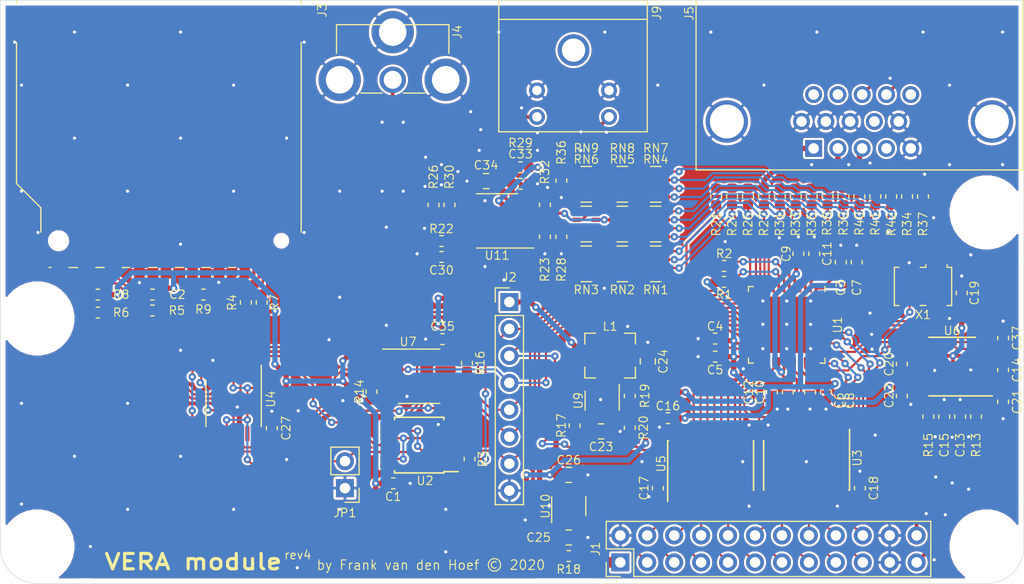
<source format=kicad_pcb>
(kicad_pcb (version 20171130) (host pcbnew "(5.1.12)-1")
  (layers (0 F.Cu signal hide) (31 B.Cu signal hide) (34 B.Paste user hide) (35 F.Paste user hide) (36 B.SilkS user hide) (37 F.SilkS user) (38 B.Mask user hide) (39 F.Mask user) (44 Edge.Cuts user))
  (net 0 "")
  (net 1 GND)
  (net 2 +3V3)
  (net 3 +1V2)
  (net 4 L_AUDIO)
  (net 5 "Net-(C14-Pad2)")
  (net 6 "Net-(C14-Pad1)")
  (net 7 R_AUDIO)
  (net 8 +5V)
  (net 9 "Net-(C20-Pad1)")
  (net 10 "Net-(C21-Pad1)")
  (net 11 "Net-(C23-Pad1)")
  (net 12 "Net-(C25-Pad1)")
  (net 13 "Net-(C30-Pad2)")
  (net 14 "Net-(C30-Pad1)")
  (net 15 "Net-(C33-Pad1)")
  (net 16 BUS_A0_5V)
  (net 17 BUS_A1_5V)
  (net 18 BUS_A2_5V)
  (net 19 BUS_IRQ#_5V)
  (net 20 BUS_RES#_5V)
  (net 21 BUS_CS#_5V)
  (net 22 BUS_D0_5V)
  (net 23 BUS_D1_5V)
  (net 24 BUS_D2_5V)
  (net 25 BUS_D3_5V)
  (net 26 BUS_D4_5V)
  (net 27 BUS_D5_5V)
  (net 28 BUS_D6_5V)
  (net 29 BUS_D7_5V)
  (net 30 SPI_SSEL_N)
  (net 31 SPI_SCK)
  (net 32 SPI_MOSI)
  (net 33 SPI_MISO)
  (net 34 FPGA_CRESET_B)
  (net 35 FPGA_CDONE)
  (net 36 "Net-(J3-Pad9)")
  (net 37 "Net-(J3-Pad8)")
  (net 38 "Net-(J3-Pad7)")
  (net 39 "Net-(J3-Pad5)")
  (net 40 "Net-(J3-Pad2)")
  (net 41 "Net-(J3-Pad1)")
  (net 42 "Net-(J5-Pad1)")
  (net 43 "Net-(J5-Pad2)")
  (net 44 "Net-(J5-Pad3)")
  (net 45 "Net-(J5-Pad13)")
  (net 46 "Net-(J5-Pad14)")
  (net 47 "Net-(J9-Pad4)")
  (net 48 "Net-(J9-Pad3)")
  (net 49 "Net-(L1-Pad1)")
  (net 50 SD_SSEL_N)
  (net 51 "Net-(R13-Pad2)")
  (net 52 "Net-(R14-Pad2)")
  (net 53 "Net-(R15-Pad2)")
  (net 54 "Net-(R16-Pad2)")
  (net 55 "Net-(R19-Pad2)")
  (net 56 VGA_R3)
  (net 57 "Net-(R22-Pad2)")
  (net 58 "Net-(R23-Pad1)")
  (net 59 VGA_R2)
  (net 60 VGA_R1)
  (net 61 "Net-(R26-Pad2)")
  (net 62 VGA_R0)
  (net 63 "Net-(R28-Pad2)")
  (net 64 VGA_G3)
  (net 65 "Net-(R32-Pad1)")
  (net 66 VGA_G2)
  (net 67 VGA_VSYNC)
  (net 68 VGA_G1)
  (net 69 "Net-(R36-Pad2)")
  (net 70 VGA_HSYNC)
  (net 71 VGA_G0)
  (net 72 VGA_B3)
  (net 73 VGA_B2)
  (net 74 VGA_B1)
  (net 75 VGA_B0)
  (net 76 "Net-(RN1-Pad5)")
  (net 77 "Net-(RN1-Pad6)")
  (net 78 "Net-(RN1-Pad8)")
  (net 79 "Net-(RN1-Pad7)")
  (net 80 "Net-(RN2-Pad5)")
  (net 81 "Net-(RN2-Pad6)")
  (net 82 "Net-(RN2-Pad7)")
  (net 83 "Net-(RN3-Pad5)")
  (net 84 "Net-(RN4-Pad5)")
  (net 85 "Net-(RN4-Pad6)")
  (net 86 "Net-(RN4-Pad8)")
  (net 87 "Net-(RN4-Pad7)")
  (net 88 "Net-(RN5-Pad5)")
  (net 89 "Net-(RN5-Pad7)")
  (net 90 "Net-(RN6-Pad5)")
  (net 91 "Net-(RN7-Pad5)")
  (net 92 "Net-(RN7-Pad6)")
  (net 93 "Net-(RN7-Pad8)")
  (net 94 "Net-(RN7-Pad7)")
  (net 95 "Net-(RN8-Pad5)")
  (net 96 "Net-(RN8-Pad6)")
  (net 97 "Net-(RN8-Pad7)")
  (net 98 AUDIO_LRCK)
  (net 99 AUDIO_DATA)
  (net 100 BUS_A0)
  (net 101 BUS_A1)
  (net 102 BUS_A2)
  (net 103 AUDIO_BCK)
  (net 104 SYSCLK)
  (net 105 BUS_IRQ#)
  (net 106 BUS_CS#)
  (net 107 BUS_D0)
  (net 108 BUS_D1)
  (net 109 BUS_D2)
  (net 110 BUS_D3)
  (net 111 BUS_D4)
  (net 112 BUS_D5)
  (net 113 BUS_D6)
  (net 114 BUS_D7)
  (net 115 "Net-(U2-Pad10)")
  (net 116 "Net-(U2-Pad3)")
  (net 117 FLASH_SSEL_N)
  (net 118 BUS_A4)
  (net 119 BUS_A3)
  (net 120 BUS_A3_5V)
  (net 121 BUS_RD#_5V)
  (net 122 BUS_A4_5V)
  (net 123 BUS_WR#_5V)
  (net 124 BUS_WR#)
  (net 125 BUS_RD#)
  (net 126 "Net-(J3-Pad11)")
  (net 127 "Net-(J3-Pad10)")
  (net 128 "Net-(J5-Pad4)")
  (net 129 "Net-(J5-Pad9)")
  (net 130 "Net-(J5-Pad11)")
  (net 131 "Net-(J5-Pad12)")
  (net 132 "Net-(J5-Pad15)")
  (net 133 "Net-(U10-Pad4)")
  (net 134 "Net-(X1-Pad1)")
  (module Resistor_SMD:R_0603_1608Metric (layer F.Cu) (at 120.65 107.75)
    (fp_text reference R9 (at 0 1.4) (layer F.SilkS) (effects (font (size 0.8 0.8) (thickness 0.1))))
    (fp_text value 47k)
    (pad 2 smd roundrect (at 0.7875 0) (size 0.875 0.95) (layers F.Cu F.Paste F.Mask) (net 1 GND))
    (pad 1 smd roundrect (at -0.7875 0) (size 0.875 0.95) (layers F.Cu F.Paste F.Mask) (net 39 "Net-(J3-Pad5)"))
  )
  (module Capacitor_SMD:C_0603_1608Metric (layer F.Cu) (at 127.1 120.35 90)
    (fp_text reference C27 (at 0 1.35 90) (layer F.SilkS) (effects (font (size 0.8 0.8) (thickness 0.1))))
    (fp_text value 100nF)
    (pad 2 smd roundrect (at 0.7875 0 90) (size 0.875 0.95) (layers F.Cu F.Paste F.Mask) (net 1 GND))
    (pad 1 smd roundrect (at -0.7875 0 90) (size 0.875 0.95) (layers F.Cu F.Paste F.Mask) (net 2 +3V3))
  )
  (module Package_SO:TSSOP-14_4.4x5mm_P0.65mm (layer F.Cu) (at 123.5 118 270)
    (fp_text reference U4 (at -0.4 -3.5 90) (layer F.SilkS) (effects (font (size 0.8 0.8) (thickness 0.1))))
    (fp_text value 74CBTLV3126PW,118)
    (pad 14 smd roundrect (at 2.8625 -1.95 270) (size 1.475 0.4) (layers F.Cu F.Paste F.Mask) (net 2 +3V3))
    (pad 13 smd roundrect (at 2.8625 -1.3 270) (size 1.475 0.4) (layers F.Cu F.Paste F.Mask) (net 35 FPGA_CDONE))
    (pad 12 smd roundrect (at 2.8625 -0.65 270) (size 1.475 0.4) (layers F.Cu F.Paste F.Mask) (net 33 SPI_MISO))
    (pad 11 smd roundrect (at 2.8625 0 270) (size 1.475 0.4) (layers F.Cu F.Paste F.Mask) (net 38 "Net-(J3-Pad7)"))
    (pad 10 smd roundrect (at 2.8625 0.65 270) (size 1.475 0.4) (layers F.Cu F.Paste F.Mask) (net 35 FPGA_CDONE))
    (pad 9 smd roundrect (at 2.8625 1.3 270) (size 1.475 0.4) (layers F.Cu F.Paste F.Mask) (net 31 SPI_SCK))
    (pad 8 smd roundrect (at 2.8625 1.95 270) (size 1.475 0.4) (layers F.Cu F.Paste F.Mask) (net 39 "Net-(J3-Pad5)"))
    (pad 7 smd roundrect (at -2.8625 1.95 270) (size 1.475 0.4) (layers F.Cu F.Paste F.Mask) (net 1 GND))
    (pad 6 smd roundrect (at -2.8625 1.3 270) (size 1.475 0.4) (layers F.Cu F.Paste F.Mask) (net 40 "Net-(J3-Pad2)"))
    (pad 5 smd roundrect (at -2.8625 0.65 270) (size 1.475 0.4) (layers F.Cu F.Paste F.Mask) (net 32 SPI_MOSI))
    (pad 4 smd roundrect (at -2.8625 0 270) (size 1.475 0.4) (layers F.Cu F.Paste F.Mask) (net 35 FPGA_CDONE))
    (pad 3 smd roundrect (at -2.8625 -0.65 270) (size 1.475 0.4) (layers F.Cu F.Paste F.Mask) (net 41 "Net-(J3-Pad1)"))
    (pad 2 smd roundrect (at -2.8625 -1.3 270) (size 1.475 0.4) (layers F.Cu F.Paste F.Mask) (net 50 SD_SSEL_N))
    (pad 1 smd roundrect (at -2.8625 -1.95 270) (size 1.475 0.4) (layers F.Cu F.Paste F.Mask) (net 35 FPGA_CDONE))
  )
  (module Connector_PinHeader_2.54mm:PinHeader_2x12_P2.54mm_Vertical (layer F.Cu) (at 159.96 133 90)
    (fp_text reference J1 (at 1.27 -2.33 90) (layer F.SilkS) (effects (font (size 0.8 0.8) (thickness 0.1))))
    (fp_text value Bus)
    (pad 24 thru_hole oval (at 2.54 27.94 90) (size 1.7 1.7) (drill 1) (layers *.Cu *.Mask) (net 7 R_AUDIO))
    (pad 23 thru_hole oval (at 0 27.94 90) (size 1.7 1.7) (drill 1) (layers *.Cu *.Mask) (net 4 L_AUDIO))
    (pad 22 thru_hole oval (at 2.54 25.4 90) (size 1.7 1.7) (drill 1) (layers *.Cu *.Mask) (net 1 GND))
    (pad 21 thru_hole oval (at 0 25.4 90) (size 1.7 1.7) (drill 1) (layers *.Cu *.Mask) (net 1 GND))
    (pad 20 thru_hole oval (at 2.54 22.86 90) (size 1.7 1.7) (drill 1) (layers *.Cu *.Mask) (net 17 BUS_A1_5V))
    (pad 19 thru_hole oval (at 0 22.86 90) (size 1.7 1.7) (drill 1) (layers *.Cu *.Mask) (net 16 BUS_A0_5V))
    (pad 18 thru_hole oval (at 2.54 20.32 90) (size 1.7 1.7) (drill 1) (layers *.Cu *.Mask) (net 120 BUS_A3_5V))
    (pad 17 thru_hole oval (at 0 20.32 90) (size 1.7 1.7) (drill 1) (layers *.Cu *.Mask) (net 18 BUS_A2_5V))
    (pad 16 thru_hole oval (at 2.54 17.78 90) (size 1.7 1.7) (drill 1) (layers *.Cu *.Mask) (net 121 BUS_RD#_5V))
    (pad 15 thru_hole oval (at 0 17.78 90) (size 1.7 1.7) (drill 1) (layers *.Cu *.Mask) (net 122 BUS_A4_5V))
    (pad 14 thru_hole oval (at 2.54 15.24 90) (size 1.7 1.7) (drill 1) (layers *.Cu *.Mask) (net 19 BUS_IRQ#_5V))
    (pad 13 thru_hole oval (at 0 15.24 90) (size 1.7 1.7) (drill 1) (layers *.Cu *.Mask) (net 123 BUS_WR#_5V))
    (pad 12 thru_hole oval (at 2.54 12.7 90) (size 1.7 1.7) (drill 1) (layers *.Cu *.Mask) (net 20 BUS_RES#_5V))
    (pad 11 thru_hole oval (at 0 12.7 90) (size 1.7 1.7) (drill 1) (layers *.Cu *.Mask) (net 21 BUS_CS#_5V))
    (pad 10 thru_hole oval (at 2.54 10.16 90) (size 1.7 1.7) (drill 1) (layers *.Cu *.Mask) (net 22 BUS_D0_5V))
    (pad 9 thru_hole oval (at 0 10.16 90) (size 1.7 1.7) (drill 1) (layers *.Cu *.Mask) (net 23 BUS_D1_5V))
    (pad 8 thru_hole oval (at 2.54 7.62 90) (size 1.7 1.7) (drill 1) (layers *.Cu *.Mask) (net 24 BUS_D2_5V))
    (pad 7 thru_hole oval (at 0 7.62 90) (size 1.7 1.7) (drill 1) (layers *.Cu *.Mask) (net 25 BUS_D3_5V))
    (pad 6 thru_hole oval (at 2.54 5.08 90) (size 1.7 1.7) (drill 1) (layers *.Cu *.Mask) (net 26 BUS_D4_5V))
    (pad 5 thru_hole oval (at 0 5.08 90) (size 1.7 1.7) (drill 1) (layers *.Cu *.Mask) (net 27 BUS_D5_5V))
    (pad 4 thru_hole oval (at 2.54 2.54 90) (size 1.7 1.7) (drill 1) (layers *.Cu *.Mask) (net 28 BUS_D6_5V))
    (pad 3 thru_hole oval (at 0 2.54 90) (size 1.7 1.7) (drill 1) (layers *.Cu *.Mask) (net 29 BUS_D7_5V))
    (pad 2 thru_hole oval (at 2.54 0 90) (size 1.7 1.7) (drill 1) (layers *.Cu *.Mask) (net 1 GND))
    (pad 1 thru_hole rect (at 0 0 90) (size 1.7 1.7) (drill 1) (layers *.Cu *.Mask) (net 8 +5V))
  )
  (module Connector_PinHeader_2.54mm:PinHeader_1x02_P2.54mm_Vertical (layer F.Cu) (at 134 126 180)
    (fp_text reference JP1 (at 0 -2.33) (layer F.SilkS) (effects (font (size 0.8 0.8) (thickness 0.1))))
    (fp_text value "Flash enable")
    (pad 2 thru_hole oval (at 0 2.54 180) (size 1.7 1.7) (drill 1) (layers *.Cu *.Mask) (net 35 FPGA_CDONE))
    (pad 1 thru_hole rect (at 0 0 180) (size 1.7 1.7) (drill 1) (layers *.Cu *.Mask) (net 1 GND))
  )
  (module MountingHole:MountingHole_3.2mm_M3 (layer F.Cu) (at 105 131.5 90)
    (fp_text reference H4 hide)
    (fp_text value MountingHole)
    (pad "" np_thru_hole circle (at 0 0 90) (size 4 4) (drill 4) (layers *.Cu *.Mask) (clearance 1.5))
  )
  (module MountingHole:MountingHole_3.2mm_M3 (layer F.Cu) (at 194.5 100)
    (fp_text reference H3 hide)
    (fp_text value MountingHole)
    (pad "" np_thru_hole circle (at 0 0) (size 4 4) (drill 4) (layers *.Cu *.Mask) (clearance 1.5))
  )
  (module MountingHole:MountingHole_3.2mm_M3 (layer F.Cu) (at 194.5 131.5)
    (fp_text reference H2 hide)
    (fp_text value MountingHole)
    (pad "" np_thru_hole circle (at 0 0) (size 4 4) (drill 4) (layers *.Cu *.Mask) (clearance 1.5))
  )
  (module MountingHole:MountingHole_3.2mm_M3 (layer F.Cu) (at 105 110)
    (fp_text reference H1 hide)
    (fp_text value MountingHole)
    (pad "" np_thru_hole circle (at 0 0) (size 4 4) (drill 4) (layers *.Cu *.Mask) (clearance 1.5))
  )
  (module Capacitor_SMD:C_0603_1608Metric (layer F.Cu) (at 196.05 111.85 90)
    (fp_text reference C37 (at 0 1.3 90) (layer F.SilkS) (effects (font (size 0.8 0.8) (thickness 0.1))))
    (fp_text value 4.7uF)
    (pad 2 smd roundrect (at 0.7875 0 90) (size 0.875 0.95) (layers F.Cu F.Paste F.Mask) (net 1 GND))
    (pad 1 smd roundrect (at -0.7875 0 90) (size 0.875 0.95) (layers F.Cu F.Paste F.Mask) (net 2 +3V3))
  )
  (module Capacitor_SMD:C_0603_1608Metric (layer F.Cu) (at 186.5 117.3 270)
    (fp_text reference C22 (at 0 1.2 90) (layer F.SilkS) (effects (font (size 0.8 0.8) (thickness 0.1))))
    (fp_text value 4.7uF)
    (pad 2 smd roundrect (at 0.7875 0 270) (size 0.875 0.95) (layers F.Cu F.Paste F.Mask) (net 1 GND))
    (pad 1 smd roundrect (at -0.7875 0 270) (size 0.875 0.95) (layers F.Cu F.Paste F.Mask) (net 2 +3V3))
  )
  (module Capacitor_SMD:C_0603_1608Metric (layer F.Cu) (at 143.2 111.95 180)
    (fp_text reference C35 (at 0 1.2) (layer F.SilkS) (effects (font (size 0.8 0.8) (thickness 0.1))))
    (fp_text value 100nF)
    (pad 2 smd roundrect (at 0.7875 0 180) (size 0.875 0.95) (layers F.Cu F.Paste F.Mask) (net 1 GND))
    (pad 1 smd roundrect (at -0.7875 0 180) (size 0.875 0.95) (layers F.Cu F.Paste F.Mask) (net 2 +3V3))
  )
  (module Capacitor_SMD:C_0603_1608Metric (layer F.Cu) (at 192.15 107.6 90)
    (fp_text reference C19 (at 0 1.2 90) (layer F.SilkS) (effects (font (size 0.8 0.8) (thickness 0.1))))
    (fp_text value 100nF)
    (pad 2 smd roundrect (at 0.7875 0 90) (size 0.875 0.95) (layers F.Cu F.Paste F.Mask) (net 1 GND))
    (pad 1 smd roundrect (at -0.7875 0 90) (size 0.875 0.95) (layers F.Cu F.Paste F.Mask) (net 2 +3V3))
  )
  (module Oscillator:Oscillator_SMD_SeikoEpson_SG8002LB-4Pin_5.0x3.2mm (layer F.Cu) (at 188.5 106.98 180)
    (fp_text reference X1 (at 0 -2.67) (layer F.SilkS) (effects (font (size 0.8 0.8) (thickness 0.1))))
    (fp_text value SG5032CAN_25.000000M-TJGA3)
    (pad 4 smd rect (at -1.27 -1.1 180) (size 1.6 1.5) (layers F.Cu F.Paste F.Mask) (net 2 +3V3))
    (pad 3 smd rect (at 1.27 -1.1 180) (size 1.6 1.5) (layers F.Cu F.Paste F.Mask) (net 104 SYSCLK))
    (pad 2 smd rect (at 1.27 1.1 180) (size 1.6 1.5) (layers F.Cu F.Paste F.Mask) (net 1 GND))
    (pad 1 smd rect (at -1.27 1.1 180) (size 1.6 1.5) (layers F.Cu F.Paste F.Mask) (net 134 "Net-(X1-Pad1)"))
  )
  (module Package_SO:SOIC-8_3.9x4.9mm_P1.27mm (layer F.Cu) (at 148.35 100.8 180)
    (fp_text reference U11 (at 0 -3.25) (layer F.SilkS) (effects (font (size 0.8 0.8) (thickness 0.1))))
    (fp_text value THS7314D)
    (pad 8 smd roundrect (at 2.475 -1.905 180) (size 1.95 0.6) (layers F.Cu F.Paste F.Mask) (net 57 "Net-(R22-Pad2)"))
    (pad 7 smd roundrect (at 2.475 -0.635 180) (size 1.95 0.6) (layers F.Cu F.Paste F.Mask) (net 61 "Net-(R26-Pad2)"))
    (pad 6 smd roundrect (at 2.475 0.635 180) (size 1.95 0.6) (layers F.Cu F.Paste F.Mask) (net 13 "Net-(C30-Pad2)"))
    (pad 5 smd roundrect (at 2.475 1.905 180) (size 1.95 0.6) (layers F.Cu F.Paste F.Mask) (net 1 GND))
    (pad 4 smd roundrect (at -2.475 1.905 180) (size 1.95 0.6) (layers F.Cu F.Paste F.Mask) (net 15 "Net-(C33-Pad1)"))
    (pad 3 smd roundrect (at -2.475 0.635 180) (size 1.95 0.6) (layers F.Cu F.Paste F.Mask) (net 65 "Net-(R32-Pad1)"))
    (pad 2 smd roundrect (at -2.475 -0.635 180) (size 1.95 0.6) (layers F.Cu F.Paste F.Mask) (net 58 "Net-(R23-Pad1)"))
    (pad 1 smd roundrect (at -2.475 -1.905 180) (size 1.95 0.6) (layers F.Cu F.Paste F.Mask) (net 58 "Net-(R23-Pad1)"))
  )
  (module Package_TO_SOT_SMD:SOT-23-5 (layer F.Cu) (at 155.1 127.7 90)
    (fp_text reference U10 (at 0 -2.2 90) (layer F.SilkS) (effects (font (size 0.8 0.8) (thickness 0.1))))
    (fp_text value MIC5504-3.3YM5)
    (pad 5 smd rect (at 1.1 -0.95 90) (size 1.06 0.65) (layers F.Cu F.Paste F.Mask) (net 2 +3V3))
    (pad 4 smd rect (at 1.1 0.95 90) (size 1.06 0.65) (layers F.Cu F.Paste F.Mask) (net 133 "Net-(U10-Pad4)"))
    (pad 3 smd rect (at -1.1 0.95 90) (size 1.06 0.65) (layers F.Cu F.Paste F.Mask) (net 12 "Net-(C25-Pad1)"))
    (pad 2 smd rect (at -1.1 0 90) (size 1.06 0.65) (layers F.Cu F.Paste F.Mask) (net 1 GND))
    (pad 1 smd rect (at -1.1 -0.95 90) (size 1.06 0.65) (layers F.Cu F.Paste F.Mask) (net 12 "Net-(C25-Pad1)"))
  )
  (module Package_TO_SOT_SMD:SOT-23-5 (layer F.Cu) (at 158.25 117.75 270)
    (fp_text reference U9 (at 0 2.25 90) (layer F.SilkS) (effects (font (size 0.8 0.8) (thickness 0.1))))
    (fp_text value AP3417CKTR-G1)
    (pad 5 smd rect (at 1.1 -0.95 270) (size 1.06 0.65) (layers F.Cu F.Paste F.Mask) (net 55 "Net-(R19-Pad2)"))
    (pad 4 smd rect (at 1.1 0.95 270) (size 1.06 0.65) (layers F.Cu F.Paste F.Mask) (net 11 "Net-(C23-Pad1)"))
    (pad 3 smd rect (at -1.1 0.95 270) (size 1.06 0.65) (layers F.Cu F.Paste F.Mask) (net 49 "Net-(L1-Pad1)"))
    (pad 2 smd rect (at -1.1 0 270) (size 1.06 0.65) (layers F.Cu F.Paste F.Mask) (net 1 GND))
    (pad 1 smd rect (at -1.1 -0.95 270) (size 1.06 0.65) (layers F.Cu F.Paste F.Mask) (net 11 "Net-(C23-Pad1)"))
  )
  (module Package_SO:SOIC-8_3.9x4.9mm_P1.27mm (layer F.Cu) (at 141 115.45)
    (fp_text reference U7 (at -1.05 -3.25) (layer F.SilkS) (effects (font (size 0.8 0.8) (thickness 0.1))))
    (fp_text value W25Q16JVSNIQ)
    (pad 8 smd roundrect (at 2.475 -1.905) (size 1.95 0.6) (layers F.Cu F.Paste F.Mask) (net 2 +3V3))
    (pad 7 smd roundrect (at 2.475 -0.635) (size 1.95 0.6) (layers F.Cu F.Paste F.Mask) (net 54 "Net-(R16-Pad2)"))
    (pad 6 smd roundrect (at 2.475 0.635) (size 1.95 0.6) (layers F.Cu F.Paste F.Mask) (net 31 SPI_SCK))
    (pad 5 smd roundrect (at 2.475 1.905) (size 1.95 0.6) (layers F.Cu F.Paste F.Mask) (net 32 SPI_MOSI))
    (pad 4 smd roundrect (at -2.475 1.905) (size 1.95 0.6) (layers F.Cu F.Paste F.Mask) (net 1 GND))
    (pad 3 smd roundrect (at -2.475 0.635) (size 1.95 0.6) (layers F.Cu F.Paste F.Mask) (net 52 "Net-(R14-Pad2)"))
    (pad 2 smd roundrect (at -2.475 -0.635) (size 1.95 0.6) (layers F.Cu F.Paste F.Mask) (net 33 SPI_MISO))
    (pad 1 smd roundrect (at -2.475 -1.905) (size 1.95 0.6) (layers F.Cu F.Paste F.Mask) (net 117 FLASH_SSEL_N))
  )
  (module Package_SO:TSSOP-16_4.4x5mm_P0.65mm (layer F.Cu) (at 191.25 114.5 180)
    (fp_text reference U6 (at 0 3.35) (layer F.SilkS) (effects (font (size 0.8 0.8) (thickness 0.1))))
    (fp_text value WM8524CGEDT)
    (pad 16 smd rect (at 2.95 -2.275 180) (size 1.5 0.45) (layers F.Cu F.Paste F.Mask) (net 53 "Net-(R15-Pad2)"))
    (pad 15 smd rect (at 2.95 -1.625 180) (size 1.5 0.45) (layers F.Cu F.Paste F.Mask) (net 2 +3V3))
    (pad 14 smd rect (at 2.95 -0.975 180) (size 1.5 0.45) (layers F.Cu F.Paste F.Mask) (net 9 "Net-(C20-Pad1)"))
    (pad 13 smd rect (at 2.95 -0.325 180) (size 1.5 0.45) (layers F.Cu F.Paste F.Mask) (net 1 GND))
    (pad 12 smd rect (at 2.95 0.325 180) (size 1.5 0.45) (layers F.Cu F.Paste F.Mask) (net 2 +3V3))
    (pad 11 smd rect (at 2.95 0.975 180) (size 1.5 0.45) (layers F.Cu F.Paste F.Mask) (net 2 +3V3))
    (pad 10 smd rect (at 2.95 1.625 180) (size 1.5 0.45) (layers F.Cu F.Paste F.Mask) (net 104 SYSCLK))
    (pad 9 smd rect (at 2.95 2.275 180) (size 1.5 0.45) (layers F.Cu F.Paste F.Mask) (net 103 AUDIO_BCK))
    (pad 8 smd rect (at -2.95 2.275 180) (size 1.5 0.45) (layers F.Cu F.Paste F.Mask) (net 98 AUDIO_LRCK))
    (pad 7 smd rect (at -2.95 1.625 180) (size 1.5 0.45) (layers F.Cu F.Paste F.Mask) (net 99 AUDIO_DATA))
    (pad 6 smd rect (at -2.95 0.975 180) (size 1.5 0.45) (layers F.Cu F.Paste F.Mask) (net 2 +3V3))
    (pad 5 smd rect (at -2.95 0.325 180) (size 1.5 0.45) (layers F.Cu F.Paste F.Mask) (net 5 "Net-(C14-Pad2)"))
    (pad 4 smd rect (at -2.95 -0.325 180) (size 1.5 0.45) (layers F.Cu F.Paste F.Mask) (net 1 GND))
    (pad 3 smd rect (at -2.95 -0.975 180) (size 1.5 0.45) (layers F.Cu F.Paste F.Mask) (net 6 "Net-(C14-Pad1)"))
    (pad 2 smd rect (at -2.95 -1.625 180) (size 1.5 0.45) (layers F.Cu F.Paste F.Mask) (net 10 "Net-(C21-Pad1)"))
    (pad 1 smd rect (at -2.95 -2.275 180) (size 1.5 0.45) (layers F.Cu F.Paste F.Mask) (net 51 "Net-(R13-Pad2)"))
  )
  (module Package_SO:TSSOP-24_4.4x7.8mm_P0.65mm (layer F.Cu) (at 168.5 123.85 90)
    (fp_text reference U5 (at 0.15 -4.7 90) (layer F.SilkS) (effects (font (size 0.8 0.8) (thickness 0.1))))
    (fp_text value 74LVC4245APW)
    (pad 24 smd rect (at 2.85 -3.575 90) (size 1.1 0.4) (layers F.Cu F.Paste F.Mask) (net 2 +3V3))
    (pad 23 smd rect (at 2.85 -2.925 90) (size 1.1 0.4) (layers F.Cu F.Paste F.Mask) (net 2 +3V3))
    (pad 22 smd rect (at 2.85 -2.275 90) (size 1.1 0.4) (layers F.Cu F.Paste F.Mask) (net 106 BUS_CS#))
    (pad 21 smd rect (at 2.85 -1.625 90) (size 1.1 0.4) (layers F.Cu F.Paste F.Mask) (net 114 BUS_D7))
    (pad 20 smd rect (at 2.85 -0.975 90) (size 1.1 0.4) (layers F.Cu F.Paste F.Mask) (net 113 BUS_D6))
    (pad 19 smd rect (at 2.85 -0.325 90) (size 1.1 0.4) (layers F.Cu F.Paste F.Mask) (net 112 BUS_D5))
    (pad 18 smd rect (at 2.85 0.325 90) (size 1.1 0.4) (layers F.Cu F.Paste F.Mask) (net 111 BUS_D4))
    (pad 17 smd rect (at 2.85 0.975 90) (size 1.1 0.4) (layers F.Cu F.Paste F.Mask) (net 110 BUS_D3))
    (pad 16 smd rect (at 2.85 1.625 90) (size 1.1 0.4) (layers F.Cu F.Paste F.Mask) (net 109 BUS_D2))
    (pad 15 smd rect (at 2.85 2.275 90) (size 1.1 0.4) (layers F.Cu F.Paste F.Mask) (net 108 BUS_D1))
    (pad 14 smd rect (at 2.85 2.925 90) (size 1.1 0.4) (layers F.Cu F.Paste F.Mask) (net 107 BUS_D0))
    (pad 13 smd rect (at 2.85 3.575 90) (size 1.1 0.4) (layers F.Cu F.Paste F.Mask) (net 1 GND))
    (pad 12 smd rect (at -2.85 3.575 90) (size 1.1 0.4) (layers F.Cu F.Paste F.Mask) (net 1 GND))
    (pad 11 smd rect (at -2.85 2.925 90) (size 1.1 0.4) (layers F.Cu F.Paste F.Mask) (net 1 GND))
    (pad 10 smd rect (at -2.85 2.275 90) (size 1.1 0.4) (layers F.Cu F.Paste F.Mask) (net 22 BUS_D0_5V))
    (pad 9 smd rect (at -2.85 1.625 90) (size 1.1 0.4) (layers F.Cu F.Paste F.Mask) (net 23 BUS_D1_5V))
    (pad 8 smd rect (at -2.85 0.975 90) (size 1.1 0.4) (layers F.Cu F.Paste F.Mask) (net 24 BUS_D2_5V))
    (pad 7 smd rect (at -2.85 0.325 90) (size 1.1 0.4) (layers F.Cu F.Paste F.Mask) (net 25 BUS_D3_5V))
    (pad 6 smd rect (at -2.85 -0.325 90) (size 1.1 0.4) (layers F.Cu F.Paste F.Mask) (net 26 BUS_D4_5V))
    (pad 5 smd rect (at -2.85 -0.975 90) (size 1.1 0.4) (layers F.Cu F.Paste F.Mask) (net 27 BUS_D5_5V))
    (pad 4 smd rect (at -2.85 -1.625 90) (size 1.1 0.4) (layers F.Cu F.Paste F.Mask) (net 28 BUS_D6_5V))
    (pad 3 smd rect (at -2.85 -2.275 90) (size 1.1 0.4) (layers F.Cu F.Paste F.Mask) (net 29 BUS_D7_5V))
    (pad 2 smd rect (at -2.85 -2.925 90) (size 1.1 0.4) (layers F.Cu F.Paste F.Mask) (net 121 BUS_RD#_5V))
    (pad 1 smd rect (at -2.85 -3.575 90) (size 1.1 0.4) (layers F.Cu F.Paste F.Mask) (net 8 +5V))
  )
  (module Package_SO:TSSOP-24_4.4x7.8mm_P0.65mm (layer F.Cu) (at 177.5 123.85 270)
    (fp_text reference U3 (at -0.7 -4.8 90) (layer F.SilkS) (effects (font (size 0.8 0.8) (thickness 0.1))))
    (fp_text value SN74CBTD3861PWR)
    (pad 24 smd rect (at 2.85 -3.575 270) (size 1.1 0.4) (layers F.Cu F.Paste F.Mask) (net 8 +5V))
    (pad 23 smd rect (at 2.85 -2.925 270) (size 1.1 0.4) (layers F.Cu F.Paste F.Mask) (net 1 GND))
    (pad 22 smd rect (at 2.85 -2.275 270) (size 1.1 0.4) (layers F.Cu F.Paste F.Mask) (net 17 BUS_A1_5V))
    (pad 21 smd rect (at 2.85 -1.625 270) (size 1.1 0.4) (layers F.Cu F.Paste F.Mask) (net 16 BUS_A0_5V))
    (pad 20 smd rect (at 2.85 -0.975 270) (size 1.1 0.4) (layers F.Cu F.Paste F.Mask) (net 120 BUS_A3_5V))
    (pad 19 smd rect (at 2.85 -0.325 270) (size 1.1 0.4) (layers F.Cu F.Paste F.Mask) (net 18 BUS_A2_5V))
    (pad 18 smd rect (at 2.85 0.325 270) (size 1.1 0.4) (layers F.Cu F.Paste F.Mask) (net 121 BUS_RD#_5V))
    (pad 17 smd rect (at 2.85 0.975 270) (size 1.1 0.4) (layers F.Cu F.Paste F.Mask) (net 122 BUS_A4_5V))
    (pad 16 smd rect (at 2.85 1.625 270) (size 1.1 0.4) (layers F.Cu F.Paste F.Mask) (net 19 BUS_IRQ#_5V))
    (pad 15 smd rect (at 2.85 2.275 270) (size 1.1 0.4) (layers F.Cu F.Paste F.Mask) (net 123 BUS_WR#_5V))
    (pad 14 smd rect (at 2.85 2.925 270) (size 1.1 0.4) (layers F.Cu F.Paste F.Mask) (net 20 BUS_RES#_5V))
    (pad 13 smd rect (at 2.85 3.575 270) (size 1.1 0.4) (layers F.Cu F.Paste F.Mask) (net 21 BUS_CS#_5V))
    (pad 12 smd rect (at -2.85 3.575 270) (size 1.1 0.4) (layers F.Cu F.Paste F.Mask) (net 1 GND))
    (pad 11 smd rect (at -2.85 2.925 270) (size 1.1 0.4) (layers F.Cu F.Paste F.Mask) (net 106 BUS_CS#))
    (pad 10 smd rect (at -2.85 2.275 270) (size 1.1 0.4) (layers F.Cu F.Paste F.Mask) (net 34 FPGA_CRESET_B))
    (pad 9 smd rect (at -2.85 1.625 270) (size 1.1 0.4) (layers F.Cu F.Paste F.Mask) (net 124 BUS_WR#))
    (pad 8 smd rect (at -2.85 0.975 270) (size 1.1 0.4) (layers F.Cu F.Paste F.Mask) (net 105 BUS_IRQ#))
    (pad 7 smd rect (at -2.85 0.325 270) (size 1.1 0.4) (layers F.Cu F.Paste F.Mask) (net 118 BUS_A4))
    (pad 6 smd rect (at -2.85 -0.325 270) (size 1.1 0.4) (layers F.Cu F.Paste F.Mask) (net 125 BUS_RD#))
    (pad 5 smd rect (at -2.85 -0.975 270) (size 1.1 0.4) (layers F.Cu F.Paste F.Mask) (net 102 BUS_A2))
    (pad 4 smd rect (at -2.85 -1.625 270) (size 1.1 0.4) (layers F.Cu F.Paste F.Mask) (net 119 BUS_A3))
    (pad 3 smd rect (at -2.85 -2.275 270) (size 1.1 0.4) (layers F.Cu F.Paste F.Mask) (net 100 BUS_A0))
    (pad 2 smd rect (at -2.85 -2.925 270) (size 1.1 0.4) (layers F.Cu F.Paste F.Mask) (net 101 BUS_A1))
    (pad 1 smd rect (at -2.85 -3.575 270) (size 1.1 0.4) (layers F.Cu F.Paste F.Mask))
  )
  (module Package_SO:TSSOP-14_4.4x5mm_P0.65mm (layer F.Cu) (at 141 121.94 180)
    (fp_text reference U2 (at -0.55 -3.36) (layer F.SilkS) (effects (font (size 0.8 0.8) (thickness 0.1))))
    (fp_text value 74AHC00PW)
    (pad 14 smd rect (at 2.95 -1.95 180) (size 1.45 0.45) (layers F.Cu F.Paste F.Mask) (net 2 +3V3))
    (pad 13 smd rect (at 2.95 -1.3 180) (size 1.45 0.45) (layers F.Cu F.Paste F.Mask) (net 115 "Net-(U2-Pad10)"))
    (pad 12 smd rect (at 2.95 -0.65 180) (size 1.45 0.45) (layers F.Cu F.Paste F.Mask) (net 35 FPGA_CDONE))
    (pad 11 smd rect (at 2.95 0 180) (size 1.45 0.45) (layers F.Cu F.Paste F.Mask) (net 50 SD_SSEL_N))
    (pad 10 smd rect (at 2.95 0.65 180) (size 1.45 0.45) (layers F.Cu F.Paste F.Mask) (net 115 "Net-(U2-Pad10)"))
    (pad 9 smd rect (at 2.95 1.3 180) (size 1.45 0.45) (layers F.Cu F.Paste F.Mask) (net 116 "Net-(U2-Pad3)"))
    (pad 8 smd rect (at 2.95 1.95 180) (size 1.45 0.45) (layers F.Cu F.Paste F.Mask) (net 117 FLASH_SSEL_N))
    (pad 7 smd rect (at -2.95 1.95 180) (size 1.45 0.45) (layers F.Cu F.Paste F.Mask) (net 1 GND))
    (pad 6 smd rect (at -2.95 1.3 180) (size 1.45 0.45) (layers F.Cu F.Paste F.Mask) (net 115 "Net-(U2-Pad10)"))
    (pad 5 smd rect (at -2.95 0.65 180) (size 1.45 0.45) (layers F.Cu F.Paste F.Mask) (net 30 SPI_SSEL_N))
    (pad 4 smd rect (at -2.95 0 180) (size 1.45 0.45) (layers F.Cu F.Paste F.Mask) (net 30 SPI_SSEL_N))
    (pad 3 smd rect (at -2.95 -0.65 180) (size 1.45 0.45) (layers F.Cu F.Paste F.Mask) (net 116 "Net-(U2-Pad3)"))
    (pad 2 smd rect (at -2.95 -1.3 180) (size 1.45 0.45) (layers F.Cu F.Paste F.Mask) (net 35 FPGA_CDONE))
    (pad 1 smd rect (at -2.95 -1.95 180) (size 1.45 0.45) (layers F.Cu F.Paste F.Mask) (net 35 FPGA_CDONE))
  )
  (module Package_DFN_QFN:QFN-48-1EP_7x7mm_P0.5mm_EP5.3x5.3mm (layer F.Cu) (at 175.65 110.6 270)
    (fp_text reference U1 (at 0 -4.8 90) (layer F.SilkS) (effects (font (size 0.8 0.8) (thickness 0.1))))
    (fp_text value ICE40UP5K-SG48ITR50)
    (pad 48 smd roundrect (at -2.75 -3.45 270) (size 0.25 0.8) (layers F.Cu F.Paste F.Mask) (net 73 VGA_B2))
    (pad 47 smd roundrect (at -2.25 -3.45 270) (size 0.25 0.8) (layers F.Cu F.Paste F.Mask) (net 74 VGA_B1))
    (pad 46 smd roundrect (at -1.75 -3.45 270) (size 0.25 0.8) (layers F.Cu F.Paste F.Mask) (net 75 VGA_B0))
    (pad 45 smd roundrect (at -1.25 -3.45 270) (size 0.25 0.8) (layers F.Cu F.Paste F.Mask) (net 67 VGA_VSYNC))
    (pad 44 smd roundrect (at -0.75 -3.45 270) (size 0.25 0.8) (layers F.Cu F.Paste F.Mask) (net 70 VGA_HSYNC))
    (pad 43 smd roundrect (at -0.25 -3.45 270) (size 0.25 0.8) (layers F.Cu F.Paste F.Mask) (net 98 AUDIO_LRCK))
    (pad 42 smd roundrect (at 0.25 -3.45 270) (size 0.25 0.8) (layers F.Cu F.Paste F.Mask) (net 99 AUDIO_DATA))
    (pad 41 smd roundrect (at 0.75 -3.45 270) (size 0.25 0.8) (layers F.Cu F.Paste F.Mask) (net 119 BUS_A3))
    (pad 40 smd roundrect (at 1.25 -3.45 270) (size 0.25 0.8) (layers F.Cu F.Paste F.Mask) (net 100 BUS_A0))
    (pad 39 smd roundrect (at 1.75 -3.45 270) (size 0.25 0.8) (layers F.Cu F.Paste F.Mask) (net 101 BUS_A1))
    (pad 38 smd roundrect (at 2.25 -3.45 270) (size 0.25 0.8) (layers F.Cu F.Paste F.Mask) (net 103 AUDIO_BCK))
    (pad 37 smd roundrect (at 2.75 -3.45 270) (size 0.25 0.8) (layers F.Cu F.Paste F.Mask) (net 102 BUS_A2))
    (pad 36 smd roundrect (at 3.45 -2.75 270) (size 0.8 0.25) (layers F.Cu F.Paste F.Mask) (net 125 BUS_RD#))
    (pad 35 smd roundrect (at 3.45 -2.25 270) (size 0.8 0.25) (layers F.Cu F.Paste F.Mask) (net 104 SYSCLK))
    (pad 34 smd roundrect (at 3.45 -1.75 270) (size 0.8 0.25) (layers F.Cu F.Paste F.Mask) (net 118 BUS_A4))
    (pad 33 smd roundrect (at 3.45 -1.25 270) (size 0.8 0.25) (layers F.Cu F.Paste F.Mask) (net 2 +3V3))
    (pad 32 smd roundrect (at 3.45 -0.75 270) (size 0.8 0.25) (layers F.Cu F.Paste F.Mask) (net 105 BUS_IRQ#))
    (pad 31 smd roundrect (at 3.45 -0.25 270) (size 0.8 0.25) (layers F.Cu F.Paste F.Mask) (net 124 BUS_WR#))
    (pad 30 smd roundrect (at 3.45 0.25 270) (size 0.8 0.25) (layers F.Cu F.Paste F.Mask) (net 3 +1V2))
    (pad 29 smd roundrect (at 3.45 0.75 270) (size 0.8 0.25) (layers F.Cu F.Paste F.Mask) (net 3 +1V2))
    (pad 28 smd roundrect (at 3.45 1.25 270) (size 0.8 0.25) (layers F.Cu F.Paste F.Mask) (net 106 BUS_CS#))
    (pad 27 smd roundrect (at 3.45 1.75 270) (size 0.8 0.25) (layers F.Cu F.Paste F.Mask) (net 107 BUS_D0))
    (pad 26 smd roundrect (at 3.45 2.25 270) (size 0.8 0.25) (layers F.Cu F.Paste F.Mask) (net 108 BUS_D1))
    (pad 25 smd roundrect (at 3.45 2.75 270) (size 0.8 0.25) (layers F.Cu F.Paste F.Mask) (net 109 BUS_D2))
    (pad 24 smd roundrect (at 2.75 3.45 270) (size 0.25 0.8) (layers F.Cu F.Paste F.Mask) (net 2 +3V3))
    (pad 23 smd roundrect (at 2.25 3.45 270) (size 0.25 0.8) (layers F.Cu F.Paste F.Mask) (net 110 BUS_D3))
    (pad 22 smd roundrect (at 1.75 3.45 270) (size 0.25 0.8) (layers F.Cu F.Paste F.Mask) (net 2 +3V3))
    (pad 21 smd roundrect (at 1.25 3.45 270) (size 0.25 0.8) (layers F.Cu F.Paste F.Mask) (net 111 BUS_D4))
    (pad 20 smd roundrect (at 0.75 3.45 270) (size 0.25 0.8) (layers F.Cu F.Paste F.Mask) (net 112 BUS_D5))
    (pad 19 smd roundrect (at 0.25 3.45 270) (size 0.25 0.8) (layers F.Cu F.Paste F.Mask) (net 113 BUS_D6))
    (pad 18 smd roundrect (at -0.25 3.45 270) (size 0.25 0.8) (layers F.Cu F.Paste F.Mask) (net 114 BUS_D7))
    (pad 17 smd roundrect (at -0.75 3.45 270) (size 0.25 0.8) (layers F.Cu F.Paste F.Mask) (net 33 SPI_MISO))
    (pad 16 smd roundrect (at -1.25 3.45 270) (size 0.25 0.8) (layers F.Cu F.Paste F.Mask) (net 30 SPI_SSEL_N))
    (pad 15 smd roundrect (at -1.75 3.45 270) (size 0.25 0.8) (layers F.Cu F.Paste F.Mask) (net 31 SPI_SCK))
    (pad 14 smd roundrect (at -2.25 3.45 270) (size 0.25 0.8) (layers F.Cu F.Paste F.Mask) (net 32 SPI_MOSI))
    (pad 13 smd roundrect (at -2.75 3.45 270) (size 0.25 0.8) (layers F.Cu F.Paste F.Mask) (net 56 VGA_R3))
    (pad 12 smd roundrect (at -3.45 2.75 270) (size 0.8 0.25) (layers F.Cu F.Paste F.Mask) (net 59 VGA_R2))
    (pad 11 smd roundrect (at -3.45 2.25 270) (size 0.8 0.25) (layers F.Cu F.Paste F.Mask) (net 60 VGA_R1))
    (pad 10 smd roundrect (at -3.45 1.75 270) (size 0.8 0.25) (layers F.Cu F.Paste F.Mask) (net 62 VGA_R0))
    (pad 9 smd roundrect (at -3.45 1.25 270) (size 0.8 0.25) (layers F.Cu F.Paste F.Mask) (net 64 VGA_G3))
    (pad 8 smd roundrect (at -3.45 0.75 270) (size 0.8 0.25) (layers F.Cu F.Paste F.Mask) (net 34 FPGA_CRESET_B))
    (pad 7 smd roundrect (at -3.45 0.25 270) (size 0.8 0.25) (layers F.Cu F.Paste F.Mask) (net 35 FPGA_CDONE))
    (pad 6 smd roundrect (at -3.45 -0.25 270) (size 0.8 0.25) (layers F.Cu F.Paste F.Mask) (net 66 VGA_G2))
    (pad 5 smd roundrect (at -3.45 -0.75 270) (size 0.8 0.25) (layers F.Cu F.Paste F.Mask) (net 3 +1V2))
    (pad 4 smd roundrect (at -3.45 -1.25 270) (size 0.8 0.25) (layers F.Cu F.Paste F.Mask) (net 68 VGA_G1))
    (pad 3 smd roundrect (at -3.45 -1.75 270) (size 0.8 0.25) (layers F.Cu F.Paste F.Mask) (net 71 VGA_G0))
    (pad 2 smd roundrect (at -3.45 -2.25 270) (size 0.8 0.25) (layers F.Cu F.Paste F.Mask) (net 72 VGA_B3))
    (pad 1 smd roundrect (at -3.45 -2.75 270) (size 0.8 0.25) (layers F.Cu F.Paste F.Mask) (net 2 +3V3))
    (pad 49 smd roundrect (at 0 0 270) (size 5.3 5.3) (layers F.Cu F.Mask) (roundrect_rratio 0.04717) (net 1 GND))
  )
  (module Resistor_SMD:R_Array_Convex_4x0603 (layer F.Cu) (at 156.75 97.35 180)
    (fp_text reference RN9 (at 0 3.4) (layer F.SilkS) (effects (font (size 0.8 0.8) (thickness 0.1))))
    (fp_text value CAY16-1001F4LF)
    (pad 5 smd rect (at 0.9 1.2 180) (size 0.8 0.5) (layers F.Cu F.Paste F.Mask) (net 69 "Net-(R36-Pad2)"))
    (pad 6 smd rect (at 0.9 0.4 180) (size 0.8 0.4) (layers F.Cu F.Paste F.Mask) (net 95 "Net-(RN8-Pad5)"))
    (pad 8 smd rect (at 0.9 -1.2 180) (size 0.8 0.5) (layers F.Cu F.Paste F.Mask) (net 97 "Net-(RN8-Pad7)"))
    (pad 7 smd rect (at 0.9 -0.4 180) (size 0.8 0.4) (layers F.Cu F.Paste F.Mask) (net 96 "Net-(RN8-Pad6)"))
    (pad 4 smd rect (at -0.9 1.2 180) (size 0.8 0.5) (layers F.Cu F.Paste F.Mask) (net 95 "Net-(RN8-Pad5)"))
    (pad 2 smd rect (at -0.9 -0.4 180) (size 0.8 0.4) (layers F.Cu F.Paste F.Mask) (net 97 "Net-(RN8-Pad7)"))
    (pad 3 smd rect (at -0.9 0.4 180) (size 0.8 0.4) (layers F.Cu F.Paste F.Mask) (net 96 "Net-(RN8-Pad6)"))
    (pad 1 smd rect (at -0.9 -1.2 180) (size 0.8 0.5) (layers F.Cu F.Paste F.Mask) (net 90 "Net-(RN6-Pad5)"))
  )
  (module Resistor_SMD:R_Array_Convex_4x0603 (layer F.Cu) (at 160.15 97.35 180)
    (fp_text reference RN8 (at 0 3.4) (layer F.SilkS) (effects (font (size 0.8 0.8) (thickness 0.1))))
    (fp_text value CAY16-1001F4LF)
    (pad 5 smd rect (at 0.9 1.2 180) (size 0.8 0.5) (layers F.Cu F.Paste F.Mask) (net 95 "Net-(RN8-Pad5)"))
    (pad 6 smd rect (at 0.9 0.4 180) (size 0.8 0.4) (layers F.Cu F.Paste F.Mask) (net 96 "Net-(RN8-Pad6)"))
    (pad 8 smd rect (at 0.9 -1.2 180) (size 0.8 0.5) (layers F.Cu F.Paste F.Mask) (net 90 "Net-(RN6-Pad5)"))
    (pad 7 smd rect (at 0.9 -0.4 180) (size 0.8 0.4) (layers F.Cu F.Paste F.Mask) (net 97 "Net-(RN8-Pad7)"))
    (pad 4 smd rect (at -0.9 1.2 180) (size 0.8 0.5) (layers F.Cu F.Paste F.Mask) (net 91 "Net-(RN7-Pad5)"))
    (pad 2 smd rect (at -0.9 -0.4 180) (size 0.8 0.4) (layers F.Cu F.Paste F.Mask) (net 94 "Net-(RN7-Pad7)"))
    (pad 3 smd rect (at -0.9 0.4 180) (size 0.8 0.4) (layers F.Cu F.Paste F.Mask) (net 92 "Net-(RN7-Pad6)"))
    (pad 1 smd rect (at -0.9 -1.2 180) (size 0.8 0.5) (layers F.Cu F.Paste F.Mask) (net 93 "Net-(RN7-Pad8)"))
  )
  (module Resistor_SMD:R_Array_Convex_4x0603 (layer F.Cu) (at 163.3 97.35 180)
    (fp_text reference RN7 (at 0 3.4) (layer F.SilkS) (effects (font (size 0.8 0.8) (thickness 0.1))))
    (fp_text value CAY16-1001F4LF)
    (pad 5 smd rect (at 0.9 1.2 180) (size 0.8 0.5) (layers F.Cu F.Paste F.Mask) (net 91 "Net-(RN7-Pad5)"))
    (pad 6 smd rect (at 0.9 0.4 180) (size 0.8 0.4) (layers F.Cu F.Paste F.Mask) (net 92 "Net-(RN7-Pad6)"))
    (pad 8 smd rect (at 0.9 -1.2 180) (size 0.8 0.5) (layers F.Cu F.Paste F.Mask) (net 93 "Net-(RN7-Pad8)"))
    (pad 7 smd rect (at 0.9 -0.4 180) (size 0.8 0.4) (layers F.Cu F.Paste F.Mask) (net 94 "Net-(RN7-Pad7)"))
    (pad 4 smd rect (at -0.9 1.2 180) (size 0.8 0.5) (layers F.Cu F.Paste F.Mask) (net 75 VGA_B0))
    (pad 2 smd rect (at -0.9 -0.4 180) (size 0.8 0.4) (layers F.Cu F.Paste F.Mask) (net 73 VGA_B2))
    (pad 3 smd rect (at -0.9 0.4 180) (size 0.8 0.4) (layers F.Cu F.Paste F.Mask) (net 74 VGA_B1))
    (pad 1 smd rect (at -0.9 -1.2 180) (size 0.8 0.5) (layers F.Cu F.Paste F.Mask) (net 72 VGA_B3))
  )
  (module Resistor_SMD:R_Array_Convex_4x0603 (layer F.Cu) (at 156.75 101.1 180)
    (fp_text reference RN6 (at 0 6.1) (layer F.SilkS) (effects (font (size 0.8 0.8) (thickness 0.1))))
    (fp_text value CAY16-1001F4LF)
    (pad 5 smd rect (at 0.9 1.2 180) (size 0.8 0.5) (layers F.Cu F.Paste F.Mask) (net 90 "Net-(RN6-Pad5)"))
    (pad 6 smd rect (at 0.9 0.4 180) (size 0.8 0.4) (layers F.Cu F.Paste F.Mask) (net 88 "Net-(RN5-Pad5)"))
    (pad 8 smd rect (at 0.9 -1.2 180) (size 0.8 0.5) (layers F.Cu F.Paste F.Mask) (net 89 "Net-(RN5-Pad7)"))
    (pad 7 smd rect (at 0.9 -0.4 180) (size 0.8 0.4) (layers F.Cu F.Paste F.Mask) (net 63 "Net-(R28-Pad2)"))
    (pad 4 smd rect (at -0.9 1.2 180) (size 0.8 0.5) (layers F.Cu F.Paste F.Mask) (net 88 "Net-(RN5-Pad5)"))
    (pad 2 smd rect (at -0.9 -0.4 180) (size 0.8 0.4) (layers F.Cu F.Paste F.Mask) (net 89 "Net-(RN5-Pad7)"))
    (pad 3 smd rect (at -0.9 0.4 180) (size 0.8 0.4) (layers F.Cu F.Paste F.Mask) (net 65 "Net-(R32-Pad1)"))
    (pad 1 smd rect (at -0.9 -1.2 180) (size 0.8 0.5) (layers F.Cu F.Paste F.Mask) (net 83 "Net-(RN3-Pad5)"))
  )
  (module Resistor_SMD:R_Array_Convex_4x0603 (layer F.Cu) (at 160.15 101.1 180)
    (fp_text reference RN5 (at 0 6.1) (layer F.SilkS) (effects (font (size 0.8 0.8) (thickness 0.1))))
    (fp_text value CAY16-1001F4LF)
    (pad 5 smd rect (at 0.9 1.2 180) (size 0.8 0.5) (layers F.Cu F.Paste F.Mask) (net 88 "Net-(RN5-Pad5)"))
    (pad 6 smd rect (at 0.9 0.4 180) (size 0.8 0.4) (layers F.Cu F.Paste F.Mask) (net 65 "Net-(R32-Pad1)"))
    (pad 8 smd rect (at 0.9 -1.2 180) (size 0.8 0.5) (layers F.Cu F.Paste F.Mask) (net 83 "Net-(RN3-Pad5)"))
    (pad 7 smd rect (at 0.9 -0.4 180) (size 0.8 0.4) (layers F.Cu F.Paste F.Mask) (net 89 "Net-(RN5-Pad7)"))
    (pad 4 smd rect (at -0.9 1.2 180) (size 0.8 0.5) (layers F.Cu F.Paste F.Mask) (net 84 "Net-(RN4-Pad5)"))
    (pad 2 smd rect (at -0.9 -0.4 180) (size 0.8 0.4) (layers F.Cu F.Paste F.Mask) (net 87 "Net-(RN4-Pad7)"))
    (pad 3 smd rect (at -0.9 0.4 180) (size 0.8 0.4) (layers F.Cu F.Paste F.Mask) (net 85 "Net-(RN4-Pad6)"))
    (pad 1 smd rect (at -0.9 -1.2 180) (size 0.8 0.5) (layers F.Cu F.Paste F.Mask) (net 86 "Net-(RN4-Pad8)"))
  )
  (module Resistor_SMD:R_Array_Convex_4x0603 (layer F.Cu) (at 163.3 101.1 180)
    (fp_text reference RN4 (at 0 6.1) (layer F.SilkS) (effects (font (size 0.8 0.8) (thickness 0.1))))
    (fp_text value CAY16-1001F4LF)
    (pad 5 smd rect (at 0.9 1.2 180) (size 0.8 0.5) (layers F.Cu F.Paste F.Mask) (net 84 "Net-(RN4-Pad5)"))
    (pad 6 smd rect (at 0.9 0.4 180) (size 0.8 0.4) (layers F.Cu F.Paste F.Mask) (net 85 "Net-(RN4-Pad6)"))
    (pad 8 smd rect (at 0.9 -1.2 180) (size 0.8 0.5) (layers F.Cu F.Paste F.Mask) (net 86 "Net-(RN4-Pad8)"))
    (pad 7 smd rect (at 0.9 -0.4 180) (size 0.8 0.4) (layers F.Cu F.Paste F.Mask) (net 87 "Net-(RN4-Pad7)"))
    (pad 4 smd rect (at -0.9 1.2 180) (size 0.8 0.5) (layers F.Cu F.Paste F.Mask) (net 71 VGA_G0))
    (pad 2 smd rect (at -0.9 -0.4 180) (size 0.8 0.4) (layers F.Cu F.Paste F.Mask) (net 66 VGA_G2))
    (pad 3 smd rect (at -0.9 0.4 180) (size 0.8 0.4) (layers F.Cu F.Paste F.Mask) (net 68 VGA_G1))
    (pad 1 smd rect (at -0.9 -1.2 180) (size 0.8 0.5) (layers F.Cu F.Paste F.Mask) (net 64 VGA_G3))
  )
  (module Resistor_SMD:R_Array_Convex_4x0603 (layer F.Cu) (at 156.75 104.85 180)
    (fp_text reference RN3 (at 0 -2.45) (layer F.SilkS) (effects (font (size 0.8 0.8) (thickness 0.1))))
    (fp_text value CAY16-1001F4LF)
    (pad 5 smd rect (at 0.9 1.2 180) (size 0.8 0.5) (layers F.Cu F.Paste F.Mask) (net 83 "Net-(RN3-Pad5)"))
    (pad 6 smd rect (at 0.9 0.4 180) (size 0.8 0.4) (layers F.Cu F.Paste F.Mask) (net 80 "Net-(RN2-Pad5)"))
    (pad 8 smd rect (at 0.9 -1.2 180) (size 0.8 0.5) (layers F.Cu F.Paste F.Mask) (net 82 "Net-(RN2-Pad7)"))
    (pad 7 smd rect (at 0.9 -0.4 180) (size 0.8 0.4) (layers F.Cu F.Paste F.Mask) (net 81 "Net-(RN2-Pad6)"))
    (pad 4 smd rect (at -0.9 1.2 180) (size 0.8 0.5) (layers F.Cu F.Paste F.Mask) (net 80 "Net-(RN2-Pad5)"))
    (pad 2 smd rect (at -0.9 -0.4 180) (size 0.8 0.4) (layers F.Cu F.Paste F.Mask) (net 82 "Net-(RN2-Pad7)"))
    (pad 3 smd rect (at -0.9 0.4 180) (size 0.8 0.4) (layers F.Cu F.Paste F.Mask) (net 81 "Net-(RN2-Pad6)"))
    (pad 1 smd rect (at -0.9 -1.2 180) (size 0.8 0.5) (layers F.Cu F.Paste F.Mask) (net 58 "Net-(R23-Pad1)"))
  )
  (module Resistor_SMD:R_Array_Convex_4x0603 (layer F.Cu) (at 160.15 104.85 180)
    (fp_text reference RN2 (at 0 -2.45) (layer F.SilkS) (effects (font (size 0.8 0.8) (thickness 0.1))))
    (fp_text value CAY16-1001F4LF)
    (pad 5 smd rect (at 0.9 1.2 180) (size 0.8 0.5) (layers F.Cu F.Paste F.Mask) (net 80 "Net-(RN2-Pad5)"))
    (pad 6 smd rect (at 0.9 0.4 180) (size 0.8 0.4) (layers F.Cu F.Paste F.Mask) (net 81 "Net-(RN2-Pad6)"))
    (pad 8 smd rect (at 0.9 -1.2 180) (size 0.8 0.5) (layers F.Cu F.Paste F.Mask) (net 58 "Net-(R23-Pad1)"))
    (pad 7 smd rect (at 0.9 -0.4 180) (size 0.8 0.4) (layers F.Cu F.Paste F.Mask) (net 82 "Net-(RN2-Pad7)"))
    (pad 4 smd rect (at -0.9 1.2 180) (size 0.8 0.5) (layers F.Cu F.Paste F.Mask) (net 76 "Net-(RN1-Pad5)"))
    (pad 2 smd rect (at -0.9 -0.4 180) (size 0.8 0.4) (layers F.Cu F.Paste F.Mask) (net 79 "Net-(RN1-Pad7)"))
    (pad 3 smd rect (at -0.9 0.4 180) (size 0.8 0.4) (layers F.Cu F.Paste F.Mask) (net 77 "Net-(RN1-Pad6)"))
    (pad 1 smd rect (at -0.9 -1.2 180) (size 0.8 0.5) (layers F.Cu F.Paste F.Mask) (net 78 "Net-(RN1-Pad8)"))
  )
  (module Resistor_SMD:R_Array_Convex_4x0603 (layer F.Cu) (at 163.3 104.85 180)
    (fp_text reference RN1 (at 0 -2.45) (layer F.SilkS) (effects (font (size 0.8 0.8) (thickness 0.1))))
    (fp_text value CAY16-1001F4LF)
    (pad 5 smd rect (at 0.9 1.2 180) (size 0.8 0.5) (layers F.Cu F.Paste F.Mask) (net 76 "Net-(RN1-Pad5)"))
    (pad 6 smd rect (at 0.9 0.4 180) (size 0.8 0.4) (layers F.Cu F.Paste F.Mask) (net 77 "Net-(RN1-Pad6)"))
    (pad 8 smd rect (at 0.9 -1.2 180) (size 0.8 0.5) (layers F.Cu F.Paste F.Mask) (net 78 "Net-(RN1-Pad8)"))
    (pad 7 smd rect (at 0.9 -0.4 180) (size 0.8 0.4) (layers F.Cu F.Paste F.Mask) (net 79 "Net-(RN1-Pad7)"))
    (pad 4 smd rect (at -0.9 1.2 180) (size 0.8 0.5) (layers F.Cu F.Paste F.Mask) (net 62 VGA_R0))
    (pad 2 smd rect (at -0.9 -0.4 180) (size 0.8 0.4) (layers F.Cu F.Paste F.Mask) (net 59 VGA_R2))
    (pad 3 smd rect (at -0.9 0.4 180) (size 0.8 0.4) (layers F.Cu F.Paste F.Mask) (net 60 VGA_R1))
    (pad 1 smd rect (at -0.9 -1.2 180) (size 0.8 0.5) (layers F.Cu F.Paste F.Mask) (net 56 VGA_R3))
  )
  (module Resistor_SMD:R_0603_1608Metric (layer F.Cu) (at 185.5 98.5 270)
    (fp_text reference R42 (at 2.6 0 90) (layer F.SilkS) (effects (font (size 0.8 0.8) (thickness 0.1))))
    (fp_text value 4300)
    (pad 2 smd roundrect (at 0.7875 0 270) (size 0.875 0.95) (layers F.Cu F.Paste F.Mask) (net 75 VGA_B0))
    (pad 1 smd roundrect (at -0.7875 0 270) (size 0.875 0.95) (layers F.Cu F.Paste F.Mask) (net 44 "Net-(J5-Pad3)"))
  )
  (module Resistor_SMD:R_0603_1608Metric (layer F.Cu) (at 184 98.5 270)
    (fp_text reference R41 (at 2.55 0 90) (layer F.SilkS) (effects (font (size 0.8 0.8) (thickness 0.1))))
    (fp_text value 2150)
    (pad 2 smd roundrect (at 0.7875 0 270) (size 0.875 0.95) (layers F.Cu F.Paste F.Mask) (net 74 VGA_B1))
    (pad 1 smd roundrect (at -0.7875 0 270) (size 0.875 0.95) (layers F.Cu F.Paste F.Mask) (net 44 "Net-(J5-Pad3)"))
  )
  (module Resistor_SMD:R_0603_1608Metric (layer F.Cu) (at 182.5 98.5 270)
    (fp_text reference R40 (at 2.55 0 90) (layer F.SilkS) (effects (font (size 0.8 0.8) (thickness 0.1))))
    (fp_text value 1070)
    (pad 2 smd roundrect (at 0.7875 0 270) (size 0.875 0.95) (layers F.Cu F.Paste F.Mask) (net 73 VGA_B2))
    (pad 1 smd roundrect (at -0.7875 0 270) (size 0.875 0.95) (layers F.Cu F.Paste F.Mask) (net 44 "Net-(J5-Pad3)"))
  )
  (module Resistor_SMD:R_0603_1608Metric (layer F.Cu) (at 181 98.5 270)
    (fp_text reference R39 (at 2.55 0 90) (layer F.SilkS) (effects (font (size 0.8 0.8) (thickness 0.1))))
    (fp_text value 536)
    (pad 2 smd roundrect (at 0.7875 0 270) (size 0.875 0.95) (layers F.Cu F.Paste F.Mask) (net 72 VGA_B3))
    (pad 1 smd roundrect (at -0.7875 0 270) (size 0.875 0.95) (layers F.Cu F.Paste F.Mask) (net 44 "Net-(J5-Pad3)"))
  )
  (module Resistor_SMD:R_0603_1608Metric (layer F.Cu) (at 179.5 98.5 270)
    (fp_text reference R38 (at 2.55 0.05 90) (layer F.SilkS) (effects (font (size 0.8 0.8) (thickness 0.1))))
    (fp_text value 4300)
    (pad 2 smd roundrect (at 0.7875 0 270) (size 0.875 0.95) (layers F.Cu F.Paste F.Mask) (net 71 VGA_G0))
    (pad 1 smd roundrect (at -0.7875 0 270) (size 0.875 0.95) (layers F.Cu F.Paste F.Mask) (net 43 "Net-(J5-Pad2)"))
  )
  (module Resistor_SMD:R_0603_1608Metric (layer F.Cu) (at 188.5 98.5 270)
    (fp_text reference R37 (at 2.6 0 90) (layer F.SilkS) (effects (font (size 0.8 0.8) (thickness 0.1))))
    (fp_text value 820)
    (pad 2 smd roundrect (at 0.7875 0 270) (size 0.875 0.95) (layers F.Cu F.Paste F.Mask) (net 70 VGA_HSYNC))
    (pad 1 smd roundrect (at -0.7875 0 270) (size 0.875 0.95) (layers F.Cu F.Paste F.Mask) (net 45 "Net-(J5-Pad13)"))
  )
  (module Resistor_SMD:R_0603_1608Metric (layer F.Cu) (at 154.4 97 90)
    (fp_text reference R36 (at 2.65 0 90) (layer F.SilkS) (effects (font (size 0.8 0.8) (thickness 0.1))))
    (fp_text value 1k)
    (pad 2 smd roundrect (at 0.7875 0 90) (size 0.875 0.95) (layers F.Cu F.Paste F.Mask) (net 69 "Net-(R36-Pad2)"))
    (pad 1 smd roundrect (at -0.7875 0 90) (size 0.875 0.95) (layers F.Cu F.Paste F.Mask) (net 1 GND))
  )
  (module Resistor_SMD:R_0603_1608Metric (layer F.Cu) (at 178 98.5 270)
    (fp_text reference R35 (at 2.6 0 90) (layer F.SilkS) (effects (font (size 0.8 0.8) (thickness 0.1))))
    (fp_text value 2150)
    (pad 2 smd roundrect (at 0.7875 0 270) (size 0.875 0.95) (layers F.Cu F.Paste F.Mask) (net 68 VGA_G1))
    (pad 1 smd roundrect (at -0.7875 0 270) (size 0.875 0.95) (layers F.Cu F.Paste F.Mask) (net 43 "Net-(J5-Pad2)"))
  )
  (module Resistor_SMD:R_0603_1608Metric (layer F.Cu) (at 187 98.5 270)
    (fp_text reference R34 (at 2.6 0 90) (layer F.SilkS) (effects (font (size 0.8 0.8) (thickness 0.1))))
    (fp_text value 820)
    (pad 2 smd roundrect (at 0.7875 0 270) (size 0.875 0.95) (layers F.Cu F.Paste F.Mask) (net 67 VGA_VSYNC))
    (pad 1 smd roundrect (at -0.7875 0 270) (size 0.875 0.95) (layers F.Cu F.Paste F.Mask) (net 46 "Net-(J5-Pad14)"))
  )
  (module Resistor_SMD:R_0603_1608Metric (layer F.Cu) (at 176.5 98.5 270)
    (fp_text reference R33 (at 2.6 0 90) (layer F.SilkS) (effects (font (size 0.8 0.8) (thickness 0.1))))
    (fp_text value 1070)
    (pad 2 smd roundrect (at 0.7875 0 270) (size 0.875 0.95) (layers F.Cu F.Paste F.Mask) (net 66 VGA_G2))
    (pad 1 smd roundrect (at -0.7875 0 270) (size 0.875 0.95) (layers F.Cu F.Paste F.Mask) (net 43 "Net-(J5-Pad2)"))
  )
  (module Resistor_SMD:R_0603_1608Metric (layer F.Cu) (at 152.85 99.2875 90)
    (fp_text reference R32 (at 3.0875 0 90) (layer F.SilkS) (effects (font (size 0.8 0.8) (thickness 0.1))))
    (fp_text value 470)
    (pad 2 smd roundrect (at 0.7875 0 90) (size 0.875 0.95) (layers F.Cu F.Paste F.Mask) (net 1 GND))
    (pad 1 smd roundrect (at -0.7875 0 90) (size 0.875 0.95) (layers F.Cu F.Paste F.Mask) (net 65 "Net-(R32-Pad1)"))
  )
  (module Resistor_SMD:R_0603_1608Metric (layer F.Cu) (at 175 98.5 270)
    (fp_text reference R31 (at 2.6 0 90) (layer F.SilkS) (effects (font (size 0.8 0.8) (thickness 0.1))))
    (fp_text value 536)
    (pad 2 smd roundrect (at 0.7875 0 270) (size 0.875 0.95) (layers F.Cu F.Paste F.Mask) (net 64 VGA_G3))
    (pad 1 smd roundrect (at -0.7875 0 270) (size 0.875 0.95) (layers F.Cu F.Paste F.Mask) (net 43 "Net-(J5-Pad2)"))
  )
  (module Resistor_SMD:R_0603_1608Metric (layer F.Cu) (at 143.85 99.3 270)
    (fp_text reference R30 (at -2.65 0 90) (layer F.SilkS) (effects (font (size 0.8 0.8) (thickness 0.1))))
    (fp_text value 75)
    (pad 2 smd roundrect (at 0.7875 0 270) (size 0.875 0.95) (layers F.Cu F.Paste F.Mask) (net 13 "Net-(C30-Pad2)"))
    (pad 1 smd roundrect (at -0.7875 0 270) (size 0.875 0.95) (layers F.Cu F.Paste F.Mask) (net 47 "Net-(J9-Pad4)"))
  )
  (module Resistor_SMD:R_0603_1608Metric (layer F.Cu) (at 150.55 95.75 180)
    (fp_text reference R29 (at 0 2.3) (layer F.SilkS) (effects (font (size 0.8 0.8) (thickness 0.1))))
    (fp_text value 0)
    (pad 2 smd roundrect (at 0.7875 0 180) (size 0.875 0.95) (layers F.Cu F.Paste F.Mask) (net 15 "Net-(C33-Pad1)"))
    (pad 1 smd roundrect (at -0.7875 0 180) (size 0.875 0.95) (layers F.Cu F.Paste F.Mask) (net 2 +3V3))
  )
  (module Resistor_SMD:R_0603_1608Metric (layer F.Cu) (at 154.4 102.3 90)
    (fp_text reference R28 (at -3.1 0 90) (layer F.SilkS) (effects (font (size 0.8 0.8) (thickness 0.1))))
    (fp_text value 1k)
    (pad 2 smd roundrect (at 0.7875 0 90) (size 0.875 0.95) (layers F.Cu F.Paste F.Mask) (net 63 "Net-(R28-Pad2)"))
    (pad 1 smd roundrect (at -0.7875 0 90) (size 0.875 0.95) (layers F.Cu F.Paste F.Mask) (net 1 GND))
  )
  (module Resistor_SMD:R_0603_1608Metric (layer F.Cu) (at 173.5 98.5 270)
    (fp_text reference R27 (at 2.6 0 90) (layer F.SilkS) (effects (font (size 0.8 0.8) (thickness 0.1))))
    (fp_text value 4300)
    (pad 2 smd roundrect (at 0.7875 0 270) (size 0.875 0.95) (layers F.Cu F.Paste F.Mask) (net 62 VGA_R0))
    (pad 1 smd roundrect (at -0.7875 0 270) (size 0.875 0.95) (layers F.Cu F.Paste F.Mask) (net 42 "Net-(J5-Pad1)"))
  )
  (module Resistor_SMD:R_0603_1608Metric (layer F.Cu) (at 142.35 99.3 270)
    (fp_text reference R26 (at -2.65 0 90) (layer F.SilkS) (effects (font (size 0.8 0.8) (thickness 0.1))))
    (fp_text value 75)
    (pad 2 smd roundrect (at 0.7875 0 270) (size 0.875 0.95) (layers F.Cu F.Paste F.Mask) (net 61 "Net-(R26-Pad2)"))
    (pad 1 smd roundrect (at -0.7875 0 270) (size 0.875 0.95) (layers F.Cu F.Paste F.Mask) (net 48 "Net-(J9-Pad3)"))
  )
  (module Resistor_SMD:R_0603_1608Metric (layer F.Cu) (at 172 98.5 270)
    (fp_text reference R25 (at 2.6 0 90) (layer F.SilkS) (effects (font (size 0.8 0.8) (thickness 0.1))))
    (fp_text value 2150)
    (pad 2 smd roundrect (at 0.7875 0 270) (size 0.875 0.95) (layers F.Cu F.Paste F.Mask) (net 60 VGA_R1))
    (pad 1 smd roundrect (at -0.7875 0 270) (size 0.875 0.95) (layers F.Cu F.Paste F.Mask) (net 42 "Net-(J5-Pad1)"))
  )
  (module Resistor_SMD:R_0603_1608Metric (layer F.Cu) (at 170.5 98.5 270)
    (fp_text reference R24 (at 2.6 0 90) (layer F.SilkS) (effects (font (size 0.8 0.8) (thickness 0.1))))
    (fp_text value 1070)
    (pad 2 smd roundrect (at 0.7875 0 270) (size 0.875 0.95) (layers F.Cu F.Paste F.Mask) (net 59 VGA_R2))
    (pad 1 smd roundrect (at -0.7875 0 270) (size 0.875 0.95) (layers F.Cu F.Paste F.Mask) (net 42 "Net-(J5-Pad1)"))
  )
  (module Resistor_SMD:R_0603_1608Metric (layer F.Cu) (at 152.85 102.3 270)
    (fp_text reference R23 (at 3.1 0 90) (layer F.SilkS) (effects (font (size 0.8 0.8) (thickness 0.1))))
    (fp_text value 470)
    (pad 2 smd roundrect (at 0.7875 0 270) (size 0.875 0.95) (layers F.Cu F.Paste F.Mask) (net 1 GND))
    (pad 1 smd roundrect (at -0.7875 0 270) (size 0.875 0.95) (layers F.Cu F.Paste F.Mask) (net 58 "Net-(R23-Pad1)"))
  )
  (module Resistor_SMD:R_0603_1608Metric (layer F.Cu) (at 143.1 102.7)
    (fp_text reference R22 (at 0 -1.15) (layer F.SilkS) (effects (font (size 0.8 0.8) (thickness 0.1))))
    (fp_text value 75)
    (pad 2 smd roundrect (at 0.7875 0) (size 0.875 0.95) (layers F.Cu F.Paste F.Mask) (net 57 "Net-(R22-Pad2)"))
    (pad 1 smd roundrect (at -0.7875 0) (size 0.875 0.95) (layers F.Cu F.Paste F.Mask) (net 14 "Net-(C30-Pad1)"))
  )
  (module Resistor_SMD:R_0603_1608Metric (layer F.Cu) (at 169 98.5 270)
    (fp_text reference R21 (at 2.6 0 90) (layer F.SilkS) (effects (font (size 0.8 0.8) (thickness 0.1))))
    (fp_text value 536)
    (pad 2 smd roundrect (at 0.7875 0 270) (size 0.875 0.95) (layers F.Cu F.Paste F.Mask) (net 56 VGA_R3))
    (pad 1 smd roundrect (at -0.7875 0 270) (size 0.875 0.95) (layers F.Cu F.Paste F.Mask) (net 42 "Net-(J5-Pad1)"))
  )
  (module Resistor_SMD:R_0603_1608Metric (layer F.Cu) (at 160.85 120.3 270)
    (fp_text reference R20 (at 0 -1.3 90) (layer F.SilkS) (effects (font (size 0.8 0.8) (thickness 0.1))))
    (fp_text value 47k)
    (pad 2 smd roundrect (at 0.7875 0 270) (size 0.875 0.95) (layers F.Cu F.Paste F.Mask) (net 1 GND))
    (pad 1 smd roundrect (at -0.7875 0 270) (size 0.875 0.95) (layers F.Cu F.Paste F.Mask) (net 55 "Net-(R19-Pad2)"))
  )
  (module Resistor_SMD:R_0603_1608Metric (layer F.Cu) (at 160.85 117.3 270)
    (fp_text reference R19 (at 0 -1.43 90) (layer F.SilkS) (effects (font (size 0.8 0.8) (thickness 0.1))))
    (fp_text value 47k)
    (pad 2 smd roundrect (at 0.7875 0 270) (size 0.875 0.95) (layers F.Cu F.Paste F.Mask) (net 55 "Net-(R19-Pad2)"))
    (pad 1 smd roundrect (at -0.7875 0 270) (size 0.875 0.95) (layers F.Cu F.Paste F.Mask) (net 3 +1V2))
  )
  (module Resistor_SMD:R_0603_1608Metric (layer F.Cu) (at 155.1 132.4)
    (fp_text reference R18 (at 0 1.25) (layer F.SilkS) (effects (font (size 0.8 0.8) (thickness 0.1))))
    (fp_text value 1)
    (pad 2 smd roundrect (at 0.7875 0) (size 0.875 0.95) (layers F.Cu F.Paste F.Mask) (net 8 +5V))
    (pad 1 smd roundrect (at -0.7875 0) (size 0.875 0.95) (layers F.Cu F.Paste F.Mask) (net 12 "Net-(C25-Pad1)"))
  )
  (module Resistor_SMD:R_0603_1608Metric (layer F.Cu) (at 155.65 120.1 90)
    (fp_text reference R17 (at 0 -1.25 90) (layer F.SilkS) (effects (font (size 0.8 0.8) (thickness 0.1))))
    (fp_text value 1)
    (pad 2 smd roundrect (at 0.7875 0 90) (size 0.875 0.95) (layers F.Cu F.Paste F.Mask) (net 8 +5V))
    (pad 1 smd roundrect (at -0.7875 0 90) (size 0.875 0.95) (layers F.Cu F.Paste F.Mask) (net 11 "Net-(C23-Pad1)"))
  )
  (module Resistor_SMD:R_0603_1608Metric (layer F.Cu) (at 145.5 114.2 270)
    (fp_text reference R16 (at 0 -1.25 90) (layer F.SilkS) (effects (font (size 0.8 0.8) (thickness 0.1))))
    (fp_text value 47k)
    (pad 2 smd roundrect (at 0.7875 0 270) (size 0.875 0.95) (layers F.Cu F.Paste F.Mask) (net 54 "Net-(R16-Pad2)"))
    (pad 1 smd roundrect (at -0.7875 0 270) (size 0.875 0.95) (layers F.Cu F.Paste F.Mask) (net 2 +3V3))
  )
  (module Resistor_SMD:R_0603_1608Metric (layer F.Cu) (at 189 119.25 90)
    (fp_text reference R15 (at -2.7 0 90) (layer F.SilkS) (effects (font (size 0.8 0.8) (thickness 0.1))))
    (fp_text value 560)
    (pad 2 smd roundrect (at 0.7875 0 90) (size 0.875 0.95) (layers F.Cu F.Paste F.Mask) (net 53 "Net-(R15-Pad2)"))
    (pad 1 smd roundrect (at -0.7875 0 90) (size 0.875 0.95) (layers F.Cu F.Paste F.Mask) (net 7 R_AUDIO))
  )
  (module Resistor_SMD:R_0603_1608Metric (layer F.Cu) (at 136.5 116.9 90)
    (fp_text reference R14 (at 0 -1.15 90) (layer F.SilkS) (effects (font (size 0.8 0.8) (thickness 0.1))))
    (fp_text value 47k)
    (pad 2 smd roundrect (at 0.7875 0 90) (size 0.875 0.95) (layers F.Cu F.Paste F.Mask) (net 52 "Net-(R14-Pad2)"))
    (pad 1 smd roundrect (at -0.7875 0 90) (size 0.875 0.95) (layers F.Cu F.Paste F.Mask) (net 2 +3V3))
  )
  (module Resistor_SMD:R_0603_1608Metric (layer F.Cu) (at 193.5 119.25 90)
    (fp_text reference R13 (at -2.7 0 90) (layer F.SilkS) (effects (font (size 0.8 0.8) (thickness 0.1))))
    (fp_text value 560)
    (pad 2 smd roundrect (at 0.7875 0 90) (size 0.875 0.95) (layers F.Cu F.Paste F.Mask) (net 51 "Net-(R13-Pad2)"))
    (pad 1 smd roundrect (at -0.7875 0 90) (size 0.875 0.95) (layers F.Cu F.Paste F.Mask) (net 4 L_AUDIO))
  )
  (module Resistor_SMD:R_0603_1608Metric (layer F.Cu) (at 110.7 107.75 180)
    (fp_text reference R8 (at -2.2 0) (layer F.SilkS) (effects (font (size 0.8 0.8) (thickness 0.1))))
    (fp_text value 47k)
    (pad 2 smd roundrect (at 0.7875 0 180) (size 0.875 0.95) (layers F.Cu F.Paste F.Mask) (net 36 "Net-(J3-Pad9)"))
    (pad 1 smd roundrect (at -0.7875 0 180) (size 0.875 0.95) (layers F.Cu F.Paste F.Mask) (net 2 +3V3))
  )
  (module Resistor_SMD:R_0603_1608Metric (layer F.Cu) (at 126.15 108.5 90)
    (fp_text reference R7 (at 0 1.2 90) (layer F.SilkS) (effects (font (size 0.8 0.8) (thickness 0.1))))
    (fp_text value 47k)
    (pad 2 smd roundrect (at 0.7875 0 90) (size 0.875 0.95) (layers F.Cu F.Paste F.Mask) (net 37 "Net-(J3-Pad8)"))
    (pad 1 smd roundrect (at -0.7875 0 90) (size 0.875 0.95) (layers F.Cu F.Paste F.Mask) (net 2 +3V3))
  )
  (module Resistor_SMD:R_0603_1608Metric (layer F.Cu) (at 110.7 109.45)
    (fp_text reference R6 (at 2.2 0) (layer F.SilkS) (effects (font (size 0.8 0.8) (thickness 0.1))))
    (fp_text value 47k)
    (pad 2 smd roundrect (at 0.7875 0) (size 0.875 0.95) (layers F.Cu F.Paste F.Mask) (net 41 "Net-(J3-Pad1)"))
    (pad 1 smd roundrect (at -0.7875 0) (size 0.875 0.95) (layers F.Cu F.Paste F.Mask) (net 2 +3V3))
  )
  (module Resistor_SMD:R_0603_1608Metric (layer F.Cu) (at 115.85 109.25 180)
    (fp_text reference R5 (at -2.3 0) (layer F.SilkS) (effects (font (size 0.8 0.8) (thickness 0.1))))
    (fp_text value 47k)
    (pad 2 smd roundrect (at 0.7875 0 180) (size 0.875 0.95) (layers F.Cu F.Paste F.Mask) (net 40 "Net-(J3-Pad2)"))
    (pad 1 smd roundrect (at -0.7875 0 180) (size 0.875 0.95) (layers F.Cu F.Paste F.Mask) (net 2 +3V3))
  )
  (module Resistor_SMD:R_0603_1608Metric (layer F.Cu) (at 124.65 108.5 270)
    (fp_text reference R4 (at 0 1.3 90) (layer F.SilkS) (effects (font (size 0.8 0.8) (thickness 0.1))))
    (fp_text value 47k)
    (pad 2 smd roundrect (at 0.7875 0 270) (size 0.875 0.95) (layers F.Cu F.Paste F.Mask) (net 38 "Net-(J3-Pad7)"))
    (pad 1 smd roundrect (at -0.7875 0 270) (size 0.875 0.95) (layers F.Cu F.Paste F.Mask) (net 2 +3V3))
  )
  (module Resistor_SMD:R_0603_1608Metric (layer F.Cu) (at 145.75 123.25 90)
    (fp_text reference R3 (at 0 1.25 90) (layer F.SilkS) (effects (font (size 0.8 0.8) (thickness 0.1))))
    (fp_text value 10k)
    (pad 2 smd roundrect (at 0.7875 0 90) (size 0.875 0.95) (layers F.Cu F.Paste F.Mask) (net 30 SPI_SSEL_N))
    (pad 1 smd roundrect (at -0.7875 0 90) (size 0.875 0.95) (layers F.Cu F.Paste F.Mask) (net 2 +3V3))
  )
  (module Resistor_SMD:R_0603_1608Metric (layer F.Cu) (at 169.75 105.05)
    (fp_text reference R2 (at 0 -1.15) (layer F.SilkS) (effects (font (size 0.8 0.8) (thickness 0.1))))
    (fp_text value 10k)
    (pad 2 smd roundrect (at 0.7875 0) (size 0.875 0.95) (layers F.Cu F.Paste F.Mask) (net 35 FPGA_CDONE))
    (pad 1 smd roundrect (at -0.7875 0) (size 0.875 0.95) (layers F.Cu F.Paste F.Mask) (net 2 +3V3))
  )
  (module Resistor_SMD:R_0603_1608Metric (layer F.Cu) (at 169.75 106.55)
    (fp_text reference R1 (at 0 1.2) (layer F.SilkS) (effects (font (size 0.8 0.8) (thickness 0.1))))
    (fp_text value 10k)
    (pad 2 smd roundrect (at 0.7875 0) (size 0.875 0.95) (layers F.Cu F.Paste F.Mask) (net 34 FPGA_CRESET_B))
    (pad 1 smd roundrect (at -0.7875 0) (size 0.875 0.95) (layers F.Cu F.Paste F.Mask) (net 2 +3V3))
  )
  (module Inductor_SMD:L_Bourns-SRN4018 (layer F.Cu) (at 159 113.5)
    (fp_text reference L1 (at 0 -2.75) (layer F.SilkS) (effects (font (size 0.8 0.8) (thickness 0.1))))
    (fp_text value NRS4018T2R2MDGJ)
    (pad 2 smd rect (at 1.525 0) (size 1.5 3.6) (layers F.Cu F.Paste F.Mask) (net 3 +1V2))
    (pad 1 smd rect (at -1.525 0) (size 1.5 3.6) (layers F.Cu F.Paste F.Mask) (net 49 "Net-(L1-Pad1)"))
  )
  (module vera-module:MD-40S (layer F.Cu) (at 155.5 80)
    (fp_text reference J9 (at 7.9 1.2 90) (layer F.SilkS) (effects (font (size 0.8 0.8) (thickness 0.1))))
    (fp_text value S-video)
    (pad 4 thru_hole circle (at 3.4 11) (size 1.5 1.5) (drill 0.9) (layers *.Cu *.Mask) (net 47 "Net-(J9-Pad4)"))
    (pad 3 thru_hole circle (at -3.4 11) (size 1.5 1.5) (drill 0.9) (layers *.Cu *.Mask) (net 48 "Net-(J9-Pad3)"))
    (pad 2 thru_hole circle (at 3.4 8.5) (size 1.5 1.5) (drill 0.9) (layers *.Cu *.Mask) (net 1 GND))
    (pad 1 thru_hole circle (at -3.4 8.5) (size 1.5 1.5) (drill 0.9) (layers *.Cu *.Mask) (net 1 GND))
    (pad 0 thru_hole circle (at 0.05 4.7) (size 3 3) (drill 2.2) (layers *.Cu *.Mask))
  )
  (module vera-module:ICD15S13E4GV00LF (layer F.Cu) (at 182.5 80 180)
    (fp_text reference J5 (at 16.05 -1.25 90) (layer F.SilkS) (effects (font (size 0.8 0.8) (thickness 0.1))))
    (fp_text value VGA)
    (pad 1 thru_hole rect (at 4.315 -13.97 180) (size 1.6 1.6) (drill 1) (layers *.Cu *.Mask) (net 42 "Net-(J5-Pad1)"))
    (pad 2 thru_hole circle (at 2.025 -13.97 180) (size 1.6 1.6) (drill 1) (layers *.Cu *.Mask) (net 43 "Net-(J5-Pad2)"))
    (pad 3 thru_hole circle (at -0.265 -13.97 180) (size 1.6 1.6) (drill 1) (layers *.Cu *.Mask) (net 44 "Net-(J5-Pad3)"))
    (pad 4 thru_hole circle (at -2.555 -13.97 180) (size 1.6 1.6) (drill 1) (layers *.Cu *.Mask) (net 128 "Net-(J5-Pad4)"))
    (pad 5 thru_hole circle (at -4.845 -13.97 180) (size 1.6 1.6) (drill 1) (layers *.Cu *.Mask) (net 1 GND))
    (pad 6 thru_hole circle (at 5.455 -11.43 180) (size 1.6 1.6) (drill 1) (layers *.Cu *.Mask) (net 1 GND))
    (pad 7 thru_hole circle (at 3.165 -11.43 180) (size 1.6 1.6) (drill 1) (layers *.Cu *.Mask) (net 1 GND))
    (pad 8 thru_hole circle (at 0.875 -11.43 180) (size 1.6 1.6) (drill 1) (layers *.Cu *.Mask) (net 1 GND))
    (pad 9 thru_hole circle (at -1.415 -11.43 180) (size 1.6 1.6) (drill 1) (layers *.Cu *.Mask) (net 129 "Net-(J5-Pad9)"))
    (pad 10 thru_hole circle (at -3.705 -11.43 180) (size 1.6 1.6) (drill 1) (layers *.Cu *.Mask) (net 1 GND))
    (pad 11 thru_hole circle (at 4.315 -8.89 180) (size 1.6 1.6) (drill 1) (layers *.Cu *.Mask) (net 130 "Net-(J5-Pad11)"))
    (pad 12 thru_hole circle (at 2.025 -8.89 180) (size 1.6 1.6) (drill 1) (layers *.Cu *.Mask) (net 131 "Net-(J5-Pad12)"))
    (pad 13 thru_hole circle (at -0.265 -8.89 180) (size 1.6 1.6) (drill 1) (layers *.Cu *.Mask) (net 45 "Net-(J5-Pad13)"))
    (pad 14 thru_hole circle (at -2.555 -8.89 180) (size 1.6 1.6) (drill 1) (layers *.Cu *.Mask) (net 46 "Net-(J5-Pad14)"))
    (pad 15 thru_hole circle (at -4.845 -8.89 180) (size 1.6 1.6) (drill 1) (layers *.Cu *.Mask) (net 132 "Net-(J5-Pad15)"))
    (pad 0 thru_hole circle (at -12.495 -11.43 180) (size 4 4) (drill 3.2) (layers *.Cu *.Mask) (net 1 GND))
    (pad 0 thru_hole circle (at 12.495 -11.43 180) (size 4 4) (drill 3.2) (layers *.Cu *.Mask) (net 1 GND))
  )
  (module vera-module:RCJ-014 (layer F.Cu) (at 138.5 83)
    (fp_text reference J4 (at 6.1 0 90) (layer F.SilkS) (effects (font (size 0.8 0.8) (thickness 0.1))))
    (fp_text value Composite)
    (pad 2 thru_hole circle (at -5 4.5) (size 4 4) (drill 2.6) (layers *.Cu *.Mask) (net 1 GND))
    (pad 2 thru_hole circle (at 5 4.5) (size 4 4) (drill 2.6) (layers *.Cu *.Mask) (net 1 GND))
    (pad 1 thru_hole circle (at 0 4.5) (size 2.5 2.5) (drill 1.7) (layers *.Cu *.Mask) (net 14 "Net-(C30-Pad1)"))
    (pad 2 thru_hole circle (at 0 0) (size 4 4) (drill 2.6) (layers *.Cu *.Mask) (net 1 GND))
  )
  (module Connector_Card:SD_TE_2041021 (layer F.Cu) (at 116.5 93.5 180)
    (fp_text reference J3 (at -15.35 12.55 90) (layer F.SilkS) (effects (font (size 0.8 0.8) (thickness 0.1))))
    (fp_text value SD_Card)
    (pad 12 smd rect (at -13.65 -10.175 180) (size 1.5 2.8) (layers F.Cu F.Paste F.Mask) (net 1 GND))
    (pad 12 smd rect (at -13.65 11.325 180) (size 1.5 2.8) (layers F.Cu F.Paste F.Mask) (net 1 GND))
    (pad 12 smd rect (at 13.65 11.325 180) (size 1.5 2.8) (layers F.Cu F.Paste F.Mask) (net 1 GND))
    (pad 12 smd rect (at 11.45 -10.175 180) (size 1.5 2.8) (layers F.Cu F.Paste F.Mask) (net 1 GND))
    (pad "" np_thru_hole circle (at -11.5 -9.175 180) (size 1.1 1.1) (drill 1.1) (layers *.Cu *.Mask))
    (pad "" np_thru_hole circle (at 9.5 -9.175 180) (size 1.6 1.6) (drill 1.6) (layers *.Cu *.Mask))
    (pad 11 smd rect (at -12.255 -11.975 180) (size 0.7 1.5) (layers F.Cu F.Paste F.Mask) (net 126 "Net-(J3-Pad11)"))
    (pad 10 smd rect (at -11.055 -11.975 180) (size 0.7 1.5) (layers F.Cu F.Paste F.Mask) (net 127 "Net-(J3-Pad10)"))
    (pad 9 smd rect (at 9.375 -11.975 180) (size 1 1.5) (layers F.Cu F.Paste F.Mask) (net 36 "Net-(J3-Pad9)"))
    (pad 8 smd rect (at -9.755 -11.975 180) (size 1 1.5) (layers F.Cu F.Paste F.Mask) (net 37 "Net-(J3-Pad8)"))
    (pad 7 smd rect (at -8.055 -11.975 180) (size 1 1.5) (layers F.Cu F.Paste F.Mask) (net 38 "Net-(J3-Pad7)"))
    (pad 6 smd rect (at -5.625 -11.975 180) (size 1 1.5) (layers F.Cu F.Paste F.Mask) (net 1 GND))
    (pad 5 smd rect (at -3.125 -11.975 180) (size 1 1.5) (layers F.Cu F.Paste F.Mask) (net 39 "Net-(J3-Pad5)"))
    (pad 4 smd rect (at -0.625 -11.975 180) (size 1 1.5) (layers F.Cu F.Paste F.Mask) (net 2 +3V3))
    (pad 3 smd rect (at 1.875 -11.975 180) (size 1 1.5) (layers F.Cu F.Paste F.Mask) (net 1 GND))
    (pad 2 smd rect (at 4.375 -11.975 180) (size 1 1.5) (layers F.Cu F.Paste F.Mask) (net 40 "Net-(J3-Pad2)"))
    (pad 1 smd rect (at 6.875 -11.975 180) (size 1 1.5) (layers F.Cu F.Paste F.Mask) (net 41 "Net-(J3-Pad1)"))
  )
  (module Connector_PinHeader_2.54mm:PinHeader_1x08_P2.54mm_Vertical (layer F.Cu) (at 149.5 108.45)
    (fp_text reference J2 (at 0 -2.33) (layer F.SilkS) (effects (font (size 0.8 0.8) (thickness 0.1))))
    (fp_text value Prog)
    (pad 8 thru_hole oval (at 0 17.78) (size 1.7 1.7) (drill 1) (layers *.Cu *.Mask) (net 1 GND))
    (pad 7 thru_hole oval (at 0 15.24) (size 1.7 1.7) (drill 1) (layers *.Cu *.Mask) (net 30 SPI_SSEL_N))
    (pad 6 thru_hole oval (at 0 12.7) (size 1.7 1.7) (drill 1) (layers *.Cu *.Mask) (net 31 SPI_SCK))
    (pad 5 thru_hole oval (at 0 10.16) (size 1.7 1.7) (drill 1) (layers *.Cu *.Mask) (net 32 SPI_MOSI))
    (pad 4 thru_hole oval (at 0 7.62) (size 1.7 1.7) (drill 1) (layers *.Cu *.Mask) (net 33 SPI_MISO))
    (pad 3 thru_hole oval (at 0 5.08) (size 1.7 1.7) (drill 1) (layers *.Cu *.Mask) (net 34 FPGA_CRESET_B))
    (pad 2 thru_hole oval (at 0 2.54) (size 1.7 1.7) (drill 1) (layers *.Cu *.Mask) (net 35 FPGA_CDONE))
    (pad 1 thru_hole rect (at 0 0) (size 1.7 1.7) (drill 1) (layers *.Cu *.Mask) (net 8 +5V))
  )
  (module Fiducial:Fiducial_1mm_Mask2mm (layer F.Cu) (at 109.5 133.5)
    (fp_text reference FID4 hide)
    (fp_text value Fiducial)
    (pad "" smd circle (at 0 0) (size 1 1) (layers F.Cu F.Mask) (clearance 0.5))
  )
  (module Fiducial:Fiducial_1mm_Mask2mm (layer F.Cu) (at 109.5 112)
    (fp_text reference FID3 hide)
    (fp_text value Fiducial)
    (pad "" smd circle (at 0 0) (size 1 1) (layers F.Cu F.Mask) (clearance 0.5))
  )
  (module Fiducial:Fiducial_1mm_Mask2mm (layer F.Cu) (at 196.5 127)
    (fp_text reference FID2 hide)
    (fp_text value Fiducial)
    (pad "" smd circle (at 0 0) (size 1 1) (layers F.Cu F.Mask) (clearance 0.5))
  )
  (module Fiducial:Fiducial_1mm_Mask2mm (layer F.Cu) (at 196.5 104.5)
    (fp_text reference FID1 hide)
    (fp_text value Fiducial)
    (pad "" smd circle (at 0 0) (size 1 1) (layers F.Cu F.Mask) (clearance 0.5))
  )
  (module Capacitor_SMD:C_0805_2012Metric (layer F.Cu) (at 147.3 97.05 180)
    (fp_text reference C34 (at 0 1.5) (layer F.SilkS) (effects (font (size 0.8 0.8) (thickness 0.1))))
    (fp_text value 10uF)
    (pad 2 smd roundrect (at 0.9375 0 180) (size 0.975 1.4) (layers F.Cu F.Paste F.Mask) (net 1 GND))
    (pad 1 smd roundrect (at -0.9375 0 180) (size 0.975 1.4) (layers F.Cu F.Paste F.Mask) (net 15 "Net-(C33-Pad1)"))
  )
  (module Capacitor_SMD:C_0603_1608Metric (layer F.Cu) (at 150.55 97.3)
    (fp_text reference C33 (at 0 -2.8) (layer F.SilkS) (effects (font (size 0.8 0.8) (thickness 0.1))))
    (fp_text value 100nF)
    (pad 2 smd roundrect (at 0.7875 0) (size 0.875 0.95) (layers F.Cu F.Paste F.Mask) (net 1 GND))
    (pad 1 smd roundrect (at -0.7875 0) (size 0.875 0.95) (layers F.Cu F.Paste F.Mask) (net 15 "Net-(C33-Pad1)"))
  )
  (module Capacitor_SMD:C_0603_1608Metric (layer F.Cu) (at 143.1 104.2)
    (fp_text reference C30 (at 0 1.25) (layer F.SilkS) (effects (font (size 0.8 0.8) (thickness 0.1))))
    (fp_text value 1nF)
    (pad 2 smd roundrect (at 0.7875 0) (size 0.875 0.95) (layers F.Cu F.Paste F.Mask) (net 13 "Net-(C30-Pad2)"))
    (pad 1 smd roundrect (at -0.7875 0) (size 0.875 0.95) (layers F.Cu F.Paste F.Mask) (net 14 "Net-(C30-Pad1)"))
  )
  (module Capacitor_SMD:C_0805_2012Metric (layer F.Cu) (at 155.1 124.75)
    (fp_text reference C26 (at 0 -1.4) (layer F.SilkS) (effects (font (size 0.8 0.8) (thickness 0.1))))
    (fp_text value 10uF)
    (pad 2 smd roundrect (at 0.9375 0) (size 0.975 1.4) (layers F.Cu F.Paste F.Mask) (net 1 GND))
    (pad 1 smd roundrect (at -0.9375 0) (size 0.975 1.4) (layers F.Cu F.Paste F.Mask) (net 2 +3V3))
  )
  (module Capacitor_SMD:C_0805_2012Metric (layer F.Cu) (at 155.1 130.65)
    (fp_text reference C25 (at -2.85 0) (layer F.SilkS) (effects (font (size 0.8 0.8) (thickness 0.1))))
    (fp_text value 10uF)
    (pad 2 smd roundrect (at 0.9375 0) (size 0.975 1.4) (layers F.Cu F.Paste F.Mask) (net 1 GND))
    (pad 1 smd roundrect (at -0.9375 0) (size 0.975 1.4) (layers F.Cu F.Paste F.Mask) (net 12 "Net-(C25-Pad1)"))
  )
  (module Capacitor_SMD:C_0805_2012Metric (layer F.Cu) (at 162.55 114.05 90)
    (fp_text reference C24 (at 0 1.45 90) (layer F.SilkS) (effects (font (size 0.8 0.8) (thickness 0.1))))
    (fp_text value 10uF)
    (pad 2 smd roundrect (at 0.9375 0 90) (size 0.975 1.4) (layers F.Cu F.Paste F.Mask) (net 1 GND))
    (pad 1 smd roundrect (at -0.9375 0 90) (size 0.975 1.4) (layers F.Cu F.Paste F.Mask) (net 3 +1V2))
  )
  (module Capacitor_SMD:C_0805_2012Metric (layer F.Cu) (at 158.15 120.65)
    (fp_text reference C23 (at 0 1.45) (layer F.SilkS) (effects (font (size 0.8 0.8) (thickness 0.1))))
    (fp_text value 10uF)
    (pad 2 smd roundrect (at 0.9375 0) (size 0.975 1.4) (layers F.Cu F.Paste F.Mask) (net 1 GND))
    (pad 1 smd roundrect (at -0.9375 0) (size 0.975 1.4) (layers F.Cu F.Paste F.Mask) (net 11 "Net-(C23-Pad1)"))
  )
  (module Capacitor_SMD:C_0603_1608Metric (layer F.Cu) (at 196.05 117.85 270)
    (fp_text reference C21 (at 0 -1.3 90) (layer F.SilkS) (effects (font (size 0.8 0.8) (thickness 0.1))))
    (fp_text value 1uF)
    (pad 2 smd roundrect (at 0.7875 0 270) (size 0.875 0.95) (layers F.Cu F.Paste F.Mask) (net 1 GND))
    (pad 1 smd roundrect (at -0.7875 0 270) (size 0.875 0.95) (layers F.Cu F.Paste F.Mask) (net 10 "Net-(C21-Pad1)"))
  )
  (module Capacitor_SMD:C_0603_1608Metric (layer F.Cu) (at 186.5 114.3 90)
    (fp_text reference C20 (at 0 -1.2 90) (layer F.SilkS) (effects (font (size 0.8 0.8) (thickness 0.1))))
    (fp_text value 2.2uF)
    (pad 2 smd roundrect (at 0.7875 0 90) (size 0.875 0.95) (layers F.Cu F.Paste F.Mask) (net 1 GND))
    (pad 1 smd roundrect (at -0.7875 0 90) (size 0.875 0.95) (layers F.Cu F.Paste F.Mask) (net 9 "Net-(C20-Pad1)"))
  )
  (module Capacitor_SMD:C_0603_1608Metric (layer F.Cu) (at 182.55 126 90)
    (fp_text reference C18 (at 0 1.3 90) (layer F.SilkS) (effects (font (size 0.8 0.8) (thickness 0.1))))
    (fp_text value 100nF)
    (pad 2 smd roundrect (at 0.7875 0 90) (size 0.875 0.95) (layers F.Cu F.Paste F.Mask) (net 1 GND))
    (pad 1 smd roundrect (at -0.7875 0 90) (size 0.875 0.95) (layers F.Cu F.Paste F.Mask) (net 8 +5V))
  )
  (module Capacitor_SMD:C_0603_1608Metric (layer F.Cu) (at 163.5 126 270)
    (fp_text reference C17 (at 0 1.3 270) (layer F.SilkS) (effects (font (size 0.8 0.8) (thickness 0.1))))
    (fp_text value 100nF)
    (pad 2 smd roundrect (at 0.7875 0 270) (size 0.875 0.95) (layers F.Cu F.Paste F.Mask) (net 1 GND))
    (pad 1 smd roundrect (at -0.7875 0 270) (size 0.875 0.95) (layers F.Cu F.Paste F.Mask) (net 8 +5V))
  )
  (module Capacitor_SMD:C_0603_1608Metric (layer F.Cu) (at 164.45 119.4 180)
    (fp_text reference C16 (at 0 1.15) (layer F.SilkS) (effects (font (size 0.8 0.8) (thickness 0.1))))
    (fp_text value 100nF)
    (pad 2 smd roundrect (at 0.7875 0 180) (size 0.875 0.95) (layers F.Cu F.Paste F.Mask) (net 1 GND))
    (pad 1 smd roundrect (at -0.7875 0 180) (size 0.875 0.95) (layers F.Cu F.Paste F.Mask) (net 2 +3V3))
  )
  (module Capacitor_SMD:C_0603_1608Metric (layer F.Cu) (at 190.5 119.25 90)
    (fp_text reference C15 (at -2.7 0 90) (layer F.SilkS) (effects (font (size 0.8 0.8) (thickness 0.1))))
    (fp_text value 2.7nF)
    (pad 2 smd roundrect (at 0.7875 0 90) (size 0.875 0.95) (layers F.Cu F.Paste F.Mask) (net 1 GND))
    (pad 1 smd roundrect (at -0.7875 0 90) (size 0.875 0.95) (layers F.Cu F.Paste F.Mask) (net 7 R_AUDIO))
  )
  (module Capacitor_SMD:C_0603_1608Metric (layer F.Cu) (at 196.05 114.85 90)
    (fp_text reference C14 (at 0 1.3 90) (layer F.SilkS) (effects (font (size 0.8 0.8) (thickness 0.1))))
    (fp_text value 1u)
    (pad 2 smd roundrect (at 0.7875 0 90) (size 0.875 0.95) (layers F.Cu F.Paste F.Mask) (net 5 "Net-(C14-Pad2)"))
    (pad 1 smd roundrect (at -0.7875 0 90) (size 0.875 0.95) (layers F.Cu F.Paste F.Mask) (net 6 "Net-(C14-Pad1)"))
  )
  (module Capacitor_SMD:C_0603_1608Metric (layer F.Cu) (at 192 119.25 90)
    (fp_text reference C13 (at -2.7 0 90) (layer F.SilkS) (effects (font (size 0.8 0.8) (thickness 0.1))))
    (fp_text value 2.7nF)
    (pad 2 smd roundrect (at 0.7875 0 90) (size 0.875 0.95) (layers F.Cu F.Paste F.Mask) (net 1 GND))
    (pad 1 smd roundrect (at -0.7875 0 90) (size 0.875 0.95) (layers F.Cu F.Paste F.Mask) (net 4 L_AUDIO))
  )
  (module Capacitor_SMD:C_0603_1608Metric (layer F.Cu) (at 174.25 116.95 270)
    (fp_text reference C12 (at 0 2.2 90) (layer F.SilkS) (effects (font (size 0.8 0.8) (thickness 0.1))))
    (fp_text value 4.7uF)
    (pad 2 smd roundrect (at 0.7875 0 270) (size 0.875 0.95) (layers F.Cu F.Paste F.Mask) (net 1 GND))
    (pad 1 smd roundrect (at -0.7875 0 270) (size 0.875 0.95) (layers F.Cu F.Paste F.Mask) (net 3 +1V2))
  )
  (module Capacitor_SMD:C_0603_1608Metric (layer F.Cu) (at 178.25 103.9 90)
    (fp_text reference C11 (at 0 1.2 90) (layer F.SilkS) (effects (font (size 0.8 0.8) (thickness 0.1))))
    (fp_text value 4.7uF)
    (pad 2 smd roundrect (at 0.7875 0 90) (size 0.875 0.95) (layers F.Cu F.Paste F.Mask) (net 1 GND))
    (pad 1 smd roundrect (at -0.7875 0 90) (size 0.875 0.95) (layers F.Cu F.Paste F.Mask) (net 3 +1V2))
  )
  (module Capacitor_SMD:C_0603_1608Metric (layer F.Cu) (at 175.75 116.95 270)
    (fp_text reference C10 (at 0 2.65 90) (layer F.SilkS) (effects (font (size 0.8 0.8) (thickness 0.1))))
    (fp_text value 100nF)
    (pad 2 smd roundrect (at 0.7875 0 270) (size 0.875 0.95) (layers F.Cu F.Paste F.Mask) (net 1 GND))
    (pad 1 smd roundrect (at -0.7875 0 270) (size 0.875 0.95) (layers F.Cu F.Paste F.Mask) (net 3 +1V2))
  )
  (module Capacitor_SMD:C_0603_1608Metric (layer F.Cu) (at 176.75 103.9 90)
    (fp_text reference C9 (at 0 -1.15 90) (layer F.SilkS) (effects (font (size 0.8 0.8) (thickness 0.1))))
    (fp_text value 100nF)
    (pad 2 smd roundrect (at 0.7875 0 90) (size 0.875 0.95) (layers F.Cu F.Paste F.Mask) (net 1 GND))
    (pad 1 smd roundrect (at -0.7875 0 90) (size 0.875 0.95) (layers F.Cu F.Paste F.Mask) (net 3 +1V2))
  )
  (module Capacitor_SMD:C_0603_1608Metric (layer F.Cu) (at 179.35 116.95 270)
    (fp_text reference C8 (at 0.8 -2.25 90) (layer F.SilkS) (effects (font (size 0.8 0.8) (thickness 0.1))))
    (fp_text value 4.7uF)
    (pad 2 smd roundrect (at 0.7875 0 270) (size 0.875 0.95) (layers F.Cu F.Paste F.Mask) (net 1 GND))
    (pad 1 smd roundrect (at -0.7875 0 270) (size 0.875 0.95) (layers F.Cu F.Paste F.Mask) (net 2 +3V3))
  )
  (module Capacitor_SMD:C_0603_1608Metric (layer F.Cu) (at 182.25 104.7 90)
    (fp_text reference C7 (at -2.4 0 90) (layer F.SilkS) (effects (font (size 0.8 0.8) (thickness 0.1))))
    (fp_text value 4.7uF)
    (pad 2 smd roundrect (at 0.7875 0 90) (size 0.875 0.95) (layers F.Cu F.Paste F.Mask) (net 1 GND))
    (pad 1 smd roundrect (at -0.7875 0 90) (size 0.875 0.95) (layers F.Cu F.Paste F.Mask) (net 2 +3V3))
  )
  (module Capacitor_SMD:C_0603_1608Metric (layer F.Cu) (at 177.85 116.95 270)
    (fp_text reference C6 (at 0.8 -2.75 90) (layer F.SilkS) (effects (font (size 0.8 0.8) (thickness 0.1))))
    (fp_text value 100nF)
    (pad 2 smd roundrect (at 0.7875 0 270) (size 0.875 0.95) (layers F.Cu F.Paste F.Mask) (net 1 GND))
    (pad 1 smd roundrect (at -0.7875 0 270) (size 0.875 0.95) (layers F.Cu F.Paste F.Mask) (net 2 +3V3))
  )
  (module Capacitor_SMD:C_0603_1608Metric (layer F.Cu) (at 168.9 113.6 180)
    (fp_text reference C5 (at 0 -1.25) (layer F.SilkS) (effects (font (size 0.8 0.8) (thickness 0.1))))
    (fp_text value 100nF)
    (pad 2 smd roundrect (at 0.7875 0 180) (size 0.875 0.95) (layers F.Cu F.Paste F.Mask) (net 1 GND))
    (pad 1 smd roundrect (at -0.7875 0 180) (size 0.875 0.95) (layers F.Cu F.Paste F.Mask) (net 2 +3V3))
  )
  (module Capacitor_SMD:C_0603_1608Metric (layer F.Cu) (at 168.9 111.9 180)
    (fp_text reference C4 (at 0 1.15) (layer F.SilkS) (effects (font (size 0.8 0.8) (thickness 0.1))))
    (fp_text value 100nF)
    (pad 2 smd roundrect (at 0.7875 0 180) (size 0.875 0.95) (layers F.Cu F.Paste F.Mask) (net 1 GND))
    (pad 1 smd roundrect (at -0.7875 0 180) (size 0.875 0.95) (layers F.Cu F.Paste F.Mask) (net 2 +3V3))
  )
  (module Capacitor_SMD:C_0603_1608Metric (layer F.Cu) (at 180.75 104.7 90)
    (fp_text reference C3 (at -2.4 0 90) (layer F.SilkS) (effects (font (size 0.8 0.8) (thickness 0.1))))
    (fp_text value 100nF)
    (pad 2 smd roundrect (at 0.7875 0 90) (size 0.875 0.95) (layers F.Cu F.Paste F.Mask) (net 1 GND))
    (pad 1 smd roundrect (at -0.7875 0 90) (size 0.875 0.95) (layers F.Cu F.Paste F.Mask) (net 2 +3V3))
  )
  (module Capacitor_SMD:C_0603_1608Metric (layer F.Cu) (at 115.85 107.75 180)
    (fp_text reference C2 (at -2.35 0) (layer F.SilkS) (effects (font (size 0.8 0.8) (thickness 0.1))))
    (fp_text value 4.7uF)
    (pad 2 smd roundrect (at 0.7875 0 180) (size 0.875 0.95) (layers F.Cu F.Paste F.Mask) (net 1 GND))
    (pad 1 smd roundrect (at -0.7875 0 180) (size 0.875 0.95) (layers F.Cu F.Paste F.Mask) (net 2 +3V3))
  )
  (module Capacitor_SMD:C_0603_1608Metric (layer F.Cu) (at 138.55 125.55)
    (fp_text reference C1 (at 0 1.25) (layer F.SilkS) (effects (font (size 0.8 0.8) (thickness 0.1))))
    (fp_text value 100nF)
    (pad 2 smd roundrect (at 0.7875 0) (size 0.875 0.95) (layers F.Cu F.Paste F.Mask) (net 1 GND))
    (pad 1 smd roundrect (at -0.7875 0) (size 0.875 0.95) (layers F.Cu F.Paste F.Mask) (net 2 +3V3))
  )
  (gr_line (start 198 80) (end 198 131.5) (layer Edge.Cuts) (width 0.05))
  (gr_line (start 101.5 80) (end 101.5 131.5) (layer Edge.Cuts) (width 0.05))
  (gr_arc (start 194.5 131.5) (end 194.5 135) (angle -90) (layer Edge.Cuts) (width 0.05))
  (gr_arc (start 105 131.5) (end 101.5 131.5) (angle -90) (layer Edge.Cuts) (width 0.05))
  (gr_text rev4 (at 129.55 132.3) (layer F.SilkS) (effects (font (size 0.8 0.8) (thickness 0.1))))
  (gr_text "by Frank van den Hoef © 2020" (at 142.1 133.25) (layer F.SilkS) (effects (font (size 0.9 0.88) (thickness 0.1))))
  (gr_text "VERA module" (at 119.7 132.95) (layer F.SilkS) (effects (font (size 1.45 1.7) (thickness 0.3))))
  (gr_line (start 198 80) (end 101.5 80) (layer Edge.Cuts) (width 0.05))
  (gr_line (start 105 135) (end 194.5 135) (layer Edge.Cuts) (width 0.05))
  (via (at 175.65 110.55) (size 0.7) (drill 0.3) (layers F.Cu B.Cu) (net 1))
  (via (at 173.4 110.55) (size 0.7) (drill 0.3) (layers F.Cu B.Cu) (net 1))
  (via (at 177.9 110.55) (size 0.7) (drill 0.3) (layers F.Cu B.Cu) (net 1))
  (via (at 177.9 112.85) (size 0.7) (drill 0.3) (layers F.Cu B.Cu) (net 1))
  (via (at 175.65 112.85) (size 0.7) (drill 0.3) (layers F.Cu B.Cu) (net 1))
  (via (at 173.4 112.85) (size 0.7) (drill 0.3) (layers F.Cu B.Cu) (net 1))
  (via (at 177.9 108.35) (size 0.7) (drill 0.3) (layers F.Cu B.Cu) (net 1))
  (via (at 175.65 108.35) (size 0.7) (drill 0.3) (layers F.Cu B.Cu) (net 1))
  (via (at 173.4 108.35) (size 0.7) (drill 0.3) (layers F.Cu B.Cu) (net 1))
  (via (at 154.4 98.6) (size 0.7) (drill 0.3) (layers F.Cu B.Cu) (net 1))
  (segment (start 154.4 97.7875) (end 154.4 98.6) (width 0.5) (layer F.Cu) (net 1))
  (via (at 154.4 103.9) (size 0.7) (drill 0.3) (layers F.Cu B.Cu) (net 1))
  (segment (start 154.4 103.0875) (end 154.4 103.9) (width 0.5) (layer F.Cu) (net 1))
  (via (at 152.85 103.9) (size 0.7) (drill 0.3) (layers F.Cu B.Cu) (net 1))
  (segment (start 152.85 103.0875) (end 152.85 103.9) (width 0.5) (layer F.Cu) (net 1))
  (via (at 145.5 97.05) (size 0.7) (drill 0.3) (layers F.Cu B.Cu) (net 1))
  (segment (start 146.3625 97.05) (end 145.5 97.05) (width 0.5) (layer F.Cu) (net 1))
  (segment (start 151.7 97.3) (end 151.3375 97.3) (width 0.5) (layer F.Cu) (net 1))
  (via (at 152.15 97.3) (size 0.7) (drill 0.3) (layers F.Cu B.Cu) (net 1))
  (segment (start 152.15 97.3) (end 151.7 97.3) (width 0.5) (layer F.Cu) (net 1))
  (via (at 153.1 97.65) (size 0.7) (drill 0.3) (layers F.Cu B.Cu) (net 1))
  (segment (start 153.05 97.7) (end 153.1 97.65) (width 0.5) (layer F.Cu) (net 1))
  (segment (start 152.85 98.5) (end 153.05 98.3) (width 0.5) (layer F.Cu) (net 1))
  (segment (start 153.05 98.3) (end 153.05 97.7) (width 0.5) (layer F.Cu) (net 1))
  (via (at 176.75 102.3) (size 0.7) (drill 0.3) (layers F.Cu B.Cu) (net 1))
  (segment (start 176.75 103.1125) (end 176.75 102.3) (width 0.5) (layer F.Cu) (net 1))
  (via (at 178.25 102.3) (size 0.7) (drill 0.3) (layers F.Cu B.Cu) (net 1))
  (segment (start 178.25 103.1125) (end 178.25 102.3) (width 0.5) (layer F.Cu) (net 1))
  (via (at 180.75 103.1) (size 0.7) (drill 0.3) (layers F.Cu B.Cu) (net 1))
  (segment (start 180.75 103.9125) (end 180.75 103.1) (width 0.5) (layer F.Cu) (net 1))
  (via (at 182.25 103.1) (size 0.7) (drill 0.3) (layers F.Cu B.Cu) (net 1))
  (segment (start 182.25 103.9125) (end 182.25 103.1) (width 0.5) (layer F.Cu) (net 1))
  (via (at 175.75 118.55) (size 0.7) (drill 0.3) (layers F.Cu B.Cu) (net 1))
  (segment (start 175.75 117.7375) (end 175.75 118.55) (width 0.5) (layer F.Cu) (net 1))
  (via (at 177.85 118.55) (size 0.7) (drill 0.3) (layers F.Cu B.Cu) (net 1))
  (segment (start 177.85 117.7375) (end 177.85 118.55) (width 0.5) (layer F.Cu) (net 1))
  (via (at 172.1 120.05) (size 0.7) (drill 0.3) (layers F.Cu B.Cu) (net 1))
  (segment (start 172.075 121) (end 172.075 120.075) (width 0.3) (layer F.Cu) (net 1))
  (segment (start 172.075 120.075) (end 172.1 120.05) (width 0.3) (layer F.Cu) (net 1))
  (segment (start 163.6625 119.4) (end 163.6625 120.2375) (width 0.5) (layer F.Cu) (net 1))
  (via (at 163.65 120.25) (size 0.7) (drill 0.3) (layers F.Cu B.Cu) (net 1))
  (segment (start 163.6625 120.2375) (end 163.65 120.25) (width 0.5) (layer F.Cu) (net 1))
  (via (at 193 114.85) (size 0.7) (drill 0.3) (layers F.Cu B.Cu) (net 1))
  (segment (start 194.2 114.825) (end 193.025 114.825) (width 0.3) (layer F.Cu) (net 1))
  (segment (start 193.025 114.825) (end 193 114.85) (width 0.3) (layer F.Cu) (net 1))
  (via (at 182.55 124.4) (size 0.7) (drill 0.3) (layers F.Cu B.Cu) (net 1))
  (segment (start 182.55 125.2125) (end 182.55 124.4) (width 0.5) (layer F.Cu) (net 1))
  (via (at 190.5 117.65) (size 0.7) (drill 0.3) (layers F.Cu B.Cu) (net 1))
  (segment (start 190.5 118.4625) (end 190.5 117.65) (width 0.5) (layer F.Cu) (net 1))
  (via (at 192 117.65) (size 0.7) (drill 0.3) (layers F.Cu B.Cu) (net 1))
  (segment (start 192 118.4625) (end 192 117.65) (width 0.5) (layer F.Cu) (net 1))
  (segment (start 114.625 107.3125) (end 115.0625 107.75) (width 0.5) (layer F.Cu) (net 1))
  (segment (start 114.625 105.475) (end 114.625 106.625) (width 0.5) (layer F.Cu) (net 1))
  (via (at 142.8 120) (size 0.7) (drill 0.3) (layers F.Cu B.Cu) (net 1))
  (segment (start 143.95 119.99) (end 142.81 119.99) (width 0.4) (layer F.Cu) (net 1))
  (segment (start 142.81 119.99) (end 142.8 120) (width 0.4) (layer F.Cu) (net 1))
  (segment (start 138.525 117.355) (end 139.845 117.355) (width 0.5) (layer F.Cu) (net 1))
  (via (at 139.85 117.35) (size 0.7) (drill 0.3) (layers F.Cu B.Cu) (net 1))
  (segment (start 139.845 117.355) (end 139.85 117.35) (width 0.5) (layer F.Cu) (net 1))
  (segment (start 142.4125 111.95) (end 141.6 111.95) (width 0.5) (layer F.Cu) (net 1))
  (via (at 141.6 111.95) (size 0.7) (drill 0.3) (layers F.Cu B.Cu) (net 1))
  (via (at 140.15 125.55) (size 0.7) (drill 0.3) (layers F.Cu B.Cu) (net 1))
  (segment (start 139.3375 125.55) (end 140.15 125.55) (width 0.5) (layer F.Cu) (net 1))
  (via (at 122.1 106.6) (size 0.7) (drill 0.3) (layers F.Cu B.Cu) (net 1))
  (segment (start 122.125 105.475) (end 122.125 106.575) (width 0.5) (layer F.Cu) (net 1))
  (segment (start 122.125 106.575) (end 122.1 106.6) (width 0.5) (layer F.Cu) (net 1))
  (via (at 185.65 113.55) (size 0.7) (drill 0.3) (layers F.Cu B.Cu) (net 1))
  (segment (start 186.5 113.5125) (end 185.6875 113.5125) (width 0.35) (layer F.Cu) (net 1))
  (segment (start 185.6875 113.5125) (end 185.65 113.55) (width 0.35) (layer F.Cu) (net 1))
  (via (at 187.35 118.1) (size 0.7) (drill 0.3) (layers F.Cu B.Cu) (net 1))
  (segment (start 186.5 118.0875) (end 187.3375 118.0875) (width 0.5) (layer F.Cu) (net 1))
  (segment (start 187.3375 118.0875) (end 187.35 118.1) (width 0.5) (layer F.Cu) (net 1))
  (via (at 196.05 119.45) (size 0.7) (drill 0.3) (layers F.Cu B.Cu) (net 1))
  (segment (start 196.05 118.6375) (end 196.05 119.45) (width 0.5) (layer F.Cu) (net 1))
  (via (at 196.05 110.25) (size 0.7) (drill 0.3) (layers F.Cu B.Cu) (net 1))
  (segment (start 196.05 111.0625) (end 196.05 110.25) (width 0.5) (layer F.Cu) (net 1))
  (via (at 187.2 104.75) (size 0.7) (drill 0.3) (layers F.Cu B.Cu) (net 1))
  (segment (start 187.23 105.88) (end 187.23 104.78) (width 0.5) (layer F.Cu) (net 1))
  (segment (start 187.23 104.78) (end 187.2 104.75) (width 0.5) (layer F.Cu) (net 1))
  (via (at 192.15 106) (size 0.7) (drill 0.3) (layers F.Cu B.Cu) (net 1))
  (segment (start 192.15 106.8125) (end 192.15 106) (width 0.5) (layer F.Cu) (net 1))
  (segment (start 155.1 129.7125) (end 156.0375 130.65) (width 0.5) (layer F.Cu) (net 1))
  (segment (start 155.1 128.8) (end 155.1 129.7125) (width 0.5) (layer F.Cu) (net 1))
  (via (at 156.9 130.65) (size 0.7) (drill 0.3) (layers F.Cu B.Cu) (net 1))
  (segment (start 156.0375 130.65) (end 156.9 130.65) (width 0.5) (layer F.Cu) (net 1))
  (via (at 156.9 124.75) (size 0.7) (drill 0.3) (layers F.Cu B.Cu) (net 1))
  (segment (start 156.0375 124.75) (end 156.9 124.75) (width 0.5) (layer F.Cu) (net 1))
  (via (at 162.55 112.25) (size 0.7) (drill 0.3) (layers F.Cu B.Cu) (net 1))
  (segment (start 162.55 113.1125) (end 162.55 112.25) (width 0.5) (layer F.Cu) (net 1))
  (via (at 159.95 120.65) (size 0.7) (drill 0.3) (layers F.Cu B.Cu) (net 1))
  (segment (start 159.0875 120.65) (end 159.95 120.65) (width 0.5) (layer F.Cu) (net 1))
  (segment (start 160.4125 120.65) (end 160.85 121.0875) (width 0.5) (layer F.Cu) (net 1))
  (segment (start 159.95 120.65) (end 160.4125 120.65) (width 0.5) (layer F.Cu) (net 1))
  (via (at 158.1 117.65) (size 0.7) (drill 0.3) (layers F.Cu B.Cu) (net 1))
  (segment (start 158.25 116.65) (end 158.25 117.5) (width 0.5) (layer F.Cu) (net 1))
  (segment (start 158.25 117.5) (end 158.1 117.65) (width 0.5) (layer F.Cu) (net 1))
  (segment (start 168.1125 113.6) (end 167.300032 113.6) (width 0.5) (layer F.Cu) (net 1))
  (via (at 167.300032 113.6) (size 0.7) (drill 0.3) (layers F.Cu B.Cu) (net 1))
  (via (at 167.300032 111.9) (size 0.7) (drill 0.3) (layers F.Cu B.Cu) (net 1))
  (segment (start 168.1125 111.9) (end 167.300032 111.9) (width 0.5) (layer F.Cu) (net 1))
  (via (at 189.6 114.90001) (size 0.7) (drill 0.3) (layers F.Cu B.Cu) (net 1))
  (segment (start 189.52499 114.825) (end 189.6 114.90001) (width 0.3) (layer F.Cu) (net 1))
  (segment (start 188.3 114.825) (end 189.52499 114.825) (width 0.3) (layer F.Cu) (net 1))
  (via (at 147.2 98.9) (size 0.7) (drill 0.3) (layers F.Cu B.Cu) (net 1))
  (segment (start 145.875 98.895) (end 147.195 98.895) (width 0.5) (layer F.Cu) (net 1))
  (segment (start 147.195 98.895) (end 147.2 98.9) (width 0.5) (layer F.Cu) (net 1))
  (via (at 102.85 83.95) (size 0.7) (drill 0.3) (layers F.Cu B.Cu) (net 1))
  (segment (start 102.85 82.175) (end 102.85 83.95) (width 0.5) (layer F.Cu) (net 1))
  (via (at 105.05 101.9) (size 0.7) (drill 0.3) (layers F.Cu B.Cu) (net 1))
  (segment (start 105.05 103.675) (end 105.05 101.9) (width 0.5) (layer F.Cu) (net 1))
  (segment (start 114.625 106.625) (end 114.625 107.3125) (width 0.5) (layer F.Cu) (net 1))
  (via (at 114.625 106.625) (size 0.7) (drill 0.3) (layers F.Cu B.Cu) (net 1))
  (via (at 130.15 101.9) (size 0.7) (drill 0.3) (layers F.Cu B.Cu) (net 1))
  (segment (start 130.15 103.675) (end 130.15 101.9) (width 0.5) (layer F.Cu) (net 1))
  (via (at 130.15 83.95) (size 0.7) (drill 0.3) (layers F.Cu B.Cu) (net 1))
  (segment (start 130.15 82.175) (end 130.15 83.95) (width 0.5) (layer F.Cu) (net 1))
  (via (at 174.749976 118.55) (size 0.7) (drill 0.3) (layers F.Cu B.Cu) (net 1))
  (segment (start 174.749976 118.237476) (end 174.749976 118.55) (width 0.5) (layer F.Cu) (net 1))
  (segment (start 174.25 117.7375) (end 174.749976 118.237476) (width 0.5) (layer F.Cu) (net 1))
  (via (at 132.5 112) (size 0.7) (drill 0.3) (layers F.Cu B.Cu) (net 1))
  (via (at 181.5 95.5) (size 0.7) (drill 0.3) (layers F.Cu B.Cu) (net 1))
  (via (at 178 95.5) (size 0.7) (drill 0.3) (layers F.Cu B.Cu) (net 1))
  (via (at 185.25 101.85) (size 0.7) (drill 0.3) (layers F.Cu B.Cu) (net 1))
  (via (at 174.95 102.4) (size 0.7) (drill 0.3) (layers F.Cu B.Cu) (net 1))
  (via (at 183.65 111.5) (size 0.7) (drill 0.3) (layers F.Cu B.Cu) (net 1))
  (via (at 183.7 112.9) (size 0.7) (drill 0.3) (layers F.Cu B.Cu) (net 1))
  (via (at 171.55 114.75) (size 0.7) (drill 0.3) (layers F.Cu B.Cu) (net 1))
  (via (at 153.25 127.65) (size 0.7) (drill 0.3) (layers F.Cu B.Cu) (net 1))
  (via (at 110 131.5) (size 0.7) (drill 0.3) (layers F.Cu B.Cu) (net 1))
  (via (at 143.5 128) (size 0.7) (drill 0.3) (layers F.Cu B.Cu) (net 1))
  (via (at 103.5 127.5) (size 0.7) (drill 0.3) (layers F.Cu B.Cu) (net 1))
  (via (at 103.5 118) (size 0.7) (drill 0.3) (layers F.Cu B.Cu) (net 1))
  (via (at 103.5 88) (size 0.7) (drill 0.3) (layers F.Cu B.Cu) (net 1))
  (via (at 103.5 98) (size 0.7) (drill 0.3) (layers F.Cu B.Cu) (net 1))
  (via (at 108.5 93) (size 0.7) (drill 0.3) (layers F.Cu B.Cu) (net 1))
  (via (at 113.5 88) (size 0.7) (drill 0.3) (layers F.Cu B.Cu) (net 1))
  (via (at 113.5 98) (size 0.7) (drill 0.3) (layers F.Cu B.Cu) (net 1))
  (via (at 118.5 93) (size 0.7) (drill 0.3) (layers F.Cu B.Cu) (net 1))
  (via (at 123.5 88) (size 0.7) (drill 0.3) (layers F.Cu B.Cu) (net 1))
  (via (at 123.5 98) (size 0.7) (drill 0.3) (layers F.Cu B.Cu) (net 1))
  (via (at 118.5 83) (size 0.7) (drill 0.3) (layers F.Cu B.Cu) (net 1))
  (via (at 108.5 83) (size 0.7) (drill 0.3) (layers F.Cu B.Cu) (net 1))
  (via (at 128.5 93) (size 0.7) (drill 0.3) (layers F.Cu B.Cu) (net 1))
  (via (at 133.5 98) (size 0.7) (drill 0.3) (layers F.Cu B.Cu) (net 1))
  (via (at 133.5 108) (size 0.7) (drill 0.3) (layers F.Cu B.Cu) (net 1))
  (via (at 118.5 103) (size 0.7) (drill 0.3) (layers F.Cu B.Cu) (net 1))
  (via (at 113.5 118) (size 0.7) (drill 0.3) (layers F.Cu B.Cu) (net 1))
  (via (at 191.25 121.2) (size 0.7) (drill 0.3) (layers F.Cu B.Cu) (net 1))
  (via (at 191.25 125.5) (size 0.7) (drill 0.3) (layers F.Cu B.Cu) (net 1))
  (via (at 188.8 128.4) (size 0.7) (drill 0.3) (layers F.Cu B.Cu) (net 1))
  (via (at 189.65 121.15) (size 0.7) (drill 0.3) (layers F.Cu B.Cu) (net 1))
  (via (at 189.7 124.95) (size 0.7) (drill 0.3) (layers F.Cu B.Cu) (net 1))
  (via (at 192.8 126.1) (size 0.7) (drill 0.3) (layers F.Cu B.Cu) (net 1))
  (via (at 192.8 121.15) (size 0.7) (drill 0.3) (layers F.Cu B.Cu) (net 1))
  (via (at 190.6 128.5) (size 0.7) (drill 0.3) (layers F.Cu B.Cu) (net 1))
  (via (at 189.55 132.75) (size 0.7) (drill 0.3) (layers F.Cu B.Cu) (net 1))
  (via (at 139.5 91.5) (size 0.7) (drill 0.3) (layers F.Cu B.Cu) (net 1))
  (via (at 139.5 98) (size 0.7) (drill 0.3) (layers F.Cu B.Cu) (net 1))
  (via (at 137.5 98) (size 0.7) (drill 0.3) (layers F.Cu B.Cu) (net 1))
  (via (at 137.5 91.5) (size 0.7) (drill 0.3) (layers F.Cu B.Cu) (net 1))
  (via (at 141.5 101.5) (size 0.7) (drill 0.3) (layers F.Cu B.Cu) (net 1))
  (via (at 143.1 97.4) (size 0.7) (drill 0.3) (layers F.Cu B.Cu) (net 1))
  (via (at 143.1 95.5) (size 0.7) (drill 0.3) (layers F.Cu B.Cu) (net 1))
  (via (at 146.8 92.2) (size 0.7) (drill 0.3) (layers F.Cu B.Cu) (net 1))
  (via (at 152.15 92.5) (size 0.7) (drill 0.3) (layers F.Cu B.Cu) (net 1))
  (via (at 156.25 92.4) (size 0.7) (drill 0.3) (layers F.Cu B.Cu) (net 1))
  (via (at 158.65 92.45) (size 0.7) (drill 0.3) (layers F.Cu B.Cu) (net 1))
  (via (at 156.25 94.15) (size 0.7) (drill 0.3) (layers F.Cu B.Cu) (net 1))
  (via (at 152.15 94.15) (size 0.7) (drill 0.3) (layers F.Cu B.Cu) (net 1))
  (via (at 146.65 94.15) (size 0.7) (drill 0.3) (layers F.Cu B.Cu) (net 1))
  (via (at 144.65 96.15) (size 0.7) (drill 0.3) (layers F.Cu B.Cu) (net 1))
  (via (at 150.65 90.15) (size 0.7) (drill 0.3) (layers F.Cu B.Cu) (net 1))
  (via (at 145.85 90.5) (size 0.7) (drill 0.3) (layers F.Cu B.Cu) (net 1))
  (via (at 141.6 94.8) (size 0.7) (drill 0.3) (layers F.Cu B.Cu) (net 1))
  (via (at 141.55 97.55) (size 0.7) (drill 0.3) (layers F.Cu B.Cu) (net 1))
  (via (at 183.5 95.35) (size 0.7) (drill 0.3) (layers F.Cu B.Cu) (net 1))
  (via (at 185.4 87.35) (size 0.7) (drill 0.3) (layers F.Cu B.Cu) (net 1))
  (via (at 188.65 96.4) (size 0.7) (drill 0.3) (layers F.Cu B.Cu) (net 1))
  (via (at 148.5 83) (size 0.7) (drill 0.3) (layers F.Cu B.Cu) (net 1))
  (via (at 158.5 83) (size 0.7) (drill 0.3) (layers F.Cu B.Cu) (net 1))
  (via (at 168.5 83) (size 0.7) (drill 0.3) (layers F.Cu B.Cu) (net 1))
  (via (at 178.5 83) (size 0.7) (drill 0.3) (layers F.Cu B.Cu) (net 1))
  (via (at 188.5 83) (size 0.7) (drill 0.3) (layers F.Cu B.Cu) (net 1))
  (via (at 163.5 88) (size 0.7) (drill 0.3) (layers F.Cu B.Cu) (net 1))
  (via (at 173.5 88) (size 0.7) (drill 0.3) (layers F.Cu B.Cu) (net 1))
  (via (at 196 83) (size 0.7) (drill 0.3) (layers F.Cu B.Cu) (net 1))
  (via (at 196 95.5) (size 0.7) (drill 0.3) (layers F.Cu B.Cu) (net 1))
  (via (at 191 95.5) (size 0.7) (drill 0.3) (layers F.Cu B.Cu) (net 1))
  (via (at 191 88) (size 0.7) (drill 0.3) (layers F.Cu B.Cu) (net 1))
  (via (at 189.5 100.5) (size 0.7) (drill 0.3) (layers F.Cu B.Cu) (net 1))
  (via (at 183.5 109.5) (size 0.7) (drill 0.3) (layers F.Cu B.Cu) (net 1))
  (via (at 193 104) (size 0.7) (drill 0.3) (layers F.Cu B.Cu) (net 1))
  (via (at 191 110) (size 0.7) (drill 0.3) (layers F.Cu B.Cu) (net 1))
  (via (at 133.5 128) (size 0.7) (drill 0.3) (layers F.Cu B.Cu) (net 1))
  (via (at 151 129) (size 0.7) (drill 0.3) (layers F.Cu B.Cu) (net 1))
  (via (at 149 106.35) (size 0.7) (drill 0.3) (layers F.Cu B.Cu) (net 1))
  (via (at 169.85 102.75) (size 0.7) (drill 0.3) (layers F.Cu B.Cu) (net 1))
  (via (at 158.45 107.15) (size 0.7) (drill 0.3) (layers F.Cu B.Cu) (net 1))
  (via (at 160.65 110.75) (size 0.7) (drill 0.3) (layers F.Cu B.Cu) (net 1))
  (via (at 162.65 126.8) (size 0.7) (drill 0.3) (layers F.Cu B.Cu) (net 1))
  (segment (start 162.6625 126.7875) (end 162.65 126.8) (width 0.5) (layer F.Cu) (net 1))
  (segment (start 163.5 126.7875) (end 162.6625 126.7875) (width 0.5) (layer F.Cu) (net 1))
  (via (at 172.1 127.7) (size 0.7) (drill 0.3) (layers F.Cu B.Cu) (net 1))
  (segment (start 172.075 127.675) (end 172.1 127.7) (width 0.3) (layer F.Cu) (net 1))
  (segment (start 172.075 126.7) (end 172.075 127.675) (width 0.3) (layer F.Cu) (net 1))
  (segment (start 171.425 126.7) (end 171.425 127.525) (width 0.2) (layer F.Cu) (net 1))
  (segment (start 171.425 127.525) (end 171.6 127.7) (width 0.2) (layer F.Cu) (net 1))
  (segment (start 171.6 127.7) (end 172.1 127.7) (width 0.2) (layer F.Cu) (net 1))
  (via (at 180.42501 127.694449) (size 0.7) (drill 0.3) (layers F.Cu B.Cu) (net 1))
  (segment (start 180.425 127.694439) (end 180.42501 127.694449) (width 0.3) (layer F.Cu) (net 1))
  (segment (start 180.425 126.7) (end 180.425 127.694439) (width 0.3) (layer F.Cu) (net 1))
  (segment (start 173.925 121) (end 173.925 120.075) (width 0.3) (layer F.Cu) (net 1))
  (via (at 173.9 120.05) (size 0.7) (drill 0.3) (layers F.Cu B.Cu) (net 1))
  (segment (start 173.925 120.075) (end 173.9 120.05) (width 0.3) (layer F.Cu) (net 1))
  (via (at 179.35 118.549979) (size 0.7) (drill 0.3) (layers F.Cu B.Cu) (net 1))
  (segment (start 179.35 117.7375) (end 179.35 118.549979) (width 0.5) (layer F.Cu) (net 1))
  (via (at 108.5 123) (size 0.7) (drill 0.3) (layers F.Cu B.Cu) (net 1))
  (via (at 118.5 113) (size 0.7) (drill 0.3) (layers F.Cu B.Cu) (net 1))
  (via (at 118.5 123) (size 0.7) (drill 0.3) (layers F.Cu B.Cu) (net 1))
  (via (at 113.5 128) (size 0.7) (drill 0.3) (layers F.Cu B.Cu) (net 1))
  (via (at 123.5 128) (size 0.7) (drill 0.3) (layers F.Cu B.Cu) (net 1))
  (via (at 129.5 133.5) (size 0.7) (drill 0.3) (layers F.Cu B.Cu) (net 1))
  (via (at 143.5 132) (size 0.7) (drill 0.3) (layers F.Cu B.Cu) (net 1))
  (via (at 137.9 101.4) (size 0.7) (drill 0.3) (layers F.Cu B.Cu) (net 1))
  (via (at 140.8 103.9) (size 0.7) (drill 0.3) (layers F.Cu B.Cu) (net 1))
  (via (at 147.2 105.1) (size 0.7) (drill 0.3) (layers F.Cu B.Cu) (net 1))
  (via (at 171.5 123.5) (size 0.7) (drill 0.3) (layers F.Cu B.Cu) (net 1))
  (via (at 177.5 123.5) (size 0.7) (drill 0.3) (layers F.Cu B.Cu) (net 1))
  (via (at 184 121) (size 0.7) (drill 0.3) (layers F.Cu B.Cu) (net 1))
  (via (at 162 123.5) (size 0.7) (drill 0.3) (layers F.Cu B.Cu) (net 1))
  (via (at 127.1 118.75) (size 0.7) (drill 0.3) (layers F.Cu B.Cu) (net 1))
  (segment (start 127.1 119.5625) (end 127.1 118.75) (width 0.5) (layer F.Cu) (net 1))
  (via (at 121.55 113.95) (size 0.7) (drill 0.3) (layers F.Cu B.Cu) (net 1))
  (segment (start 121.55 115.1375) (end 121.55 113.95) (width 0.3) (layer F.Cu) (net 1))
  (via (at 128.5 123.3) (size 0.7) (drill 0.3) (layers F.Cu B.Cu) (net 1))
  (via (at 137.9 110.65) (size 0.7) (drill 0.3) (layers F.Cu B.Cu) (net 1))
  (via (at 133.8 117.75) (size 0.7) (drill 0.3) (layers F.Cu B.Cu) (net 1))
  (via (at 129.6 118.7) (size 0.7) (drill 0.3) (layers F.Cu B.Cu) (net 1))
  (via (at 123.85 118.35) (size 0.7) (drill 0.3) (layers F.Cu B.Cu) (net 1))
  (segment (start 180.7125 105.4875) (end 180.75 105.4875) (width 0.25) (layer F.Cu) (net 2))
  (segment (start 178.4 107.15) (end 179.05 107.15) (width 0.25) (layer F.Cu) (net 2))
  (segment (start 179.05 107.15) (end 180.7125 105.4875) (width 0.25) (layer F.Cu) (net 2))
  (segment (start 180.75 105.4875) (end 182.25 105.4875) (width 0.5) (layer F.Cu) (net 2))
  (via (at 170.650004 113.6) (size 0.7) (drill 0.3) (layers F.Cu B.Cu) (net 2))
  (segment (start 169.6875 113.6) (end 170.650004 113.6) (width 0.5) (layer F.Cu) (net 2))
  (segment (start 171.25 113.6) (end 170.650004 113.6) (width 0.25) (layer F.Cu) (net 2))
  (segment (start 172.2 113.35) (end 171.5 113.35) (width 0.25) (layer F.Cu) (net 2))
  (segment (start 171.5 113.35) (end 171.25 113.6) (width 0.25) (layer F.Cu) (net 2))
  (segment (start 168.9625 105.05) (end 168.9625 106.55) (width 0.5) (layer F.Cu) (net 2))
  (segment (start 177.55 115.45) (end 177.55 116.15) (width 0.25) (layer F.Cu) (net 2))
  (segment (start 176.9 114.05) (end 176.9 114.8) (width 0.25) (layer F.Cu) (net 2))
  (segment (start 176.9 114.8) (end 177.55 115.45) (width 0.25) (layer F.Cu) (net 2))
  (segment (start 177.85 116.1625) (end 179.35 116.1625) (width 0.5) (layer F.Cu) (net 2))
  (segment (start 165.575 119.7375) (end 165.2375 119.4) (width 0.3) (layer F.Cu) (net 2))
  (segment (start 165.575 121) (end 165.575 119.7375) (width 0.3) (layer F.Cu) (net 2))
  (segment (start 164.925 119.7125) (end 165.2375 119.4) (width 0.3) (layer F.Cu) (net 2))
  (segment (start 164.925 121) (end 164.925 119.7125) (width 0.3) (layer F.Cu) (net 2))
  (segment (start 117.125 107.2625) (end 116.6375 107.75) (width 0.5) (layer F.Cu) (net 2))
  (segment (start 117.125 105.475) (end 117.125 107.2625) (width 0.5) (layer F.Cu) (net 2))
  (segment (start 143.9875 113.545) (end 143.475 113.545) (width 0.5) (layer F.Cu) (net 2))
  (segment (start 143.9875 111.95) (end 143.9875 113.545) (width 0.5) (layer F.Cu) (net 2))
  (segment (start 145.3675 113.545) (end 145.5 113.4125) (width 0.2) (layer F.Cu) (net 2))
  (segment (start 143.475 113.545) (end 145.3675 113.545) (width 0.2) (layer F.Cu) (net 2))
  (segment (start 138.04 123.9) (end 138.05 123.89) (width 0.35) (layer F.Cu) (net 2))
  (segment (start 137.7625 125.55) (end 137.7625 123.9) (width 0.35) (layer F.Cu) (net 2))
  (segment (start 137.7625 123.9) (end 138.04 123.9) (width 0.35) (layer F.Cu) (net 2))
  (segment (start 124.65 107.7875) (end 126.15 109.2875) (width 0.2) (layer F.Cu) (net 2))
  (segment (start 124.65 107.7125) (end 124.65 107.7875) (width 0.2) (layer F.Cu) (net 2))
  (via (at 112.55 107.75) (size 0.7) (drill 0.3) (layers F.Cu B.Cu) (net 2))
  (via (at 117.85 107.15) (size 0.7) (drill 0.3) (layers F.Cu B.Cu) (net 2))
  (segment (start 117.2375 107.15) (end 117.125 107.2625) (width 0.5) (layer F.Cu) (net 2))
  (segment (start 117.85 107.15) (end 117.2375 107.15) (width 0.5) (layer F.Cu) (net 2))
  (segment (start 117.85 105.7) (end 117.85 107.15) (width 0.5) (layer B.Cu) (net 2))
  (segment (start 126.1625 109.3) (end 126.15 109.2875) (width 0.5) (layer F.Cu) (net 2))
  (via (at 127.4 109.3) (size 0.7) (drill 0.3) (layers F.Cu B.Cu) (net 2))
  (segment (start 127.4 109.3) (end 126.1625 109.3) (width 0.5) (layer F.Cu) (net 2))
  (segment (start 186.8875 116.125) (end 186.5 116.5125) (width 0.35) (layer F.Cu) (net 2))
  (segment (start 188.3 116.125) (end 186.8875 116.125) (width 0.35) (layer F.Cu) (net 2))
  (segment (start 196.0375 112.6375) (end 196.05 112.6375) (width 0.2) (layer F.Cu) (net 2))
  (segment (start 195.15 113.525) (end 196.0375 112.6375) (width 0.2) (layer F.Cu) (net 2))
  (segment (start 194.2 113.525) (end 195.15 113.525) (width 0.2) (layer F.Cu) (net 2))
  (segment (start 190.0775 108.3875) (end 189.77 108.08) (width 0.5) (layer F.Cu) (net 2))
  (segment (start 192.15 108.3875) (end 190.0775 108.3875) (width 0.5) (layer F.Cu) (net 2))
  (segment (start 154.15 124.7625) (end 154.1625 124.75) (width 0.5) (layer F.Cu) (net 2))
  (segment (start 154.15 126.6) (end 154.15 124.7625) (width 0.5) (layer F.Cu) (net 2))
  (segment (start 169.937537 112.100037) (end 170.65 112.100037) (width 0.5) (layer F.Cu) (net 2))
  (segment (start 169.6875 111.85) (end 169.937537 112.100037) (width 0.5) (layer F.Cu) (net 2))
  (segment (start 172.2 112.35) (end 170.899963 112.35) (width 0.25) (layer F.Cu) (net 2))
  (segment (start 170.650004 112.100041) (end 170.65 112.100037) (width 0.5) (layer B.Cu) (net 2))
  (segment (start 170.650004 113.6) (end 170.650004 112.100041) (width 0.5) (layer B.Cu) (net 2))
  (segment (start 170.899963 112.35) (end 170.65 112.100037) (width 0.25) (layer F.Cu) (net 2))
  (via (at 170.65 112.100037) (size 0.7) (drill 0.3) (layers F.Cu B.Cu) (net 2))
  (via (at 168.15 106.55) (size 0.7) (drill 0.3) (layers F.Cu B.Cu) (net 2))
  (segment (start 168.9625 106.55) (end 168.15 106.55) (width 0.5) (layer F.Cu) (net 2))
  (segment (start 170.65 109.05) (end 168.15 106.55) (width 0.5) (layer B.Cu) (net 2))
  (segment (start 170.65 112.100037) (end 170.65 109.05) (width 0.5) (layer B.Cu) (net 2))
  (segment (start 194.2 113.525) (end 191.325 113.525) (width 0.35) (layer F.Cu) (net 2))
  (segment (start 191.325 113.525) (end 189.575 113.525) (width 0.35) (layer F.Cu) (net 2))
  (segment (start 188.3 113.525) (end 189.575 113.525) (width 0.35) (layer F.Cu) (net 2))
  (segment (start 188.3 114.175) (end 189.525 114.175) (width 0.35) (layer F.Cu) (net 2))
  (segment (start 189.575 114.125) (end 189.525 114.175) (width 0.35) (layer F.Cu) (net 2))
  (segment (start 189.575 113.525) (end 189.575 114.125) (width 0.35) (layer F.Cu) (net 2))
  (segment (start 191.325 114.325) (end 191.325 113.525) (width 0.35) (layer F.Cu) (net 2))
  (segment (start 188.3 116.125) (end 189.525 116.125) (width 0.35) (layer F.Cu) (net 2))
  (segment (start 189.525 116.125) (end 191.325 114.325) (width 0.35) (layer F.Cu) (net 2))
  (segment (start 192.15 108.3875) (end 192.15 110.9) (width 0.5) (layer F.Cu) (net 2))
  (via (at 192.15 110.9) (size 0.7) (drill 0.3) (layers F.Cu B.Cu) (net 2))
  (via (at 191.325 113.525) (size 0.7) (drill 0.3) (layers F.Cu B.Cu) (net 2))
  (segment (start 192.15 110.9) (end 192.15 112.7) (width 0.5) (layer B.Cu) (net 2))
  (segment (start 192.15 112.7) (end 191.325 113.525) (width 0.5) (layer B.Cu) (net 2))
  (via (at 185.35 116.5) (size 0.7) (drill 0.3) (layers F.Cu B.Cu) (net 2))
  (segment (start 186.5 116.5125) (end 185.3625 116.5125) (width 0.5) (layer F.Cu) (net 2))
  (segment (start 185.3625 116.5125) (end 185.35 116.5) (width 0.5) (layer F.Cu) (net 2))
  (segment (start 185.35 116.5) (end 183.95 117.9) (width 0.5) (layer B.Cu) (net 2))
  (segment (start 183.95 117.9) (end 180.25 117.9) (width 0.5) (layer B.Cu) (net 2))
  (segment (start 179.4 117.05) (end 179.4 116.45) (width 0.5) (layer B.Cu) (net 2))
  (segment (start 180.25 117.9) (end 179.4 117.05) (width 0.5) (layer B.Cu) (net 2))
  (via (at 127.4 114.3) (size 0.7) (drill 0.3) (layers F.Cu B.Cu) (net 2))
  (segment (start 127.4 109.3) (end 127.4 114.3) (width 0.5) (layer B.Cu) (net 2))
  (via (at 136.9 125.55) (size 0.7) (drill 0.3) (layers F.Cu B.Cu) (net 2))
  (segment (start 137.7625 125.55) (end 136.9 125.55) (width 0.5) (layer F.Cu) (net 2))
  (via (at 135.6 117.7) (size 0.7) (drill 0.3) (layers F.Cu B.Cu) (net 2))
  (segment (start 136.9 125.55) (end 136.9 119) (width 0.5) (layer B.Cu) (net 2))
  (segment (start 136.9 119) (end 135.6 117.7) (width 0.5) (layer B.Cu) (net 2))
  (segment (start 136.4875 117.7) (end 136.5 117.6875) (width 0.5) (layer F.Cu) (net 2))
  (segment (start 135.6 117.7) (end 136.4875 117.7) (width 0.5) (layer F.Cu) (net 2))
  (via (at 133.8 115.9) (size 0.7) (drill 0.3) (layers F.Cu B.Cu) (net 2))
  (segment (start 133.8 115.9) (end 135.6 117.7) (width 0.5) (layer F.Cu) (net 2))
  (via (at 153.3 124.75) (size 0.7) (drill 0.3) (layers F.Cu B.Cu) (net 2))
  (segment (start 154.1625 124.75) (end 153.3 124.75) (width 0.5) (layer F.Cu) (net 2))
  (segment (start 145.75 124.0375) (end 145.75 126.8) (width 0.5) (layer F.Cu) (net 2))
  (segment (start 136.9 126.45) (end 136.9 125.55) (width 0.5) (layer F.Cu) (net 2))
  (segment (start 137.3 126.85) (end 136.9 126.45) (width 0.5) (layer F.Cu) (net 2))
  (segment (start 145.75 126.8) (end 145.7 126.85) (width 0.5) (layer F.Cu) (net 2))
  (segment (start 145.7 126.85) (end 137.3 126.85) (width 0.5) (layer F.Cu) (net 2))
  (via (at 180.75 106.9) (size 0.7) (drill 0.3) (layers F.Cu B.Cu) (net 2))
  (segment (start 181.4 106.9) (end 180.75 106.9) (width 0.5) (layer F.Cu) (net 2))
  (segment (start 182.25 105.4875) (end 182.25 106.05) (width 0.5) (layer F.Cu) (net 2))
  (segment (start 182.25 106.05) (end 181.4 106.9) (width 0.5) (layer F.Cu) (net 2))
  (segment (start 179.4 116.45) (end 176.95 116.45) (width 0.5) (layer B.Cu) (net 2))
  (segment (start 176.95 116.45) (end 173.9 116.45) (width 0.5) (layer B.Cu) (net 2))
  (via (at 166.05 119.4) (size 0.7) (drill 0.3) (layers F.Cu B.Cu) (net 2))
  (segment (start 166.05 119.4) (end 165.2375 119.4) (width 0.5) (layer F.Cu) (net 2))
  (via (at 133.8 114) (size 0.7) (drill 0.3) (layers F.Cu B.Cu) (net 2))
  (segment (start 133.8 114) (end 133.8 115.9) (width 0.5) (layer B.Cu) (net 2))
  (segment (start 135.65 112.15) (end 133.8 114) (width 0.5) (layer F.Cu) (net 2))
  (segment (start 143.9875 111.6875) (end 142.8 110.5) (width 0.5) (layer F.Cu) (net 2))
  (segment (start 143.9875 111.95) (end 143.9875 111.6875) (width 0.5) (layer F.Cu) (net 2))
  (segment (start 142.8 110.5) (end 141 110.5) (width 0.5) (layer F.Cu) (net 2))
  (segment (start 141 110.5) (end 139.35 112.15) (width 0.5) (layer F.Cu) (net 2))
  (segment (start 139.35 112.15) (end 135.65 112.15) (width 0.5) (layer F.Cu) (net 2))
  (via (at 152.2 95.75) (size 0.7) (drill 0.3) (layers F.Cu B.Cu) (net 2))
  (segment (start 151.3375 95.75) (end 152.2 95.75) (width 0.5) (layer F.Cu) (net 2))
  (via (at 142.8 110.5) (size 0.7) (drill 0.3) (layers F.Cu B.Cu) (net 2))
  (via (at 148.5 98.9) (size 0.7) (drill 0.3) (layers F.Cu B.Cu) (net 2))
  (segment (start 151.65 95.75) (end 148.5 98.9) (width 0.5) (layer B.Cu) (net 2))
  (segment (start 152.2 95.75) (end 151.65 95.75) (width 0.5) (layer B.Cu) (net 2))
  (segment (start 113.85 105.7) (end 117.85 105.7) (width 0.5) (layer B.Cu) (net 2))
  (segment (start 112.55 107.75) (end 112.55 107) (width 0.5) (layer B.Cu) (net 2))
  (segment (start 112.55 107) (end 113.85 105.7) (width 0.5) (layer B.Cu) (net 2))
  (segment (start 117.85 105.7) (end 124.95 105.7) (width 0.5) (layer B.Cu) (net 2))
  (segment (start 127.4 108.15) (end 127.4 109.3) (width 0.5) (layer B.Cu) (net 2))
  (segment (start 124.95 105.7) (end 127.4 108.15) (width 0.5) (layer B.Cu) (net 2))
  (segment (start 173.9 118.35) (end 173.9 116.45) (width 0.5) (layer B.Cu) (net 2))
  (segment (start 173.1 119.15) (end 173.9 118.35) (width 0.5) (layer B.Cu) (net 2))
  (segment (start 166.05 119.4) (end 166.3 119.15) (width 0.5) (layer B.Cu) (net 2))
  (segment (start 166.3 119.15) (end 173.1 119.15) (width 0.5) (layer B.Cu) (net 2))
  (segment (start 176.95 108) (end 176.95 116.45) (width 0.5) (layer B.Cu) (net 2))
  (segment (start 180.75 106.9) (end 178.05 106.9) (width 0.5) (layer B.Cu) (net 2))
  (segment (start 178.05 106.9) (end 176.95 108) (width 0.5) (layer B.Cu) (net 2))
  (segment (start 162.75 118.05) (end 162.35 118.45) (width 0.5) (layer F.Cu) (net 2))
  (segment (start 162.35 118.45) (end 162.35 121.74999) (width 0.5) (layer F.Cu) (net 2))
  (segment (start 164.3625 118.05) (end 162.75 118.05) (width 0.5) (layer F.Cu) (net 2))
  (segment (start 165.2375 119.4) (end 165.2375 118.925) (width 0.5) (layer F.Cu) (net 2))
  (segment (start 165.2375 118.925) (end 164.3625 118.05) (width 0.5) (layer F.Cu) (net 2))
  (via (at 162.35 121.74999) (size 0.7) (drill 0.3) (layers F.Cu B.Cu) (net 2))
  (segment (start 172 116.45) (end 170.65 115.1) (width 0.5) (layer B.Cu) (net 2))
  (segment (start 173.9 116.45) (end 172 116.45) (width 0.5) (layer B.Cu) (net 2))
  (segment (start 170.650004 113.6) (end 170.650004 115.099996) (width 0.5) (layer F.Cu) (net 2))
  (via (at 170.65 115.1) (size 0.7) (drill 0.3) (layers F.Cu B.Cu) (net 2))
  (segment (start 170.650004 115.099996) (end 170.65 115.1) (width 0.5) (layer F.Cu) (net 2))
  (via (at 142.799992 108.1) (size 0.7) (drill 0.3) (layers F.Cu B.Cu) (net 2))
  (segment (start 142.8 110.5) (end 142.8 108.100008) (width 0.5) (layer B.Cu) (net 2))
  (segment (start 142.8 108.100008) (end 142.799992 108.1) (width 0.5) (layer B.Cu) (net 2))
  (segment (start 145.75 108.1) (end 142.799992 108.1) (width 0.5) (layer F.Cu) (net 2))
  (segment (start 148.9 104.95) (end 145.75 108.1) (width 0.5) (layer F.Cu) (net 2))
  (segment (start 148.5 98.9) (end 148.9 99.3) (width 0.5) (layer F.Cu) (net 2))
  (segment (start 148.9 99.3) (end 148.9 104.95) (width 0.5) (layer F.Cu) (net 2))
  (segment (start 160.74999 123.35) (end 162.35 121.74999) (width 0.5) (layer B.Cu) (net 2))
  (segment (start 153.3 124.75) (end 154.7 123.35) (width 0.5) (layer B.Cu) (net 2))
  (segment (start 154.7 123.35) (end 160.74999 123.35) (width 0.5) (layer B.Cu) (net 2))
  (segment (start 180.19998 116.144034) (end 179.894014 116.45) (width 0.5) (layer B.Cu) (net 2))
  (via (at 180.19998 116.144034) (size 0.7) (drill 0.3) (layers F.Cu B.Cu) (net 2))
  (segment (start 179.35 116.1625) (end 180.181514 116.1625) (width 0.5) (layer F.Cu) (net 2))
  (segment (start 180.181514 116.1625) (end 180.19998 116.144034) (width 0.5) (layer F.Cu) (net 2))
  (segment (start 179.894014 116.45) (end 179.4 116.45) (width 0.5) (layer B.Cu) (net 2))
  (segment (start 151.1 126.95) (end 151.1 124.75) (width 0.5) (layer F.Cu) (net 2))
  (segment (start 146.9 127.95) (end 150.1 127.95) (width 0.5) (layer F.Cu) (net 2))
  (segment (start 145.75 126.8) (end 146.9 127.95) (width 0.5) (layer F.Cu) (net 2))
  (segment (start 153.3 124.75) (end 151.1 124.75) (width 0.5) (layer B.Cu) (net 2))
  (segment (start 150.1 127.95) (end 151.1 126.95) (width 0.5) (layer F.Cu) (net 2))
  (via (at 151.1 124.75) (size 0.7) (drill 0.3) (layers F.Cu B.Cu) (net 2))
  (segment (start 125.45 120.8625) (end 125.45 121.15) (width 0.3) (layer F.Cu) (net 2))
  (segment (start 127.0875 121.15) (end 127.1 121.1375) (width 0.3) (layer F.Cu) (net 2))
  (segment (start 125.45 121.15) (end 127.0875 121.15) (width 0.3) (layer F.Cu) (net 2))
  (segment (start 116.6375 107.75) (end 116.6375 109.25) (width 0.5) (layer F.Cu) (net 2))
  (via (at 128.45 115.899998) (size 0.7) (drill 0.3) (layers F.Cu B.Cu) (net 2))
  (segment (start 133.8 115.9) (end 128.999986 115.9) (width 0.5) (layer B.Cu) (net 2))
  (segment (start 128.45 115.35) (end 128.45 115.899998) (width 0.5) (layer F.Cu) (net 2))
  (segment (start 128.45 120.2625) (end 128.45 115.899998) (width 0.5) (layer F.Cu) (net 2))
  (segment (start 128.999986 115.9) (end 128.450002 115.9) (width 0.5) (layer B.Cu) (net 2))
  (segment (start 128.450002 115.9) (end 128.45 115.899998) (width 0.5) (layer B.Cu) (net 2))
  (segment (start 127.1 121.1375) (end 127.575 121.1375) (width 0.5) (layer F.Cu) (net 2))
  (segment (start 127.4 114.3) (end 128.45 115.35) (width 0.5) (layer F.Cu) (net 2))
  (segment (start 127.575 121.1375) (end 128.45 120.2625) (width 0.5) (layer F.Cu) (net 2))
  (segment (start 109.9125 109.325) (end 111.4875 107.75) (width 0.2) (layer F.Cu) (net 2))
  (segment (start 109.9125 109.45) (end 109.9125 109.325) (width 0.2) (layer F.Cu) (net 2))
  (segment (start 111.4875 107.75) (end 112.55 107.75) (width 0.5) (layer F.Cu) (net 2))
  (segment (start 176.55 104.8875) (end 176.55 105.8) (width 0.4) (layer F.Cu) (net 3))
  (via (at 176.55 105.8) (size 0.7) (drill 0.3) (layers F.Cu B.Cu) (net 3))
  (segment (start 176.4 105.95) (end 176.55 105.8) (width 0.25) (layer F.Cu) (net 3))
  (segment (start 176.75 104.6875) (end 176.55 104.8875) (width 0.4) (layer F.Cu) (net 3))
  (segment (start 176.4 107.15) (end 176.4 105.95) (width 0.25) (layer F.Cu) (net 3))
  (via (at 175.15 115.05) (size 0.7) (drill 0.3) (layers F.Cu B.Cu) (net 3))
  (segment (start 174.9 114.8) (end 175.15 115.05) (width 0.25) (layer F.Cu) (net 3))
  (segment (start 174.9 114.05) (end 174.9 114.8) (width 0.25) (layer F.Cu) (net 3))
  (segment (start 175.4 114.8) (end 175.15 115.05) (width 0.25) (layer F.Cu) (net 3))
  (segment (start 175.4 114.05) (end 175.4 114.8) (width 0.25) (layer F.Cu) (net 3))
  (segment (start 174.25 116.1625) (end 175.75 116.1625) (width 0.5) (layer F.Cu) (net 3))
  (segment (start 175.15 115.25) (end 175.15 115.05) (width 0.25) (layer F.Cu) (net 3))
  (segment (start 175.75 116.1625) (end 175.75 115.85) (width 0.25) (layer F.Cu) (net 3))
  (segment (start 175.75 115.85) (end 175.15 115.25) (width 0.25) (layer F.Cu) (net 3))
  (via (at 166.1 116.95) (size 0.7) (drill 0.3) (layers F.Cu B.Cu) (net 3))
  (segment (start 160.85 113.825) (end 160.525 113.5) (width 0.3) (layer F.Cu) (net 3))
  (segment (start 160.85 116.5125) (end 160.85 113.825) (width 0.3) (layer F.Cu) (net 3))
  (segment (start 164.5 116.9375) (end 162.55 114.9875) (width 0.5) (layer F.Cu) (net 3))
  (segment (start 166.1 116.95) (end 166.0875 116.9375) (width 0.5) (layer F.Cu) (net 3))
  (segment (start 166.0875 116.9375) (end 164.5 116.9375) (width 0.5) (layer F.Cu) (net 3))
  (segment (start 160.525 114.725) (end 160.525 113.5) (width 0.5) (layer F.Cu) (net 3))
  (segment (start 162.55 114.9875) (end 160.7875 114.9875) (width 0.5) (layer F.Cu) (net 3))
  (segment (start 160.7875 114.9875) (end 160.525 114.725) (width 0.5) (layer F.Cu) (net 3))
  (segment (start 178.25 104.6875) (end 176.75 104.6875) (width 0.5) (layer F.Cu) (net 3))
  (segment (start 174.55 114.45) (end 175.15 115.05) (width 0.5) (layer B.Cu) (net 3))
  (segment (start 176.55 105.8) (end 174.55 107.8) (width 0.5) (layer B.Cu) (net 3))
  (segment (start 174.55 107.8) (end 174.55 114.45) (width 0.5) (layer B.Cu) (net 3))
  (segment (start 172.3 117.8) (end 166.95 117.8) (width 0.5) (layer B.Cu) (net 3))
  (via (at 172.3 117.8) (size 0.7) (drill 0.3) (layers F.Cu B.Cu) (net 3))
  (segment (start 166.95 117.8) (end 166.1 116.95) (width 0.5) (layer B.Cu) (net 3))
  (segment (start 172.3 117.7) (end 172.3 117.8) (width 0.5) (layer F.Cu) (net 3))
  (segment (start 174.25 116.1625) (end 173.8375 116.1625) (width 0.5) (layer F.Cu) (net 3))
  (segment (start 173.8375 116.1625) (end 172.3 117.7) (width 0.5) (layer F.Cu) (net 3))
  (segment (start 192 120.0375) (end 193.5 120.0375) (width 0.3) (layer F.Cu) (net 4))
  (segment (start 192 125.85) (end 192 120.0375) (width 0.35) (layer F.Cu) (net 4))
  (segment (start 189.8 128.05) (end 192 125.85) (width 0.35) (layer F.Cu) (net 4))
  (segment (start 187.9 133) (end 189.8 131.1) (width 0.35) (layer F.Cu) (net 4))
  (segment (start 189.8 131.1) (end 189.8 128.05) (width 0.35) (layer F.Cu) (net 4))
  (segment (start 195.9375 114.175) (end 196.05 114.0625) (width 0.2) (layer F.Cu) (net 5))
  (segment (start 194.2 114.175) (end 195.9375 114.175) (width 0.2) (layer F.Cu) (net 5))
  (segment (start 195.8875 115.475) (end 196.05 115.6375) (width 0.2) (layer F.Cu) (net 6))
  (segment (start 194.2 115.475) (end 195.8875 115.475) (width 0.2) (layer F.Cu) (net 6))
  (segment (start 190.5 120.0375) (end 189 120.0375) (width 0.3) (layer F.Cu) (net 7))
  (segment (start 187.9 127.95) (end 187.9 130.46) (width 0.35) (layer F.Cu) (net 7))
  (segment (start 190.5 120.0375) (end 190.5 125.35) (width 0.35) (layer F.Cu) (net 7))
  (segment (start 190.5 125.35) (end 187.9 127.95) (width 0.35) (layer F.Cu) (net 7))
  (segment (start 182.4625 126.7) (end 182.55 126.7875) (width 0.35) (layer F.Cu) (net 8))
  (segment (start 181.075 126.7) (end 182.4625 126.7) (width 0.35) (layer F.Cu) (net 8))
  (segment (start 155.8875 132.4) (end 155.8875 133.9375) (width 0.5) (layer F.Cu) (net 8))
  (via (at 155.35 112.25) (size 0.7) (drill 0.3) (layers F.Cu B.Cu) (net 8))
  (segment (start 149.5 108.45) (end 151.5 108.45) (width 0.5) (layer F.Cu) (net 8))
  (via (at 152 108.95) (size 0.7) (drill 0.3) (layers F.Cu B.Cu) (net 8))
  (segment (start 151.5 108.45) (end 152 108.95) (width 0.5) (layer F.Cu) (net 8))
  (segment (start 152.05 108.95) (end 155.35 112.25) (width 0.5) (layer B.Cu) (net 8))
  (segment (start 152 108.95) (end 152.05 108.95) (width 0.5) (layer B.Cu) (net 8))
  (segment (start 164.925 126.7) (end 164.925 125.2125) (width 0.3) (layer F.Cu) (net 8))
  (segment (start 155.65 112.55) (end 155.35 112.25) (width 0.5) (layer F.Cu) (net 8))
  (segment (start 155.65 119.3125) (end 155.65 112.55) (width 0.5) (layer F.Cu) (net 8))
  (segment (start 153.9 122.15) (end 152.35 123.7) (width 0.5) (layer F.Cu) (net 8))
  (segment (start 154.7375 119.3125) (end 153.9 120.15) (width 0.5) (layer F.Cu) (net 8))
  (segment (start 155.65 119.3125) (end 154.7375 119.3125) (width 0.5) (layer F.Cu) (net 8))
  (segment (start 153.9 120.15) (end 153.9 122.15) (width 0.5) (layer F.Cu) (net 8))
  (segment (start 152.35 123.7) (end 152.35 133.95) (width 0.5) (layer F.Cu) (net 8))
  (segment (start 156.95 133.95) (end 152.6 133.95) (width 1) (layer F.Cu) (net 8))
  (segment (start 159.96 133) (end 157.9 133) (width 1) (layer F.Cu) (net 8))
  (segment (start 157.9 133) (end 156.95 133.95) (width 1) (layer F.Cu) (net 8))
  (segment (start 163.5 125.2125) (end 164.925 125.2125) (width 0.5) (layer F.Cu) (net 8))
  (segment (start 181.075 126.7) (end 181.075 125.325) (width 0.3) (layer F.Cu) (net 8))
  (segment (start 157.9 129.55) (end 157.9 133) (width 0.3) (layer F.Cu) (net 8))
  (segment (start 163.5 125.2125) (end 162.2375 125.2125) (width 0.3) (layer F.Cu) (net 8))
  (segment (start 162.2375 125.2125) (end 157.9 129.55) (width 0.3) (layer F.Cu) (net 8))
  (segment (start 164.925 125.2125) (end 165.7875 124.35) (width 0.5) (layer F.Cu) (net 8))
  (segment (start 180.1 124.35) (end 181.075 125.325) (width 0.5) (layer F.Cu) (net 8))
  (segment (start 165.7875 124.35) (end 180.1 124.35) (width 0.5) (layer F.Cu) (net 8))
  (segment (start 186.8875 115.475) (end 186.5 115.0875) (width 0.35) (layer F.Cu) (net 9))
  (segment (start 188.3 115.475) (end 186.8875 115.475) (width 0.35) (layer F.Cu) (net 9))
  (segment (start 196.05 117.025) (end 196.05 117.0625) (width 0.2) (layer F.Cu) (net 10))
  (segment (start 195.15 116.125) (end 196.05 117.025) (width 0.2) (layer F.Cu) (net 10))
  (segment (start 194.2 116.125) (end 195.15 116.125) (width 0.2) (layer F.Cu) (net 10))
  (segment (start 157.1625 120.7) (end 157.2125 120.65) (width 0.5) (layer F.Cu) (net 11))
  (segment (start 157.3 120.5625) (end 157.2125 120.65) (width 0.5) (layer F.Cu) (net 11))
  (segment (start 157.3 118.85) (end 157.3 120.5625) (width 0.5) (layer F.Cu) (net 11))
  (segment (start 157.8625 118.85) (end 157.3 118.85) (width 0.2) (layer F.Cu) (net 11))
  (segment (start 159.2 116.65) (end 159.2 117.5125) (width 0.2) (layer F.Cu) (net 11))
  (segment (start 159.2 117.5125) (end 157.8625 118.85) (width 0.2) (layer F.Cu) (net 11))
  (segment (start 156.975 120.8875) (end 157.2125 120.65) (width 0.5) (layer F.Cu) (net 11))
  (segment (start 155.65 120.8875) (end 156.975 120.8875) (width 0.5) (layer F.Cu) (net 11))
  (segment (start 156.05 128.07) (end 155.73 127.75) (width 0.2) (layer F.Cu) (net 12))
  (segment (start 156.05 128.8) (end 156.05 128.07) (width 0.2) (layer F.Cu) (net 12))
  (segment (start 154.15 128.07) (end 154.15 128.8) (width 0.2) (layer F.Cu) (net 12))
  (segment (start 154.47 127.75) (end 154.15 128.07) (width 0.2) (layer F.Cu) (net 12))
  (segment (start 155.73 127.75) (end 154.47 127.75) (width 0.2) (layer F.Cu) (net 12))
  (segment (start 154.1625 132.25) (end 154.3125 132.4) (width 0.5) (layer F.Cu) (net 12))
  (segment (start 154.1625 130.65) (end 154.1625 132.25) (width 0.5) (layer F.Cu) (net 12))
  (segment (start 154.1625 128.8125) (end 154.15 128.8) (width 0.5) (layer F.Cu) (net 12))
  (segment (start 154.1625 130.65) (end 154.1625 128.8125) (width 0.5) (layer F.Cu) (net 12))
  (segment (start 143.9275 100.165) (end 143.85 100.0875) (width 0.35) (layer F.Cu) (net 13))
  (segment (start 145.875 100.165) (end 143.9275 100.165) (width 0.35) (layer F.Cu) (net 13))
  (segment (start 147.165 100.165) (end 145.875 100.165) (width 0.35) (layer F.Cu) (net 13))
  (segment (start 144.1375 104.45) (end 146.5 104.45) (width 0.35) (layer F.Cu) (net 13))
  (segment (start 143.8875 104.2) (end 144.1375 104.45) (width 0.35) (layer F.Cu) (net 13))
  (segment (start 146.5 104.45) (end 147.8 103.15) (width 0.35) (layer F.Cu) (net 13))
  (segment (start 147.8 103.15) (end 147.8 100.8) (width 0.35) (layer F.Cu) (net 13))
  (segment (start 147.8 100.8) (end 147.165 100.165) (width 0.35) (layer F.Cu) (net 13))
  (segment (start 142.3125 104.2) (end 142.3125 102.7) (width 0.35) (layer F.Cu) (net 14))
  (segment (start 142.3125 102.7) (end 140.95 102.7) (width 0.35) (layer F.Cu) (net 14))
  (segment (start 138.5 100.25) (end 138.5 87.5) (width 0.35) (layer F.Cu) (net 14))
  (segment (start 140.95 102.7) (end 138.5 100.25) (width 0.35) (layer F.Cu) (net 14))
  (segment (start 149.8125 97.25) (end 149.7625 97.3) (width 0.5) (layer F.Cu) (net 15))
  (segment (start 150.825 98.895) (end 150.145 98.895) (width 0.5) (layer F.Cu) (net 15))
  (segment (start 149.7625 98.5125) (end 149.7625 97.3) (width 0.5) (layer F.Cu) (net 15))
  (segment (start 150.145 98.895) (end 149.7625 98.5125) (width 0.5) (layer F.Cu) (net 15))
  (segment (start 148.4875 97.3) (end 148.2375 97.05) (width 0.5) (layer F.Cu) (net 15))
  (segment (start 149.7625 97.3) (end 148.4875 97.3) (width 0.5) (layer F.Cu) (net 15))
  (segment (start 149.7625 95.75) (end 148.55 95.75) (width 0.5) (layer F.Cu) (net 15))
  (segment (start 148.2375 96.0625) (end 148.2375 97.05) (width 0.5) (layer F.Cu) (net 15))
  (segment (start 148.55 95.75) (end 148.2375 96.0625) (width 0.5) (layer F.Cu) (net 15))
  (segment (start 179.125 128.175) (end 179.125 126.7) (width 0.2) (layer F.Cu) (net 16))
  (segment (start 181.6 131.78) (end 181.6 129.95) (width 0.2) (layer F.Cu) (net 16))
  (segment (start 180.05 129.1) (end 179.125 128.175) (width 0.2) (layer F.Cu) (net 16))
  (segment (start 180.75 129.1) (end 180.05 129.1) (width 0.2) (layer F.Cu) (net 16))
  (segment (start 182.82 133) (end 181.6 131.78) (width 0.2) (layer F.Cu) (net 16))
  (segment (start 181.6 129.95) (end 180.75 129.1) (width 0.2) (layer F.Cu) (net 16))
  (segment (start 179.775 128.075) (end 179.775 126.7) (width 0.2) (layer F.Cu) (net 17))
  (segment (start 180.3 128.6) (end 179.775 128.075) (width 0.2) (layer F.Cu) (net 17))
  (segment (start 182.82 130.46) (end 180.96 128.6) (width 0.2) (layer F.Cu) (net 17))
  (segment (start 180.96 128.6) (end 180.3 128.6) (width 0.2) (layer F.Cu) (net 17))
  (segment (start 177.825 128.625) (end 177.825 126.7) (width 0.2) (layer F.Cu) (net 18))
  (segment (start 179 129.8) (end 177.825 128.625) (width 0.2) (layer F.Cu) (net 18))
  (segment (start 180.28 133) (end 179 131.72) (width 0.2) (layer F.Cu) (net 18))
  (segment (start 179 131.72) (end 179 129.8) (width 0.2) (layer F.Cu) (net 18))
  (segment (start 175.875 128.525) (end 175.875 126.7) (width 0.2) (layer F.Cu) (net 19))
  (segment (start 175.2 130.46) (end 175.2 129.2) (width 0.2) (layer F.Cu) (net 19))
  (segment (start 175.2 129.2) (end 175.875 128.525) (width 0.2) (layer F.Cu) (net 19))
  (segment (start 174.575 128.545) (end 174.575 126.7) (width 0.2) (layer F.Cu) (net 20))
  (segment (start 172.66 130.46) (end 174.575 128.545) (width 0.2) (layer F.Cu) (net 20))
  (segment (start 171.4 131.74) (end 172.66 133) (width 0.2) (layer F.Cu) (net 21))
  (segment (start 173.925 127.525) (end 172.4 129.05) (width 0.2) (layer F.Cu) (net 21))
  (segment (start 171.4 129.75) (end 171.4 131.74) (width 0.2) (layer F.Cu) (net 21))
  (segment (start 173.925 126.7) (end 173.925 127.525) (width 0.2) (layer F.Cu) (net 21))
  (segment (start 172.4 129.05) (end 172.1 129.05) (width 0.2) (layer F.Cu) (net 21))
  (segment (start 172.1 129.05) (end 171.4 129.75) (width 0.2) (layer F.Cu) (net 21))
  (segment (start 170.12 130.46) (end 170.12 128.43) (width 0.2) (layer F.Cu) (net 22))
  (segment (start 170.775 127.775) (end 170.775 126.7) (width 0.2) (layer F.Cu) (net 22))
  (segment (start 170.12 128.43) (end 170.775 127.775) (width 0.2) (layer F.Cu) (net 22))
  (segment (start 170.12 133) (end 168.85 131.73) (width 0.2) (layer F.Cu) (net 23))
  (segment (start 170.125 127.575) (end 170.125 126.7) (width 0.2) (layer F.Cu) (net 23))
  (segment (start 168.85 128.85) (end 170.125 127.575) (width 0.2) (layer F.Cu) (net 23))
  (segment (start 168.85 131.73) (end 168.85 128.85) (width 0.2) (layer F.Cu) (net 23))
  (segment (start 169.475 127.475) (end 169.475 126.7) (width 0.2) (layer F.Cu) (net 24))
  (segment (start 167.58 130.46) (end 167.58 129.37) (width 0.2) (layer F.Cu) (net 24))
  (segment (start 167.58 129.37) (end 169.475 127.475) (width 0.2) (layer F.Cu) (net 24))
  (segment (start 168.825 127.375) (end 168.825 126.7) (width 0.2) (layer F.Cu) (net 25))
  (segment (start 166.35 129.85) (end 168.825 127.375) (width 0.2) (layer F.Cu) (net 25))
  (segment (start 167.58 133) (end 166.35 131.77) (width 0.2) (layer F.Cu) (net 25))
  (segment (start 166.35 131.77) (end 166.35 129.85) (width 0.2) (layer F.Cu) (net 25))
  (segment (start 165.04 130.46) (end 165.165 130.46) (width 0.2) (layer F.Cu) (net 26))
  (segment (start 168.175 127.45) (end 168.175 126.7) (width 0.2) (layer F.Cu) (net 26))
  (segment (start 165.165 130.46) (end 168.175 127.45) (width 0.2) (layer F.Cu) (net 26))
  (segment (start 167.525 127.425) (end 165.95 129) (width 0.2) (layer F.Cu) (net 27))
  (segment (start 163.8 131.76) (end 165.04 133) (width 0.2) (layer F.Cu) (net 27))
  (segment (start 167.525 126.7) (end 167.525 127.425) (width 0.2) (layer F.Cu) (net 27))
  (segment (start 164.55 129) (end 163.8 129.75) (width 0.2) (layer F.Cu) (net 27))
  (segment (start 165.95 129) (end 164.55 129) (width 0.2) (layer F.Cu) (net 27))
  (segment (start 163.8 129.75) (end 163.8 131.76) (width 0.2) (layer F.Cu) (net 27))
  (segment (start 165.65 128.6) (end 166.875 127.375) (width 0.2) (layer F.Cu) (net 28))
  (segment (start 166.875 127.375) (end 166.875 126.7) (width 0.2) (layer F.Cu) (net 28))
  (segment (start 162.5 130.46) (end 164.36 128.6) (width 0.2) (layer F.Cu) (net 28))
  (segment (start 164.36 128.6) (end 165.65 128.6) (width 0.2) (layer F.Cu) (net 28))
  (segment (start 161.25 131.75) (end 161.25 129.75) (width 0.2) (layer F.Cu) (net 29))
  (segment (start 162.5 133) (end 161.25 131.75) (width 0.2) (layer F.Cu) (net 29))
  (segment (start 161.25 129.75) (end 162.8 128.2) (width 0.2) (layer F.Cu) (net 29))
  (segment (start 166.225 127.425) (end 166.225 126.7) (width 0.2) (layer F.Cu) (net 29))
  (segment (start 162.8 128.2) (end 165.45 128.2) (width 0.2) (layer F.Cu) (net 29))
  (segment (start 165.45 128.2) (end 166.225 127.425) (width 0.2) (layer F.Cu) (net 29))
  (segment (start 143.95 121.29) (end 145.04 121.29) (width 0.2) (layer F.Cu) (net 30))
  (segment (start 145.14 121.39) (end 145.04 121.29) (width 0.2) (layer F.Cu) (net 30))
  (segment (start 145.14 121.94) (end 145.14 121.39) (width 0.2) (layer F.Cu) (net 30))
  (segment (start 145.14 121.94) (end 143.95 121.94) (width 0.2) (layer F.Cu) (net 30))
  (segment (start 145.6625 122.4625) (end 145.75 122.4625) (width 0.2) (layer F.Cu) (net 30))
  (segment (start 145.14 121.94) (end 145.6625 122.4625) (width 0.2) (layer F.Cu) (net 30))
  (segment (start 148.2725 122.4625) (end 149.5 123.69) (width 0.2) (layer F.Cu) (net 30))
  (segment (start 145.75 122.4625) (end 148.2725 122.4625) (width 0.2) (layer F.Cu) (net 30))
  (segment (start 152.300011 120.889989) (end 149.5 123.69) (width 0.2) (layer F.Cu) (net 30))
  (segment (start 172.2 109.35) (end 171.45 109.35) (width 0.2) (layer F.Cu) (net 30))
  (segment (start 171.45 109.35) (end 171.100044 109.000044) (width 0.2) (layer F.Cu) (net 30))
  (segment (start 164.012756 109.000044) (end 163.412756 109.600044) (width 0.2) (layer F.Cu) (net 30))
  (segment (start 163.412756 109.600044) (end 155.127056 109.600044) (width 0.2) (layer F.Cu) (net 30))
  (segment (start 171.100044 109.000044) (end 164.012756 109.000044) (width 0.2) (layer F.Cu) (net 30))
  (segment (start 152.300011 112.427089) (end 152.300011 120.889989) (width 0.2) (layer F.Cu) (net 30))
  (segment (start 155.127056 109.600044) (end 152.300011 112.427089) (width 0.2) (layer F.Cu) (net 30))
  (segment (start 143.475 116.085) (end 142.265 116.085) (width 0.2) (layer F.Cu) (net 31))
  (segment (start 141.85 116.5) (end 141.85 118.45) (width 0.2) (layer F.Cu) (net 31))
  (segment (start 142.265 116.085) (end 141.85 116.5) (width 0.2) (layer F.Cu) (net 31))
  (via (at 141.85 118.45) (size 0.7) (drill 0.3) (layers F.Cu B.Cu) (net 31))
  (segment (start 146.8 118.45) (end 149.5 121.15) (width 0.2) (layer F.Cu) (net 31))
  (segment (start 141.85 118.45) (end 146.8 118.45) (width 0.2) (layer F.Cu) (net 31))
  (segment (start 171.55 108.85) (end 171.300033 108.600033) (width 0.2) (layer F.Cu) (net 31))
  (segment (start 171.300033 108.600033) (end 163.847067 108.600033) (width 0.2) (layer F.Cu) (net 31))
  (segment (start 163.247067 109.200033) (end 154.961367 109.200033) (width 0.2) (layer F.Cu) (net 31))
  (segment (start 154.961367 109.200033) (end 151.9 112.2614) (width 0.2) (layer F.Cu) (net 31))
  (segment (start 151.9 112.2614) (end 151.9 118.75) (width 0.2) (layer F.Cu) (net 31))
  (segment (start 151.9 118.75) (end 149.5 121.15) (width 0.2) (layer F.Cu) (net 31))
  (segment (start 172.2 108.85) (end 171.55 108.85) (width 0.2) (layer F.Cu) (net 31))
  (segment (start 163.847067 108.600033) (end 163.247067 109.200033) (width 0.2) (layer F.Cu) (net 31))
  (via (at 139.1 118.75) (size 0.7) (drill 0.3) (layers F.Cu B.Cu) (net 31))
  (segment (start 139.1 118.75) (end 139.4 118.45) (width 0.2) (layer B.Cu) (net 31))
  (segment (start 139.4 118.45) (end 141.85 118.45) (width 0.2) (layer B.Cu) (net 31))
  (segment (start 122.2 121.8) (end 122.2 120.8625) (width 0.2) (layer F.Cu) (net 31))
  (segment (start 139.1 118.75) (end 139.05 118.7) (width 0.2) (layer F.Cu) (net 31))
  (segment (start 139.05 118.7) (end 131.95 118.7) (width 0.2) (layer F.Cu) (net 31))
  (segment (start 122.95 122.55) (end 122.2 121.8) (width 0.2) (layer F.Cu) (net 31))
  (segment (start 128.1 122.55) (end 122.95 122.55) (width 0.2) (layer F.Cu) (net 31))
  (segment (start 131.95 118.7) (end 128.1 122.55) (width 0.2) (layer F.Cu) (net 31))
  (segment (start 146.545 117.355) (end 146.55 117.35) (width 0.2) (layer F.Cu) (net 32))
  (segment (start 143.475 117.355) (end 146.545 117.355) (width 0.2) (layer F.Cu) (net 32))
  (segment (start 147.81 118.61) (end 146.55 117.35) (width 0.2) (layer F.Cu) (net 32))
  (segment (start 149.5 118.61) (end 147.81 118.61) (width 0.2) (layer F.Cu) (net 32))
  (segment (start 151.45 112.1457) (end 151.45 116.66) (width 0.2) (layer F.Cu) (net 32))
  (segment (start 154.795678 108.800022) (end 151.45 112.1457) (width 0.2) (layer F.Cu) (net 32))
  (segment (start 151.45 116.66) (end 149.5 118.61) (width 0.2) (layer F.Cu) (net 32))
  (segment (start 163.681378 108.200022) (end 163.081378 108.800022) (width 0.2) (layer F.Cu) (net 32))
  (segment (start 172.2 108.35) (end 171.65 108.35) (width 0.2) (layer F.Cu) (net 32))
  (segment (start 163.081378 108.800022) (end 154.795678 108.800022) (width 0.2) (layer F.Cu) (net 32))
  (segment (start 171.65 108.35) (end 171.500022 108.200022) (width 0.2) (layer F.Cu) (net 32))
  (segment (start 171.500022 108.200022) (end 163.681378 108.200022) (width 0.2) (layer F.Cu) (net 32))
  (segment (start 133.25 112.7) (end 136.55 109.4) (width 0.2) (layer F.Cu) (net 32))
  (segment (start 124.3 112.7) (end 133.25 112.7) (width 0.2) (layer F.Cu) (net 32))
  (segment (start 146.55 111.8) (end 146.55 117.35) (width 0.2) (layer F.Cu) (net 32))
  (segment (start 136.55 109.4) (end 144.15 109.4) (width 0.2) (layer F.Cu) (net 32))
  (segment (start 122.85 114.15) (end 124.3 112.7) (width 0.2) (layer F.Cu) (net 32))
  (segment (start 144.15 109.4) (end 146.55 111.8) (width 0.2) (layer F.Cu) (net 32))
  (segment (start 122.85 115.1375) (end 122.85 114.15) (width 0.2) (layer F.Cu) (net 32))
  (via (at 139.95 114.8) (size 0.7) (drill 0.3) (layers F.Cu B.Cu) (net 33))
  (segment (start 138.525 114.815) (end 139.935 114.815) (width 0.2) (layer F.Cu) (net 33))
  (segment (start 139.935 114.815) (end 139.95 114.8) (width 0.2) (layer F.Cu) (net 33))
  (segment (start 148.23 114.8) (end 149.5 116.07) (width 0.2) (layer B.Cu) (net 33))
  (segment (start 139.95 114.8) (end 148.23 114.8) (width 0.2) (layer B.Cu) (net 33))
  (via (at 152.950021 116.05) (size 0.7) (drill 0.3) (layers F.Cu B.Cu) (net 33))
  (segment (start 152.930021 116.07) (end 152.950021 116.05) (width 0.2) (layer B.Cu) (net 33))
  (segment (start 149.5 116.07) (end 152.930021 116.07) (width 0.2) (layer B.Cu) (net 33))
  (segment (start 152.950021 112.349979) (end 152.950021 116.05) (width 0.2) (layer F.Cu) (net 33))
  (segment (start 172.2 109.85) (end 171.35 109.85) (width 0.2) (layer F.Cu) (net 33))
  (segment (start 170.900055 109.400055) (end 164.178445 109.400055) (width 0.2) (layer F.Cu) (net 33))
  (segment (start 164.178445 109.400055) (end 163.5285 110.05) (width 0.2) (layer F.Cu) (net 33))
  (segment (start 163.5285 110.05) (end 155.25 110.05) (width 0.2) (layer F.Cu) (net 33))
  (segment (start 155.25 110.05) (end 152.950021 112.349979) (width 0.2) (layer F.Cu) (net 33))
  (segment (start 171.35 109.85) (end 170.900055 109.400055) (width 0.2) (layer F.Cu) (net 33))
  (segment (start 133.785 114.815) (end 138.525 114.815) (width 0.2) (layer F.Cu) (net 33))
  (segment (start 133.05 117) (end 133.05 115.55) (width 0.2) (layer F.Cu) (net 33))
  (segment (start 127.9 122.15) (end 133.05 117) (width 0.2) (layer F.Cu) (net 33))
  (segment (start 133.05 115.55) (end 133.785 114.815) (width 0.2) (layer F.Cu) (net 33))
  (segment (start 124.15 120.8625) (end 124.15 121.75) (width 0.2) (layer F.Cu) (net 33))
  (segment (start 124.55 122.15) (end 127.9 122.15) (width 0.2) (layer F.Cu) (net 33))
  (segment (start 124.15 121.75) (end 124.55 122.15) (width 0.2) (layer F.Cu) (net 33))
  (via (at 174.6 105.6) (size 0.7) (drill 0.3) (layers F.Cu B.Cu) (net 34))
  (segment (start 174.9 105.9) (end 174.9 107.15) (width 0.2) (layer F.Cu) (net 34))
  (segment (start 174.6 105.6) (end 174.9 105.9) (width 0.2) (layer F.Cu) (net 34))
  (via (at 171.55 105.6) (size 0.7) (drill 0.3) (layers F.Cu B.Cu) (net 34))
  (segment (start 174.6 105.6) (end 171.55 105.6) (width 0.2) (layer B.Cu) (net 34))
  (segment (start 171.4875 105.6) (end 170.5375 106.55) (width 0.2) (layer F.Cu) (net 34))
  (segment (start 171.55 105.6) (end 171.4875 105.6) (width 0.2) (layer F.Cu) (net 34))
  (via (at 153.8 113.55) (size 0.7) (drill 0.3) (layers F.Cu B.Cu) (net 34))
  (segment (start 149.5 113.53) (end 153.78 113.53) (width 0.2) (layer B.Cu) (net 34))
  (segment (start 153.78 113.53) (end 153.8 113.55) (width 0.2) (layer B.Cu) (net 34))
  (via (at 154.7 121.85) (size 0.7) (drill 0.3) (layers F.Cu B.Cu) (net 34))
  (segment (start 152.65 121.85) (end 152.6 121.8) (width 0.2) (layer B.Cu) (net 34))
  (via (at 152.6 121.8) (size 0.7) (drill 0.3) (layers F.Cu B.Cu) (net 34))
  (segment (start 154.7 121.85) (end 152.65 121.85) (width 0.2) (layer B.Cu) (net 34))
  (segment (start 161.55 122.1) (end 154.95 122.1) (width 0.2) (layer F.Cu) (net 34))
  (segment (start 161.85 122.4) (end 161.55 122.1) (width 0.2) (layer F.Cu) (net 34))
  (segment (start 154.95 122.1) (end 154.7 121.85) (width 0.2) (layer F.Cu) (net 34))
  (segment (start 154.629989 108.400011) (end 149.5 113.53) (width 0.2) (layer F.Cu) (net 34))
  (segment (start 169.762489 107.800011) (end 163.515689 107.800011) (width 0.2) (layer F.Cu) (net 34))
  (segment (start 163.515689 107.800011) (end 162.915689 108.400011) (width 0.2) (layer F.Cu) (net 34))
  (segment (start 170.5375 106.55) (end 170.5375 107.025) (width 0.2) (layer F.Cu) (net 34))
  (segment (start 153.8 113.55) (end 153.8 116.4) (width 0.2) (layer F.Cu) (net 34))
  (segment (start 170.5375 107.025) (end 169.762489 107.800011) (width 0.2) (layer F.Cu) (net 34))
  (segment (start 152.949999 121.450001) (end 152.6 121.8) (width 0.2) (layer F.Cu) (net 34))
  (segment (start 152.949999 117.250001) (end 152.949999 121.450001) (width 0.2) (layer F.Cu) (net 34))
  (segment (start 162.915689 108.400011) (end 154.629989 108.400011) (width 0.2) (layer F.Cu) (net 34))
  (segment (start 153.8 116.4) (end 152.949999 117.250001) (width 0.2) (layer F.Cu) (net 34))
  (segment (start 175.225 121.75) (end 174.575 122.4) (width 0.2) (layer F.Cu) (net 34))
  (segment (start 174.575 122.4) (end 161.85 122.4) (width 0.2) (layer F.Cu) (net 34))
  (segment (start 175.225 121) (end 175.225 121.75) (width 0.2) (layer F.Cu) (net 34))
  (via (at 174.6 104.65) (size 0.7) (drill 0.3) (layers F.Cu B.Cu) (net 35))
  (segment (start 175.4 107.15) (end 175.4 105.45) (width 0.2) (layer F.Cu) (net 35))
  (segment (start 175.4 105.45) (end 174.6 104.65) (width 0.2) (layer F.Cu) (net 35))
  (via (at 171.55 104.65) (size 0.7) (drill 0.3) (layers F.Cu B.Cu) (net 35))
  (segment (start 174.6 104.65) (end 171.55 104.65) (width 0.2) (layer B.Cu) (net 35))
  (segment (start 170.9375 104.65) (end 170.5375 105.05) (width 0.2) (layer F.Cu) (net 35))
  (segment (start 171.55 104.65) (end 170.9375 104.65) (width 0.2) (layer F.Cu) (net 35))
  (segment (start 140.09 122.59) (end 138.05 122.59) (width 0.2) (layer F.Cu) (net 35))
  (segment (start 140.74 123.24) (end 140.09 122.59) (width 0.2) (layer F.Cu) (net 35))
  (segment (start 143.95 123.89) (end 142.79 123.89) (width 0.2) (layer F.Cu) (net 35))
  (segment (start 142.59 123.69) (end 142.79 123.89) (width 0.2) (layer F.Cu) (net 35))
  (segment (start 142.59 123.24) (end 142.59 123.69) (width 0.2) (layer F.Cu) (net 35))
  (segment (start 143.95 123.24) (end 142.59 123.24) (width 0.2) (layer F.Cu) (net 35))
  (segment (start 142.59 123.24) (end 140.74 123.24) (width 0.2) (layer F.Cu) (net 35))
  (segment (start 149.5 110.99) (end 147.25 113.24) (width 0.2) (layer F.Cu) (net 35))
  (segment (start 147.25 113.24) (end 147.25 117.1) (width 0.2) (layer F.Cu) (net 35))
  (via (at 147.25 117.1) (size 0.7) (drill 0.3) (layers F.Cu B.Cu) (net 35))
  (segment (start 147.239996 123.24) (end 147.249996 123.25) (width 0.2) (layer F.Cu) (net 35))
  (segment (start 143.95 123.24) (end 147.239996 123.24) (width 0.2) (layer F.Cu) (net 35))
  (via (at 147.249996 123.25) (size 0.7) (drill 0.3) (layers F.Cu B.Cu) (net 35))
  (segment (start 147.25 117.1) (end 147.25 123.249996) (width 0.2) (layer B.Cu) (net 35))
  (segment (start 147.25 123.249996) (end 147.249996 123.25) (width 0.2) (layer B.Cu) (net 35))
  (segment (start 151.46 110.99) (end 149.5 110.99) (width 0.2) (layer F.Cu) (net 35))
  (segment (start 154.45 108) (end 151.46 110.99) (width 0.2) (layer F.Cu) (net 35))
  (segment (start 162.75 108) (end 154.45 108) (width 0.2) (layer F.Cu) (net 35))
  (segment (start 169.55 107.4) (end 163.35 107.4) (width 0.2) (layer F.Cu) (net 35))
  (segment (start 169.75 107.2) (end 169.55 107.4) (width 0.2) (layer F.Cu) (net 35))
  (segment (start 170.5375 105.0625) (end 169.75 105.85) (width 0.2) (layer F.Cu) (net 35))
  (segment (start 169.75 105.85) (end 169.75 107.2) (width 0.2) (layer F.Cu) (net 35))
  (segment (start 170.5375 105.05) (end 170.5375 105.0625) (width 0.2) (layer F.Cu) (net 35))
  (segment (start 163.35 107.4) (end 162.75 108) (width 0.2) (layer F.Cu) (net 35))
  (via (at 124.8 116.55) (size 0.7) (drill 0.3) (layers F.Cu B.Cu) (net 35))
  (segment (start 125.45 116.55) (end 125.45 115.1375) (width 0.2) (layer F.Cu) (net 35))
  (segment (start 124.8 116.55) (end 125.45 116.55) (width 0.2) (layer F.Cu) (net 35))
  (segment (start 122.85 119.56924) (end 122.84038 119.55962) (width 0.2) (layer F.Cu) (net 35))
  (via (at 122.84038 119.55962) (size 0.7) (drill 0.3) (layers F.Cu B.Cu) (net 35))
  (segment (start 122.85 120.8625) (end 122.85 119.56924) (width 0.2) (layer F.Cu) (net 35))
  (via (at 124.8 119.55) (size 0.7) (drill 0.3) (layers F.Cu B.Cu) (net 35))
  (segment (start 122.84038 119.55962) (end 124.79038 119.55962) (width 0.2) (layer B.Cu) (net 35))
  (segment (start 124.79038 119.55962) (end 124.8 119.55) (width 0.2) (layer B.Cu) (net 35))
  (segment (start 124.8 119.55) (end 124.8 116.55) (width 0.2) (layer F.Cu) (net 35))
  (segment (start 124.8 120.8625) (end 124.8 119.55) (width 0.2) (layer F.Cu) (net 35))
  (segment (start 134.87 122.59) (end 134 123.46) (width 0.2) (layer F.Cu) (net 35))
  (segment (start 138.05 122.59) (end 134.87 122.59) (width 0.2) (layer F.Cu) (net 35))
  (segment (start 134 123.46) (end 129.84 123.46) (width 0.2) (layer F.Cu) (net 35))
  (segment (start 129.84 123.46) (end 129.2 124.1) (width 0.2) (layer F.Cu) (net 35))
  (via (at 124.8 123.3) (size 0.7) (drill 0.3) (layers F.Cu B.Cu) (net 35))
  (segment (start 125.6 124.1) (end 124.8 123.3) (width 0.2) (layer F.Cu) (net 35))
  (segment (start 129.2 124.1) (end 125.6 124.1) (width 0.2) (layer F.Cu) (net 35))
  (segment (start 124.8 123.3) (end 124.8 119.55) (width 0.2) (layer B.Cu) (net 35))
  (segment (start 123.5 116.5) (end 123.45 116.55) (width 0.2) (layer F.Cu) (net 35))
  (segment (start 123.5 115.1375) (end 123.5 116.5) (width 0.2) (layer F.Cu) (net 35))
  (segment (start 123.45 116.55) (end 124.8 116.55) (width 0.2) (layer B.Cu) (net 35))
  (via (at 123.45 116.55) (size 0.7) (drill 0.3) (layers F.Cu B.Cu) (net 35))
  (segment (start 109.15 107.75) (end 109.9125 107.75) (width 0.2) (layer F.Cu) (net 36))
  (segment (start 107.125 105.475) (end 107.125 105.725) (width 0.2) (layer F.Cu) (net 36))
  (segment (start 107.125 105.725) (end 109.15 107.75) (width 0.2) (layer F.Cu) (net 36))
  (segment (start 126.255 107.6075) (end 126.15 107.7125) (width 0.2) (layer F.Cu) (net 37))
  (segment (start 126.255 105.475) (end 126.255 107.6075) (width 0.2) (layer F.Cu) (net 37))
  (segment (start 123.55 106.7) (end 123.55 108.1875) (width 0.2) (layer F.Cu) (net 38))
  (segment (start 123.55 108.1875) (end 124.65 109.2875) (width 0.2) (layer F.Cu) (net 38))
  (segment (start 124.555 105.695) (end 123.55 106.7) (width 0.2) (layer F.Cu) (net 38))
  (segment (start 124.555 105.475) (end 124.555 105.695) (width 0.2) (layer F.Cu) (net 38))
  (via (at 120.35 116.04999) (size 0.7) (drill 0.3) (layers F.Cu B.Cu) (net 38))
  (via (at 121.1 118.65) (size 0.7) (drill 0.3) (layers F.Cu B.Cu) (net 38))
  (segment (start 122.85 118.65) (end 121.1 118.65) (width 0.2) (layer F.Cu) (net 38))
  (segment (start 123.5 119.3) (end 122.85 118.65) (width 0.2) (layer F.Cu) (net 38))
  (segment (start 123.5 120.8625) (end 123.5 119.3) (width 0.2) (layer F.Cu) (net 38))
  (segment (start 120.45 115.94999) (end 120.35 116.04999) (width 0.2) (layer F.Cu) (net 38))
  (segment (start 120.45 113.4875) (end 120.45 115.94999) (width 0.2) (layer F.Cu) (net 38))
  (segment (start 124.65 109.2875) (end 120.45 113.4875) (width 0.2) (layer F.Cu) (net 38))
  (segment (start 121.1 116.79999) (end 121.1 118.65) (width 0.2) (layer B.Cu) (net 38))
  (segment (start 120.35 116.04999) (end 121.1 116.79999) (width 0.2) (layer B.Cu) (net 38))
  (segment (start 119.625 108.075) (end 119.625 105.475) (width 0.2) (layer F.Cu) (net 39))
  (segment (start 119.625 115.475) (end 119.6 115.5) (width 0.2) (layer F.Cu) (net 39))
  (via (at 119.6 115.5) (size 0.7) (drill 0.3) (layers F.Cu B.Cu) (net 39))
  (segment (start 119.625 108.075) (end 119.625 115.475) (width 0.2) (layer F.Cu) (net 39))
  (via (at 119.599996 118.7) (size 0.7) (drill 0.3) (layers F.Cu B.Cu) (net 39))
  (segment (start 119.6 115.5) (end 119.6 118.699996) (width 0.2) (layer B.Cu) (net 39))
  (segment (start 119.6 118.699996) (end 119.599996 118.7) (width 0.2) (layer B.Cu) (net 39))
  (segment (start 119.599996 119.349996) (end 119.599996 118.7) (width 0.2) (layer F.Cu) (net 39))
  (segment (start 121.1125 120.8625) (end 119.599996 119.349996) (width 0.2) (layer F.Cu) (net 39))
  (segment (start 121.55 120.8625) (end 121.1125 120.8625) (width 0.2) (layer F.Cu) (net 39))
  (segment (start 112.125 105.475) (end 112.125 105.725) (width 0.2) (layer F.Cu) (net 40))
  (segment (start 112.125 105.725) (end 113.65 107.25) (width 0.2) (layer F.Cu) (net 40))
  (segment (start 113.7 109.25) (end 113.65 109.2) (width 0.2) (layer F.Cu) (net 40))
  (segment (start 115.0625 109.25) (end 113.7 109.25) (width 0.2) (layer F.Cu) (net 40))
  (segment (start 113.65 107.25) (end 113.65 109.2) (width 0.2) (layer F.Cu) (net 40))
  (segment (start 121.3 117.15) (end 122.2 116.25) (width 0.2) (layer F.Cu) (net 40))
  (segment (start 119.7 117.15) (end 121.3 117.15) (width 0.2) (layer F.Cu) (net 40))
  (segment (start 122.2 116.25) (end 122.2 115.1375) (width 0.2) (layer F.Cu) (net 40))
  (segment (start 113.65 111.1) (end 119.7 117.15) (width 0.2) (layer F.Cu) (net 40))
  (segment (start 113.65 109.2) (end 113.65 111.1) (width 0.2) (layer F.Cu) (net 40))
  (segment (start 112.5 106.7) (end 113.25 107.45) (width 0.2) (layer F.Cu) (net 41))
  (segment (start 109.625 106.425) (end 109.9 106.7) (width 0.2) (layer F.Cu) (net 41))
  (segment (start 109.9 106.7) (end 112.5 106.7) (width 0.2) (layer F.Cu) (net 41))
  (segment (start 109.625 105.475) (end 109.625 106.425) (width 0.2) (layer F.Cu) (net 41))
  (segment (start 113.2 109.45) (end 113.25 109.4) (width 0.2) (layer F.Cu) (net 41))
  (segment (start 111.4875 109.45) (end 113.2 109.45) (width 0.2) (layer F.Cu) (net 41))
  (segment (start 113.25 107.45) (end 113.25 109.4) (width 0.2) (layer F.Cu) (net 41))
  (segment (start 124.15 116.8) (end 124.15 115.1375) (width 0.2) (layer F.Cu) (net 41))
  (segment (start 113.25 111.3) (end 119.5 117.55) (width 0.2) (layer F.Cu) (net 41))
  (segment (start 113.25 109.4) (end 113.25 111.3) (width 0.2) (layer F.Cu) (net 41))
  (segment (start 119.5 117.55) (end 121.465698 117.55) (width 0.2) (layer F.Cu) (net 41))
  (segment (start 121.790698 117.225) (end 123.725 117.225) (width 0.2) (layer F.Cu) (net 41))
  (segment (start 121.465698 117.55) (end 121.790698 117.225) (width 0.2) (layer F.Cu) (net 41))
  (segment (start 123.725 117.225) (end 124.15 116.8) (width 0.2) (layer F.Cu) (net 41))
  (segment (start 169 97.7125) (end 173.5 97.7125) (width 0.5) (layer F.Cu) (net 42))
  (segment (start 173.5 97) (end 173.5 97.7125) (width 0.5) (layer F.Cu) (net 42))
  (segment (start 178.185 93.97) (end 176.53 93.97) (width 0.5) (layer F.Cu) (net 42))
  (segment (start 176.53 93.97) (end 173.5 97) (width 0.5) (layer F.Cu) (net 42))
  (segment (start 175 97.7125) (end 179.5 97.7125) (width 0.5) (layer F.Cu) (net 43))
  (segment (start 179.5 97.7125) (end 179.5 96.25) (width 0.5) (layer F.Cu) (net 43))
  (segment (start 180.475 95.275) (end 180.475 93.97) (width 0.5) (layer F.Cu) (net 43))
  (segment (start 179.5 96.25) (end 180.475 95.275) (width 0.5) (layer F.Cu) (net 43))
  (segment (start 181 97.7125) (end 185.5 97.7125) (width 0.5) (layer F.Cu) (net 44))
  (segment (start 182.5 94.235) (end 182.765 93.97) (width 0.5) (layer F.Cu) (net 44))
  (segment (start 182.5 97.7125) (end 182.5 94.235) (width 0.5) (layer F.Cu) (net 44))
  (segment (start 185.505 86.15) (end 182.765 88.89) (width 0.3) (layer F.Cu) (net 45))
  (segment (start 188.3 86.15) (end 185.505 86.15) (width 0.3) (layer F.Cu) (net 45))
  (segment (start 190.1 87.95) (end 188.3 86.15) (width 0.3) (layer F.Cu) (net 45))
  (segment (start 188.5 97.7125) (end 190.1 96.1125) (width 0.3) (layer F.Cu) (net 45))
  (segment (start 190.1 96.1125) (end 190.1 87.95) (width 0.3) (layer F.Cu) (net 45))
  (segment (start 187 97) (end 189.05 94.95) (width 0.3) (layer F.Cu) (net 46))
  (segment (start 186.745 87.2) (end 185.055 88.89) (width 0.3) (layer F.Cu) (net 46))
  (segment (start 189.05 94.95) (end 189.05 88.3) (width 0.3) (layer F.Cu) (net 46))
  (segment (start 189.05 88.3) (end 187.95 87.2) (width 0.3) (layer F.Cu) (net 46))
  (segment (start 187 97.7125) (end 187 97) (width 0.3) (layer F.Cu) (net 46))
  (segment (start 187.95 87.2) (end 186.745 87.2) (width 0.3) (layer F.Cu) (net 46))
  (segment (start 143.85 98.5125) (end 143.85 95.85) (width 0.35) (layer F.Cu) (net 47))
  (segment (start 156.55 93.35) (end 158.9 91) (width 0.35) (layer F.Cu) (net 47))
  (segment (start 143.85 95.85) (end 146.35 93.35) (width 0.35) (layer F.Cu) (net 47))
  (segment (start 146.35 93.35) (end 156.55 93.35) (width 0.35) (layer F.Cu) (net 47))
  (segment (start 142.35 98.5125) (end 142.35 95.15) (width 0.35) (layer F.Cu) (net 48))
  (segment (start 146.5 91) (end 152.1 91) (width 0.35) (layer F.Cu) (net 48))
  (segment (start 142.35 95.15) (end 146.5 91) (width 0.35) (layer F.Cu) (net 48))
  (segment (start 157.3 113.675) (end 157.475 113.5) (width 0.5) (layer F.Cu) (net 49))
  (segment (start 157.3 116.65) (end 157.3 113.675) (width 0.5) (layer F.Cu) (net 49))
  (via (at 131 118.05) (size 0.7) (drill 0.3) (layers F.Cu B.Cu) (net 50))
  (segment (start 136.8368 121.94) (end 138.05 121.94) (width 0.2) (layer F.Cu) (net 50))
  (segment (start 134.6968 119.8) (end 136.8368 121.94) (width 0.2) (layer F.Cu) (net 50))
  (segment (start 132.75 119.8) (end 134.6968 119.8) (width 0.2) (layer F.Cu) (net 50))
  (segment (start 132.75 119.8) (end 131 118.05) (width 0.2) (layer B.Cu) (net 50))
  (via (at 132.75 119.8) (size 0.7) (drill 0.3) (layers F.Cu B.Cu) (net 50))
  (segment (start 131 116.3) (end 131 118.05) (width 0.2) (layer F.Cu) (net 50))
  (segment (start 128.25 113.55) (end 131 116.3) (width 0.2) (layer F.Cu) (net 50))
  (segment (start 125.3 113.55) (end 128.25 113.55) (width 0.2) (layer F.Cu) (net 50))
  (segment (start 124.8 114.05) (end 125.3 113.55) (width 0.2) (layer F.Cu) (net 50))
  (segment (start 124.8 115.1375) (end 124.8 114.05) (width 0.2) (layer F.Cu) (net 50))
  (segment (start 194.2 117.7625) (end 193.5 118.4625) (width 0.3) (layer F.Cu) (net 51))
  (segment (start 194.2 116.775) (end 194.2 117.7625) (width 0.3) (layer F.Cu) (net 51))
  (segment (start 138.4975 116.1125) (end 138.525 116.085) (width 0.2) (layer F.Cu) (net 52))
  (segment (start 136.5 116.1125) (end 138.4975 116.1125) (width 0.2) (layer F.Cu) (net 52))
  (segment (start 188.3 117.7625) (end 189 118.4625) (width 0.3) (layer F.Cu) (net 53))
  (segment (start 188.3 116.775) (end 188.3 117.7625) (width 0.3) (layer F.Cu) (net 53))
  (segment (start 145.3275 114.815) (end 145.5 114.9875) (width 0.2) (layer F.Cu) (net 54))
  (segment (start 143.475 114.815) (end 145.3275 114.815) (width 0.2) (layer F.Cu) (net 54))
  (segment (start 160.85 118.0875) (end 160.85 119.5125) (width 0.3) (layer F.Cu) (net 55))
  (segment (start 159.2 118.65) (end 159.2 118.85) (width 0.3) (layer F.Cu) (net 55))
  (segment (start 160.85 118.0875) (end 159.7625 118.0875) (width 0.3) (layer F.Cu) (net 55))
  (segment (start 159.7625 118.0875) (end 159.2 118.65) (width 0.3) (layer F.Cu) (net 55))
  (segment (start 164.2 106.05) (end 165.75 106.05) (width 0.2) (layer F.Cu) (net 56))
  (segment (start 165.75 106.05) (end 166.2 105.6) (width 0.2) (layer F.Cu) (net 56))
  (segment (start 169 100.1) (end 169 99.2875) (width 0.2) (layer F.Cu) (net 56))
  (segment (start 172.2 103.3) (end 169 100.1) (width 0.2) (layer F.Cu) (net 56))
  (segment (start 166.2 102.9) (end 169 100.1) (width 0.2) (layer F.Cu) (net 56))
  (segment (start 166.2 105.6) (end 166.2 102.9) (width 0.2) (layer F.Cu) (net 56))
  (segment (start 172.2 107.85) (end 172.2 103.3) (width 0.2) (layer F.Cu) (net 56))
  (segment (start 143.8925 102.705) (end 143.8875 102.7) (width 0.35) (layer F.Cu) (net 57))
  (segment (start 145.875 102.705) (end 143.8925 102.705) (width 0.35) (layer F.Cu) (net 57))
  (segment (start 159.25 106.05) (end 157.65 106.05) (width 0.25) (layer F.Cu) (net 58))
  (segment (start 152.7725 101.435) (end 152.85 101.5125) (width 0.3) (layer F.Cu) (net 58))
  (segment (start 150.825 101.435) (end 152.7725 101.435) (width 0.3) (layer F.Cu) (net 58))
  (segment (start 150.825 102.705) (end 150.82 102.7) (width 0.25) (layer F.Cu) (net 58))
  (segment (start 152.8375 101.5125) (end 152.85 101.5125) (width 0.2) (layer F.Cu) (net 58))
  (segment (start 150.825 102.705) (end 151.645 102.705) (width 0.2) (layer F.Cu) (net 58))
  (segment (start 151.645 102.705) (end 152.8375 101.5125) (width 0.2) (layer F.Cu) (net 58))
  (segment (start 150.825 103.425) (end 150.825 102.705) (width 0.25) (layer F.Cu) (net 58))
  (segment (start 156.55 106.9) (end 154.3 106.9) (width 0.25) (layer F.Cu) (net 58))
  (segment (start 154.3 106.9) (end 150.825 103.425) (width 0.25) (layer F.Cu) (net 58))
  (segment (start 157.65 106.05) (end 157.4 106.05) (width 0.25) (layer F.Cu) (net 58))
  (segment (start 157.4 106.05) (end 156.55 106.9) (width 0.25) (layer F.Cu) (net 58))
  (via (at 165.5 105.25) (size 0.7) (drill 0.3) (layers F.Cu B.Cu) (net 59))
  (segment (start 164.2 105.25) (end 165.5 105.25) (width 0.2) (layer F.Cu) (net 59))
  (segment (start 172.75 107) (end 172.75 102.400043) (width 0.2) (layer F.Cu) (net 59))
  (segment (start 170.5 99.2875) (end 170.5 100.150043) (width 0.2) (layer F.Cu) (net 59))
  (via (at 170.5 100.150043) (size 0.7) (drill 0.3) (layers F.Cu B.Cu) (net 59))
  (segment (start 172.9 107.15) (end 172.75 107) (width 0.2) (layer F.Cu) (net 59))
  (segment (start 172.75 102.400043) (end 170.5 100.150043) (width 0.2) (layer F.Cu) (net 59))
  (segment (start 165.5 105.25) (end 170.5 100.25) (width 0.2) (layer B.Cu) (net 59))
  (segment (start 170.5 100.25) (end 170.5 100.150043) (width 0.2) (layer B.Cu) (net 59))
  (via (at 165.05 104.45) (size 0.7) (drill 0.3) (layers F.Cu B.Cu) (net 60))
  (segment (start 164.2 104.45) (end 165.05 104.45) (width 0.2) (layer F.Cu) (net 60))
  (via (at 172 100.15) (size 0.7) (drill 0.3) (layers F.Cu B.Cu) (net 60))
  (segment (start 173.15 106.25) (end 173.15 101.3) (width 0.2) (layer F.Cu) (net 60))
  (segment (start 173.15 101.3) (end 172 100.15) (width 0.2) (layer F.Cu) (net 60))
  (segment (start 172 99.2875) (end 172 100.15) (width 0.2) (layer F.Cu) (net 60))
  (segment (start 173.4 107.15) (end 173.4 106.5) (width 0.2) (layer F.Cu) (net 60))
  (segment (start 173.4 106.5) (end 173.15 106.25) (width 0.2) (layer F.Cu) (net 60))
  (segment (start 165.65 104.45) (end 165.05 104.45) (width 0.2) (layer B.Cu) (net 60))
  (segment (start 172 100.15) (end 171.350033 99.500033) (width 0.2) (layer B.Cu) (net 60))
  (segment (start 170.215667 99.500033) (end 169.8 99.9157) (width 0.2) (layer B.Cu) (net 60))
  (segment (start 171.350033 99.500033) (end 170.215667 99.500033) (width 0.2) (layer B.Cu) (net 60))
  (segment (start 169.8 99.9157) (end 169.8 100.3) (width 0.2) (layer B.Cu) (net 60))
  (segment (start 169.8 100.3) (end 165.65 104.45) (width 0.2) (layer B.Cu) (net 60))
  (segment (start 142.35 100.1) (end 142.35 100.0875) (width 0.35) (layer F.Cu) (net 61))
  (segment (start 145.875 101.435) (end 143.685 101.435) (width 0.35) (layer F.Cu) (net 61))
  (segment (start 143.685 101.435) (end 142.35 100.1) (width 0.35) (layer F.Cu) (net 61))
  (via (at 165.5 103.65) (size 0.7) (drill 0.3) (layers F.Cu B.Cu) (net 62))
  (segment (start 164.2 103.65) (end 165.5 103.65) (width 0.2) (layer F.Cu) (net 62))
  (via (at 173.5 100.150021) (size 0.7) (drill 0.3) (layers F.Cu B.Cu) (net 62))
  (segment (start 173.5 100.644995) (end 173.5 100.150021) (width 0.2) (layer F.Cu) (net 62))
  (segment (start 173.9 107.15) (end 173.9 106.4) (width 0.2) (layer F.Cu) (net 62))
  (segment (start 173.9 106.4) (end 173.55 106.05) (width 0.2) (layer F.Cu) (net 62))
  (segment (start 173.55 106.05) (end 173.55 100.694995) (width 0.2) (layer F.Cu) (net 62))
  (segment (start 173.55 100.694995) (end 173.5 100.644995) (width 0.2) (layer F.Cu) (net 62))
  (segment (start 173.5 99.2875) (end 173.5 100.150021) (width 0.2) (layer F.Cu) (net 62))
  (segment (start 171.955027 99.100022) (end 173.005026 100.150021) (width 0.2) (layer B.Cu) (net 62))
  (segment (start 173.005026 100.150021) (end 173.5 100.150021) (width 0.2) (layer B.Cu) (net 62))
  (segment (start 170.750022 99.100022) (end 171.955027 99.100022) (width 0.2) (layer B.Cu) (net 62))
  (segment (start 170.750022 99.100022) (end 171.550022 99.100022) (width 0.2) (layer B.Cu) (net 62))
  (segment (start 170.049978 99.100022) (end 170.750022 99.100022) (width 0.2) (layer B.Cu) (net 62))
  (segment (start 165.5 103.65) (end 170.049978 99.100022) (width 0.2) (layer B.Cu) (net 62))
  (segment (start 154.4125 101.5) (end 154.4 101.5125) (width 0.25) (layer F.Cu) (net 63))
  (segment (start 155.85 101.5) (end 154.4125 101.5) (width 0.25) (layer F.Cu) (net 63))
  (segment (start 164.2 102.3) (end 165.05 102.3) (width 0.2) (layer F.Cu) (net 64))
  (via (at 165.05 102.3) (size 0.7) (drill 0.3) (layers F.Cu B.Cu) (net 64))
  (segment (start 174.4 106.334302) (end 173.95 105.884302) (width 0.2) (layer F.Cu) (net 64))
  (segment (start 173.95 101.2) (end 175 100.15) (width 0.2) (layer F.Cu) (net 64))
  (segment (start 173.95 105.884302) (end 173.95 101.2) (width 0.2) (layer F.Cu) (net 64))
  (segment (start 174.4 107.15) (end 174.4 106.334302) (width 0.2) (layer F.Cu) (net 64))
  (segment (start 175 99.2875) (end 175 100.15) (width 0.2) (layer F.Cu) (net 64))
  (via (at 175 100.15) (size 0.7) (drill 0.3) (layers F.Cu B.Cu) (net 64))
  (segment (start 166.25 102.3) (end 165.05 102.3) (width 0.2) (layer B.Cu) (net 64))
  (segment (start 174.505026 100.15) (end 173.855026 99.5) (width 0.2) (layer B.Cu) (net 64))
  (segment (start 172.150011 98.700011) (end 169.849989 98.700011) (width 0.2) (layer B.Cu) (net 64))
  (segment (start 169.849989 98.700011) (end 166.25 102.3) (width 0.2) (layer B.Cu) (net 64))
  (segment (start 175 100.15) (end 174.505026 100.15) (width 0.2) (layer B.Cu) (net 64))
  (segment (start 173.855026 99.5) (end 172.95 99.5) (width 0.2) (layer B.Cu) (net 64))
  (segment (start 172.95 99.5) (end 172.150011 98.700011) (width 0.2) (layer B.Cu) (net 64))
  (via (at 158.45 100.7) (size 0.7) (drill 0.3) (layers F.Cu B.Cu) (net 65))
  (segment (start 159.25 100.7) (end 158.45 100.7) (width 0.25) (layer F.Cu) (net 65))
  (segment (start 157.65 100.7) (end 158.45 100.7) (width 0.25) (layer F.Cu) (net 65))
  (segment (start 152.76 100.165) (end 152.85 100.075) (width 0.3) (layer F.Cu) (net 65))
  (segment (start 150.825 100.165) (end 152.76 100.165) (width 0.3) (layer F.Cu) (net 65))
  (via (at 154.7 100.1) (size 0.7) (drill 0.3) (layers F.Cu B.Cu) (net 65))
  (segment (start 155.3 100.7) (end 154.7 100.1) (width 0.25) (layer B.Cu) (net 65))
  (segment (start 158.45 100.7) (end 155.3 100.7) (width 0.25) (layer B.Cu) (net 65))
  (segment (start 154.675 100.075) (end 154.7 100.1) (width 0.3) (layer F.Cu) (net 65))
  (segment (start 152.85 100.075) (end 154.675 100.075) (width 0.3) (layer F.Cu) (net 65))
  (via (at 165.5 101.5) (size 0.7) (drill 0.3) (layers F.Cu B.Cu) (net 66))
  (segment (start 164.2 101.5) (end 165.5 101.5) (width 0.2) (layer F.Cu) (net 66))
  (via (at 176.5 100.15) (size 0.7) (drill 0.3) (layers F.Cu B.Cu) (net 66))
  (segment (start 176.5 99.2875) (end 176.5 100.15) (width 0.2) (layer F.Cu) (net 66))
  (segment (start 175.9 100.75) (end 176.5 100.15) (width 0.2) (layer F.Cu) (net 66))
  (segment (start 175.9 107.15) (end 175.9 100.75) (width 0.2) (layer F.Cu) (net 66))
  (segment (start 166.45 101.5) (end 165.5 101.5) (width 0.2) (layer B.Cu) (net 66))
  (segment (start 172.35 98.3) (end 169.65 98.3) (width 0.2) (layer B.Cu) (net 66))
  (segment (start 176.005026 100.15) (end 175.355026 99.5) (width 0.2) (layer B.Cu) (net 66))
  (segment (start 173.15 99.1) (end 172.35 98.3) (width 0.2) (layer B.Cu) (net 66))
  (segment (start 176.5 100.15) (end 176.005026 100.15) (width 0.2) (layer B.Cu) (net 66))
  (segment (start 174.45 99.5) (end 174.05 99.1) (width 0.2) (layer B.Cu) (net 66))
  (segment (start 175.355026 99.5) (end 174.45 99.5) (width 0.2) (layer B.Cu) (net 66))
  (segment (start 169.65 98.3) (end 166.45 101.5) (width 0.2) (layer B.Cu) (net 66))
  (segment (start 174.05 99.1) (end 173.15 99.1) (width 0.2) (layer B.Cu) (net 66))
  (segment (start 184.3 106.75) (end 184.3 104.5) (width 0.2) (layer F.Cu) (net 67))
  (segment (start 184.3 104.5) (end 187 101.8) (width 0.2) (layer F.Cu) (net 67))
  (segment (start 179.1 109.35) (end 181.7 109.35) (width 0.2) (layer F.Cu) (net 67))
  (segment (start 181.7 109.35) (end 184.3 106.75) (width 0.2) (layer F.Cu) (net 67))
  (segment (start 187 101.8) (end 187 99.2875) (width 0.2) (layer F.Cu) (net 67))
  (via (at 165.05 100.7) (size 0.7) (drill 0.3) (layers F.Cu B.Cu) (net 68))
  (segment (start 164.2 100.7) (end 165.05 100.7) (width 0.2) (layer F.Cu) (net 68))
  (via (at 178 100.15) (size 0.7) (drill 0.3) (layers F.Cu B.Cu) (net 68))
  (segment (start 178 99.2875) (end 178 100.15) (width 0.2) (layer F.Cu) (net 68))
  (segment (start 179.1 101.25) (end 178 100.15) (width 0.2) (layer F.Cu) (net 68))
  (segment (start 179.1 105.1) (end 179.1 101.25) (width 0.2) (layer F.Cu) (net 68))
  (segment (start 178.7 105.5) (end 179.1 105.1) (width 0.2) (layer F.Cu) (net 68))
  (segment (start 177.8 105.5) (end 178.7 105.5) (width 0.2) (layer F.Cu) (net 68))
  (segment (start 176.9 107.15) (end 176.9 106.4) (width 0.2) (layer F.Cu) (net 68))
  (segment (start 176.9 106.4) (end 177.8 105.5) (width 0.2) (layer F.Cu) (net 68))
  (segment (start 166.65 100.7) (end 165.05 100.7) (width 0.2) (layer B.Cu) (net 68))
  (segment (start 175.55 99.1) (end 174.65 99.1) (width 0.2) (layer B.Cu) (net 68))
  (segment (start 169.45 97.9) (end 166.65 100.7) (width 0.2) (layer B.Cu) (net 68))
  (segment (start 176.855026 99.5) (end 175.95 99.5) (width 0.2) (layer B.Cu) (net 68))
  (segment (start 178 100.15) (end 177.505026 100.15) (width 0.2) (layer B.Cu) (net 68))
  (segment (start 177.505026 100.15) (end 176.855026 99.5) (width 0.2) (layer B.Cu) (net 68))
  (segment (start 175.95 99.5) (end 175.55 99.1) (width 0.2) (layer B.Cu) (net 68))
  (segment (start 174.65 99.1) (end 174.25 98.7) (width 0.2) (layer B.Cu) (net 68))
  (segment (start 174.25 98.7) (end 173.35 98.7) (width 0.2) (layer B.Cu) (net 68))
  (segment (start 173.35 98.7) (end 172.55 97.9) (width 0.2) (layer B.Cu) (net 68))
  (segment (start 172.55 97.9) (end 169.45 97.9) (width 0.2) (layer B.Cu) (net 68))
  (segment (start 154.4625 96.15) (end 154.4 96.2125) (width 0.25) (layer F.Cu) (net 69))
  (segment (start 155.85 96.15) (end 154.4625 96.15) (width 0.25) (layer F.Cu) (net 69))
  (segment (start 181.865689 109.75001) (end 182.10001 109.515688) (width 0.2) (layer F.Cu) (net 70))
  (segment (start 181.84999 109.75001) (end 181.865689 109.75001) (width 0.2) (layer F.Cu) (net 70))
  (segment (start 179.1 109.85) (end 181.75 109.85) (width 0.2) (layer F.Cu) (net 70))
  (segment (start 181.75 109.85) (end 181.84999 109.75001) (width 0.2) (layer F.Cu) (net 70))
  (segment (start 182.10001 109.515688) (end 184.7 106.915698) (width 0.2) (layer F.Cu) (net 70))
  (segment (start 184.7 106.915698) (end 184.7 104.7) (width 0.2) (layer F.Cu) (net 70))
  (segment (start 184.7 104.7) (end 188.5 100.9) (width 0.2) (layer F.Cu) (net 70))
  (segment (start 188.5 100.9) (end 188.5 99.2875) (width 0.2) (layer F.Cu) (net 70))
  (via (at 179.5 100.15) (size 0.7) (drill 0.3) (layers F.Cu B.Cu) (net 71))
  (segment (start 179.5 99.2875) (end 179.5 100.15) (width 0.2) (layer F.Cu) (net 71))
  (via (at 165.468411 99.85731) (size 0.7) (drill 0.3) (layers F.Cu B.Cu) (net 71))
  (segment (start 164.2 99.9) (end 165.425721 99.9) (width 0.2) (layer F.Cu) (net 71))
  (segment (start 165.425721 99.9) (end 165.468411 99.85731) (width 0.2) (layer F.Cu) (net 71))
  (segment (start 179.5 105.3) (end 179.5 100.15) (width 0.2) (layer F.Cu) (net 71))
  (segment (start 178.9 105.9) (end 179.5 105.3) (width 0.2) (layer F.Cu) (net 71))
  (segment (start 178 105.9) (end 178.9 105.9) (width 0.2) (layer F.Cu) (net 71))
  (segment (start 177.4 107.15) (end 177.4 106.5) (width 0.2) (layer F.Cu) (net 71))
  (segment (start 177.4 106.5) (end 178 105.9) (width 0.2) (layer F.Cu) (net 71))
  (segment (start 166.89269 99.85731) (end 165.468411 99.85731) (width 0.2) (layer B.Cu) (net 71))
  (segment (start 169.25 97.5) (end 166.89269 99.85731) (width 0.2) (layer B.Cu) (net 71))
  (segment (start 177.45 99.5) (end 177.05 99.1) (width 0.2) (layer B.Cu) (net 71))
  (segment (start 176.15 99.1) (end 175.75 98.7) (width 0.2) (layer B.Cu) (net 71))
  (segment (start 178.3 99.5) (end 177.45 99.5) (width 0.2) (layer B.Cu) (net 71))
  (segment (start 177.05 99.1) (end 176.15 99.1) (width 0.2) (layer B.Cu) (net 71))
  (segment (start 178.95 100.15) (end 178.3 99.5) (width 0.2) (layer B.Cu) (net 71))
  (segment (start 175.75 98.7) (end 174.85 98.7) (width 0.2) (layer B.Cu) (net 71))
  (segment (start 174.85 98.7) (end 174.45 98.3) (width 0.2) (layer B.Cu) (net 71))
  (segment (start 172.75 97.5) (end 169.25 97.5) (width 0.2) (layer B.Cu) (net 71))
  (segment (start 174.45 98.3) (end 173.55 98.3) (width 0.2) (layer B.Cu) (net 71))
  (segment (start 179.5 100.15) (end 178.95 100.15) (width 0.2) (layer B.Cu) (net 71))
  (segment (start 173.55 98.3) (end 172.75 97.5) (width 0.2) (layer B.Cu) (net 71))
  (via (at 165.05 98.55) (size 0.7) (drill 0.3) (layers F.Cu B.Cu) (net 72))
  (segment (start 164.2 98.55) (end 165.05 98.55) (width 0.2) (layer F.Cu) (net 72))
  (via (at 181 100.15) (size 0.7) (drill 0.3) (layers F.Cu B.Cu) (net 72))
  (segment (start 181 99.2875) (end 181 100.15) (width 0.2) (layer F.Cu) (net 72))
  (segment (start 179.9 101.25) (end 181 100.15) (width 0.2) (layer F.Cu) (net 72))
  (segment (start 179.9 105.5) (end 179.9 101.25) (width 0.2) (layer F.Cu) (net 72))
  (segment (start 178.2 106.3) (end 179.1 106.3) (width 0.2) (layer F.Cu) (net 72))
  (segment (start 179.1 106.3) (end 179.9 105.5) (width 0.2) (layer F.Cu) (net 72))
  (segment (start 177.9 107.15) (end 177.9 106.6) (width 0.2) (layer F.Cu) (net 72))
  (segment (start 177.9 106.6) (end 178.2 106.3) (width 0.2) (layer F.Cu) (net 72))
  (segment (start 172.95 97.1) (end 169.05 97.1) (width 0.2) (layer B.Cu) (net 72))
  (segment (start 169.05 97.1) (end 167.6 98.55) (width 0.2) (layer B.Cu) (net 72))
  (segment (start 177.65 99.1) (end 177.25 98.7) (width 0.2) (layer B.Cu) (net 72))
  (segment (start 181 100.15) (end 180.35 99.5) (width 0.2) (layer B.Cu) (net 72))
  (segment (start 178.9 99.5) (end 178.5 99.1) (width 0.2) (layer B.Cu) (net 72))
  (segment (start 180.35 99.5) (end 178.9 99.5) (width 0.2) (layer B.Cu) (net 72))
  (segment (start 178.5 99.1) (end 177.65 99.1) (width 0.2) (layer B.Cu) (net 72))
  (segment (start 175.05 98.3) (end 174.65 97.9) (width 0.2) (layer B.Cu) (net 72))
  (segment (start 173.75 97.9) (end 172.95 97.1) (width 0.2) (layer B.Cu) (net 72))
  (segment (start 177.25 98.7) (end 176.35 98.7) (width 0.2) (layer B.Cu) (net 72))
  (segment (start 167.6 98.55) (end 165.05 98.55) (width 0.2) (layer B.Cu) (net 72))
  (segment (start 176.35 98.7) (end 175.95 98.3) (width 0.2) (layer B.Cu) (net 72))
  (segment (start 175.95 98.3) (end 175.05 98.3) (width 0.2) (layer B.Cu) (net 72))
  (segment (start 174.65 97.9) (end 173.75 97.9) (width 0.2) (layer B.Cu) (net 72))
  (via (at 165.5 97.75) (size 0.7) (drill 0.3) (layers F.Cu B.Cu) (net 73))
  (segment (start 164.2 97.75) (end 165.5 97.75) (width 0.2) (layer F.Cu) (net 73))
  (via (at 182.5 100.15) (size 0.7) (drill 0.3) (layers F.Cu B.Cu) (net 73))
  (segment (start 182.5 99.2875) (end 182.5 100.15) (width 0.2) (layer F.Cu) (net 73))
  (segment (start 179.1 107.85) (end 181.45 107.85) (width 0.2) (layer F.Cu) (net 73))
  (segment (start 181.45 107.85) (end 183.1 106.2) (width 0.2) (layer F.Cu) (net 73))
  (segment (start 183.1 106.2) (end 183.1 100.75) (width 0.2) (layer F.Cu) (net 73))
  (segment (start 183.1 100.75) (end 182.5 100.15) (width 0.2) (layer F.Cu) (net 73))
  (segment (start 181.85 99.5) (end 182.5 100.15) (width 0.2) (layer B.Cu) (net 73))
  (segment (start 180.95 99.5) (end 181.85 99.5) (width 0.2) (layer B.Cu) (net 73))
  (segment (start 180.55 99.1) (end 180.95 99.5) (width 0.2) (layer B.Cu) (net 73))
  (segment (start 179.1 99.1) (end 180.55 99.1) (width 0.2) (layer B.Cu) (net 73))
  (segment (start 178.69999 98.69999) (end 179.1 99.1) (width 0.2) (layer B.Cu) (net 73))
  (segment (start 173.95 97.5) (end 174.85 97.5) (width 0.2) (layer B.Cu) (net 73))
  (segment (start 168.85 96.7) (end 173.15 96.7) (width 0.2) (layer B.Cu) (net 73))
  (segment (start 175.25 97.9) (end 176.15 97.9) (width 0.2) (layer B.Cu) (net 73))
  (segment (start 165.5 97.75) (end 167.8 97.75) (width 0.2) (layer B.Cu) (net 73))
  (segment (start 173.15 96.7) (end 173.95 97.5) (width 0.2) (layer B.Cu) (net 73))
  (segment (start 176.55 98.3) (end 177.45 98.3) (width 0.2) (layer B.Cu) (net 73))
  (segment (start 174.85 97.5) (end 175.25 97.9) (width 0.2) (layer B.Cu) (net 73))
  (segment (start 167.8 97.75) (end 168.85 96.7) (width 0.2) (layer B.Cu) (net 73))
  (segment (start 176.15 97.9) (end 176.55 98.3) (width 0.2) (layer B.Cu) (net 73))
  (segment (start 177.84999 98.69999) (end 178.69999 98.69999) (width 0.2) (layer B.Cu) (net 73))
  (segment (start 177.45 98.3) (end 177.84999 98.69999) (width 0.2) (layer B.Cu) (net 73))
  (via (at 165.05 96.95) (size 0.7) (drill 0.3) (layers F.Cu B.Cu) (net 74))
  (segment (start 164.2 96.95) (end 165.05 96.95) (width 0.2) (layer F.Cu) (net 74))
  (via (at 184 100.15) (size 0.7) (drill 0.3) (layers F.Cu B.Cu) (net 74))
  (segment (start 184 99.2875) (end 184 100.15) (width 0.2) (layer F.Cu) (net 74))
  (segment (start 183.5 100.65) (end 184 100.15) (width 0.2) (layer F.Cu) (net 74))
  (segment (start 183.5 106.4) (end 183.5 100.65) (width 0.2) (layer F.Cu) (net 74))
  (segment (start 179.1 108.35) (end 181.55 108.35) (width 0.2) (layer F.Cu) (net 74))
  (segment (start 181.55 108.35) (end 183.5 106.4) (width 0.2) (layer F.Cu) (net 74))
  (segment (start 183.35 99.5) (end 184 100.15) (width 0.2) (layer B.Cu) (net 74))
  (segment (start 182.45 99.5) (end 183.35 99.5) (width 0.2) (layer B.Cu) (net 74))
  (segment (start 182.05 99.1) (end 182.45 99.5) (width 0.2) (layer B.Cu) (net 74))
  (segment (start 178.89998 98.29998) (end 179.29999 98.69999) (width 0.2) (layer B.Cu) (net 74))
  (segment (start 174.15 97.1) (end 175.05 97.1) (width 0.2) (layer B.Cu) (net 74))
  (segment (start 173.35 96.3) (end 174.15 97.1) (width 0.2) (layer B.Cu) (net 74))
  (segment (start 181.15 99.1) (end 182.05 99.1) (width 0.2) (layer B.Cu) (net 74))
  (segment (start 168 96.95) (end 168.65 96.3) (width 0.2) (layer B.Cu) (net 74))
  (segment (start 180.74999 98.69999) (end 181.15 99.1) (width 0.2) (layer B.Cu) (net 74))
  (segment (start 176.75 97.9) (end 177.65 97.9) (width 0.2) (layer B.Cu) (net 74))
  (segment (start 175.05 97.1) (end 175.45 97.5) (width 0.2) (layer B.Cu) (net 74))
  (segment (start 168.65 96.3) (end 173.35 96.3) (width 0.2) (layer B.Cu) (net 74))
  (segment (start 175.45 97.5) (end 176.35 97.5) (width 0.2) (layer B.Cu) (net 74))
  (segment (start 179.29999 98.69999) (end 180.74999 98.69999) (width 0.2) (layer B.Cu) (net 74))
  (segment (start 176.35 97.5) (end 176.75 97.9) (width 0.2) (layer B.Cu) (net 74))
  (segment (start 165.05 96.95) (end 168 96.95) (width 0.2) (layer B.Cu) (net 74))
  (segment (start 177.65 97.9) (end 178.04998 98.29998) (width 0.2) (layer B.Cu) (net 74))
  (segment (start 178.04998 98.29998) (end 178.89998 98.29998) (width 0.2) (layer B.Cu) (net 74))
  (via (at 165.5 96.15) (size 0.7) (drill 0.3) (layers F.Cu B.Cu) (net 75))
  (segment (start 164.2 96.15) (end 165.5 96.15) (width 0.2) (layer F.Cu) (net 75))
  (via (at 185.5 100.15) (size 0.7) (drill 0.3) (layers F.Cu B.Cu) (net 75))
  (segment (start 185.5 99.2875) (end 185.5 100.15) (width 0.2) (layer F.Cu) (net 75))
  (segment (start 183.9 101.75) (end 185.5 100.15) (width 0.2) (layer F.Cu) (net 75))
  (segment (start 179.1 108.85) (end 181.625 108.85) (width 0.2) (layer F.Cu) (net 75))
  (segment (start 183.9 106.575) (end 183.9 101.75) (width 0.2) (layer F.Cu) (net 75))
  (segment (start 181.625 108.85) (end 183.9 106.575) (width 0.2) (layer F.Cu) (net 75))
  (segment (start 184.85 99.5) (end 185.5 100.15) (width 0.2) (layer B.Cu) (net 75))
  (segment (start 183.95 99.5) (end 184.85 99.5) (width 0.2) (layer B.Cu) (net 75))
  (segment (start 183.55 99.1) (end 183.95 99.5) (width 0.2) (layer B.Cu) (net 75))
  (segment (start 182.65 99.1) (end 183.55 99.1) (width 0.2) (layer B.Cu) (net 75))
  (segment (start 182.25 98.7) (end 182.65 99.1) (width 0.2) (layer B.Cu) (net 75))
  (segment (start 180.94998 98.29998) (end 181.35 98.7) (width 0.2) (layer B.Cu) (net 75))
  (segment (start 179.49998 98.29998) (end 180.94998 98.29998) (width 0.2) (layer B.Cu) (net 75))
  (segment (start 165.75 95.9) (end 173.55 95.9) (width 0.2) (layer B.Cu) (net 75))
  (segment (start 181.35 98.7) (end 182.25 98.7) (width 0.2) (layer B.Cu) (net 75))
  (segment (start 173.55 95.9) (end 174.35 96.7) (width 0.2) (layer B.Cu) (net 75))
  (segment (start 176.95 97.5) (end 177.85 97.5) (width 0.2) (layer B.Cu) (net 75))
  (segment (start 178.24997 97.89997) (end 179.09997 97.89997) (width 0.2) (layer B.Cu) (net 75))
  (segment (start 165.5 96.15) (end 165.75 95.9) (width 0.2) (layer B.Cu) (net 75))
  (segment (start 175.64999 97.09999) (end 176.54999 97.09999) (width 0.2) (layer B.Cu) (net 75))
  (segment (start 174.35 96.7) (end 175.25 96.7) (width 0.2) (layer B.Cu) (net 75))
  (segment (start 175.25 96.7) (end 175.64999 97.09999) (width 0.2) (layer B.Cu) (net 75))
  (segment (start 177.85 97.5) (end 178.24997 97.89997) (width 0.2) (layer B.Cu) (net 75))
  (segment (start 176.54999 97.09999) (end 176.95 97.5) (width 0.2) (layer B.Cu) (net 75))
  (segment (start 179.09997 97.89997) (end 179.49998 98.29998) (width 0.2) (layer B.Cu) (net 75))
  (segment (start 161.05 103.65) (end 162.4 103.65) (width 0.25) (layer F.Cu) (net 76))
  (segment (start 162.4 104.45) (end 161.05 104.45) (width 0.25) (layer F.Cu) (net 77))
  (segment (start 162.4 106.05) (end 161.05 106.05) (width 0.25) (layer F.Cu) (net 78))
  (segment (start 161.05 105.25) (end 162.4 105.25) (width 0.25) (layer F.Cu) (net 79))
  (segment (start 157.65 103.65) (end 159.25 103.65) (width 0.25) (layer F.Cu) (net 80))
  (segment (start 157.15 103.65) (end 157.65 103.65) (width 0.25) (layer F.Cu) (net 80))
  (segment (start 155.85 104.45) (end 156.35 104.45) (width 0.25) (layer F.Cu) (net 80))
  (segment (start 156.35 104.45) (end 157.15 103.65) (width 0.25) (layer F.Cu) (net 80))
  (segment (start 159.25 104.45) (end 157.65 104.45) (width 0.25) (layer F.Cu) (net 81))
  (segment (start 157.15 104.45) (end 157.65 104.45) (width 0.25) (layer F.Cu) (net 81))
  (segment (start 155.85 105.25) (end 156.35 105.25) (width 0.25) (layer F.Cu) (net 81))
  (segment (start 156.35 105.25) (end 157.15 104.45) (width 0.25) (layer F.Cu) (net 81))
  (segment (start 157.65 105.25) (end 159.25 105.25) (width 0.25) (layer F.Cu) (net 82))
  (segment (start 157.15 105.25) (end 157.65 105.25) (width 0.25) (layer F.Cu) (net 82))
  (segment (start 155.85 106.05) (end 156.35 106.05) (width 0.25) (layer F.Cu) (net 82))
  (segment (start 156.35 106.05) (end 157.15 105.25) (width 0.25) (layer F.Cu) (net 82))
  (segment (start 157.65 102.3) (end 159.25 102.3) (width 0.25) (layer F.Cu) (net 83))
  (segment (start 157.45 102.3) (end 157.65 102.3) (width 0.25) (layer F.Cu) (net 83))
  (segment (start 155.85 103.65) (end 156.1 103.65) (width 0.25) (layer F.Cu) (net 83))
  (segment (start 156.1 103.65) (end 157.45 102.3) (width 0.25) (layer F.Cu) (net 83))
  (segment (start 161.05 99.9) (end 162.4 99.9) (width 0.25) (layer F.Cu) (net 84))
  (segment (start 162.4 100.7) (end 161.05 100.7) (width 0.25) (layer F.Cu) (net 85))
  (segment (start 162.4 102.3) (end 161.05 102.3) (width 0.25) (layer F.Cu) (net 86))
  (segment (start 161.05 101.5) (end 162.4 101.5) (width 0.25) (layer F.Cu) (net 87))
  (segment (start 157.65 99.9) (end 159.25 99.9) (width 0.25) (layer F.Cu) (net 88))
  (segment (start 157.15 99.9) (end 157.65 99.9) (width 0.25) (layer F.Cu) (net 88))
  (segment (start 155.85 100.7) (end 156.35 100.7) (width 0.25) (layer F.Cu) (net 88))
  (segment (start 156.35 100.7) (end 157.15 99.9) (width 0.25) (layer F.Cu) (net 88))
  (segment (start 159.25 101.5) (end 157.65 101.5) (width 0.25) (layer F.Cu) (net 89))
  (segment (start 157.15 101.5) (end 157.65 101.5) (width 0.25) (layer F.Cu) (net 89))
  (segment (start 155.85 102.3) (end 156.35 102.3) (width 0.25) (layer F.Cu) (net 89))
  (segment (start 156.35 102.3) (end 157.15 101.5) (width 0.25) (layer F.Cu) (net 89))
  (segment (start 157.65 98.55) (end 159.25 98.55) (width 0.25) (layer F.Cu) (net 90))
  (segment (start 157.4 98.55) (end 157.65 98.55) (width 0.25) (layer F.Cu) (net 90))
  (segment (start 155.85 99.9) (end 156.05 99.9) (width 0.25) (layer F.Cu) (net 90))
  (segment (start 156.05 99.9) (end 157.4 98.55) (width 0.25) (layer F.Cu) (net 90))
  (segment (start 161.05 96.15) (end 162.4 96.15) (width 0.25) (layer F.Cu) (net 91))
  (segment (start 162.4 96.95) (end 161.05 96.95) (width 0.25) (layer F.Cu) (net 92))
  (segment (start 162.4 98.55) (end 161.05 98.55) (width 0.25) (layer F.Cu) (net 93))
  (segment (start 161.05 97.75) (end 162.4 97.75) (width 0.25) (layer F.Cu) (net 94))
  (segment (start 159.25 96.15) (end 157.65 96.15) (width 0.25) (layer F.Cu) (net 95))
  (segment (start 157.15 96.15) (end 157.65 96.15) (width 0.25) (layer F.Cu) (net 95))
  (segment (start 155.85 96.95) (end 156.35 96.95) (width 0.25) (layer F.Cu) (net 95))
  (segment (start 156.35 96.95) (end 157.15 96.15) (width 0.25) (layer F.Cu) (net 95))
  (segment (start 157.65 96.95) (end 159.25 96.95) (width 0.25) (layer F.Cu) (net 96))
  (segment (start 157.15 96.95) (end 157.65 96.95) (width 0.25) (layer F.Cu) (net 96))
  (segment (start 155.85 97.75) (end 156.35 97.75) (width 0.25) (layer F.Cu) (net 96))
  (segment (start 156.35 97.75) (end 157.15 96.95) (width 0.25) (layer F.Cu) (net 96))
  (segment (start 159.25 97.75) (end 157.65 97.75) (width 0.25) (layer F.Cu) (net 97))
  (segment (start 157.15 97.75) (end 157.65 97.75) (width 0.25) (layer F.Cu) (net 97))
  (segment (start 155.85 98.55) (end 156.35 98.55) (width 0.25) (layer F.Cu) (net 97))
  (segment (start 156.35 98.55) (end 157.15 97.75) (width 0.25) (layer F.Cu) (net 97))
  (segment (start 189.7 110.25) (end 191.675 112.225) (width 0.2) (layer F.Cu) (net 98))
  (segment (start 179.8 110.25) (end 189.7 110.25) (width 0.2) (layer F.Cu) (net 98))
  (segment (start 191.675 112.225) (end 194.2 112.225) (width 0.2) (layer F.Cu) (net 98))
  (segment (start 179.1 110.35) (end 179.7 110.35) (width 0.2) (layer F.Cu) (net 98))
  (segment (start 179.7 110.35) (end 179.8 110.25) (width 0.2) (layer F.Cu) (net 98))
  (segment (start 179.1 110.85) (end 179.8 110.85) (width 0.2) (layer F.Cu) (net 99))
  (segment (start 179.8 110.85) (end 180 110.65) (width 0.2) (layer F.Cu) (net 99))
  (segment (start 180 110.65) (end 189.5 110.65) (width 0.2) (layer F.Cu) (net 99))
  (segment (start 191.725 112.875) (end 194.2 112.875) (width 0.2) (layer F.Cu) (net 99))
  (segment (start 189.5 110.65) (end 191.725 112.875) (width 0.2) (layer F.Cu) (net 99))
  (segment (start 179.1 111.85) (end 181.000001 111.850001) (width 0.2) (layer F.Cu) (net 100))
  (via (at 181.35 112.2) (size 0.7) (drill 0.3) (layers F.Cu B.Cu) (net 100))
  (segment (start 181.000001 111.850001) (end 181.35 112.2) (width 0.2) (layer F.Cu) (net 100))
  (via (at 183.5 114.3) (size 0.7) (drill 0.3) (layers F.Cu B.Cu) (net 100))
  (segment (start 181.4 112.2) (end 181.35 112.2) (width 0.2) (layer B.Cu) (net 100))
  (segment (start 183.5 114.3) (end 181.4 112.2) (width 0.2) (layer B.Cu) (net 100))
  (segment (start 182.45 117) (end 183.4 116.05) (width 0.2) (layer F.Cu) (net 100))
  (segment (start 183.4 116.05) (end 183.4 114.4) (width 0.2) (layer F.Cu) (net 100))
  (segment (start 179.775 121.75) (end 180.375 122.35) (width 0.2) (layer F.Cu) (net 100))
  (segment (start 180.375 122.35) (end 181.65 122.35) (width 0.2) (layer F.Cu) (net 100))
  (segment (start 183.4 114.4) (end 183.5 114.3) (width 0.2) (layer F.Cu) (net 100))
  (segment (start 181.65 122.35) (end 182.45 121.55) (width 0.2) (layer F.Cu) (net 100))
  (segment (start 179.775 121) (end 179.775 121.75) (width 0.2) (layer F.Cu) (net 100))
  (segment (start 182.45 121.55) (end 182.45 117) (width 0.2) (layer F.Cu) (net 100))
  (via (at 180.35 112.5) (size 0.7) (drill 0.3) (layers F.Cu B.Cu) (net 101))
  (segment (start 179.1 112.35) (end 180.2 112.35) (width 0.2) (layer F.Cu) (net 101))
  (segment (start 180.2 112.35) (end 180.35 112.5) (width 0.2) (layer F.Cu) (net 101))
  (via (at 182.65 114.65) (size 0.7) (drill 0.3) (layers F.Cu B.Cu) (net 101))
  (segment (start 180.5 112.5) (end 180.35 112.5) (width 0.2) (layer B.Cu) (net 101))
  (segment (start 182.65 114.65) (end 180.5 112.5) (width 0.2) (layer B.Cu) (net 101))
  (segment (start 182.05 116.8) (end 183 115.85) (width 0.2) (layer F.Cu) (net 101))
  (segment (start 180.425 121.75) (end 180.625 121.95) (width 0.2) (layer F.Cu) (net 101))
  (segment (start 183 115) (end 182.65 114.65) (width 0.2) (layer F.Cu) (net 101))
  (segment (start 183 115.85) (end 183 115) (width 0.2) (layer F.Cu) (net 101))
  (segment (start 181.45 121.95) (end 182.05 121.35) (width 0.2) (layer F.Cu) (net 101))
  (segment (start 182.05 121.35) (end 182.05 116.8) (width 0.2) (layer F.Cu) (net 101))
  (segment (start 180.425 121) (end 180.425 121.75) (width 0.2) (layer F.Cu) (net 101))
  (segment (start 180.625 121.95) (end 181.45 121.95) (width 0.2) (layer F.Cu) (net 101))
  (via (at 181.15 114.25) (size 0.7) (drill 0.3) (layers F.Cu B.Cu) (net 102))
  (segment (start 180.45 113.55) (end 181.15 114.25) (width 0.2) (layer F.Cu) (net 102))
  (segment (start 179.65 113.35) (end 179.85 113.55) (width 0.2) (layer F.Cu) (net 102))
  (segment (start 179.1 113.35) (end 179.65 113.35) (width 0.2) (layer F.Cu) (net 102))
  (segment (start 179.85 113.55) (end 180.45 113.55) (width 0.2) (layer F.Cu) (net 102))
  (segment (start 182.35 115.45) (end 181.15 114.25) (width 0.2) (layer B.Cu) (net 102))
  (segment (start 182.35 115.6) (end 181.65 116.3) (width 0.2) (layer F.Cu) (net 102))
  (segment (start 180.25 120) (end 178.725 120) (width 0.2) (layer F.Cu) (net 102))
  (segment (start 178.725 120) (end 178.475 120.25) (width 0.2) (layer F.Cu) (net 102))
  (segment (start 178.475 120.25) (end 178.475 121) (width 0.2) (layer F.Cu) (net 102))
  (segment (start 181.65 116.3) (end 181.65 118.6) (width 0.2) (layer F.Cu) (net 102))
  (segment (start 182.35 115.55) (end 182.35 115.6) (width 0.2) (layer F.Cu) (net 102))
  (segment (start 182.35 115.55) (end 182.35 115.45) (width 0.2) (layer B.Cu) (net 102))
  (via (at 182.35 115.55) (size 0.7) (drill 0.3) (layers F.Cu B.Cu) (net 102))
  (segment (start 181.65 118.6) (end 180.25 120) (width 0.2) (layer F.Cu) (net 102))
  (segment (start 179.75 112.85) (end 179.1 112.85) (width 0.2) (layer F.Cu) (net 103))
  (segment (start 180.05 113.15) (end 179.75 112.85) (width 0.2) (layer F.Cu) (net 103))
  (segment (start 182.1 113.15) (end 180.05 113.15) (width 0.2) (layer F.Cu) (net 103))
  (segment (start 188.3 112.225) (end 183.025 112.225) (width 0.2) (layer F.Cu) (net 103))
  (segment (start 183.025 112.225) (end 182.1 113.15) (width 0.2) (layer F.Cu) (net 103))
  (via (at 187.25 109.4) (size 0.7) (drill 0.3) (layers F.Cu B.Cu) (net 104))
  (segment (start 187.23 108.08) (end 187.23 109.38) (width 0.2) (layer F.Cu) (net 104))
  (segment (start 187.23 109.38) (end 187.25 109.4) (width 0.2) (layer F.Cu) (net 104))
  (via (at 184.9 112.95) (size 0.7) (drill 0.3) (layers F.Cu B.Cu) (net 104))
  (segment (start 187.25 109.4) (end 184.9 111.75) (width 0.2) (layer B.Cu) (net 104))
  (segment (start 184.9 111.75) (end 184.9 112.95) (width 0.2) (layer B.Cu) (net 104))
  (segment (start 187.125 112.65) (end 185.2 112.65) (width 0.2) (layer F.Cu) (net 104))
  (segment (start 188.3 112.875) (end 187.35 112.875) (width 0.2) (layer F.Cu) (net 104))
  (segment (start 185.2 112.65) (end 184.9 112.95) (width 0.2) (layer F.Cu) (net 104))
  (segment (start 187.35 112.875) (end 187.125 112.65) (width 0.2) (layer F.Cu) (net 104))
  (segment (start 184.299999 113.550001) (end 184.9 112.95) (width 0.2) (layer F.Cu) (net 104))
  (segment (start 181.45 114.9) (end 182.799999 113.550001) (width 0.2) (layer F.Cu) (net 104))
  (segment (start 177.9 114.55) (end 178.25 114.9) (width 0.2) (layer F.Cu) (net 104))
  (segment (start 182.799999 113.550001) (end 184.299999 113.550001) (width 0.2) (layer F.Cu) (net 104))
  (segment (start 177.9 114.05) (end 177.9 114.55) (width 0.2) (layer F.Cu) (net 104))
  (segment (start 178.25 114.9) (end 181.45 114.9) (width 0.2) (layer F.Cu) (net 104))
  (segment (start 177 115.55) (end 176.4 114.95) (width 0.2) (layer F.Cu) (net 105))
  (segment (start 176.4 114.95) (end 176.4 114.05) (width 0.2) (layer F.Cu) (net 105))
  (segment (start 177 118.95) (end 177 115.55) (width 0.2) (layer F.Cu) (net 105))
  (segment (start 176.525 121) (end 176.525 119.425) (width 0.2) (layer F.Cu) (net 105))
  (segment (start 176.525 119.425) (end 177 118.95) (width 0.2) (layer F.Cu) (net 105))
  (segment (start 171.65 117.5) (end 171.65 118.65) (width 0.2) (layer F.Cu) (net 106))
  (segment (start 174.4 114.05) (end 174.4 114.75) (width 0.2) (layer F.Cu) (net 106))
  (segment (start 174.4 114.75) (end 171.65 117.5) (width 0.2) (layer F.Cu) (net 106))
  (segment (start 174.575 121) (end 174.575 119.775) (width 0.2) (layer F.Cu) (net 106))
  (segment (start 171.65 118.65) (end 172.3 119.3) (width 0.2) (layer F.Cu) (net 106))
  (segment (start 174.575 119.775) (end 174.1 119.3) (width 0.2) (layer F.Cu) (net 106))
  (segment (start 174.1 119.3) (end 173.05 119.3) (width 0.2) (layer F.Cu) (net 106))
  (segment (start 173.05 119.3) (end 172.3 119.3) (width 0.2) (layer F.Cu) (net 106))
  (segment (start 166.225 121.75) (end 166.225 121) (width 0.2) (layer F.Cu) (net 106))
  (segment (start 166.475 122) (end 166.225 121.75) (width 0.2) (layer F.Cu) (net 106))
  (segment (start 172.45 122) (end 166.475 122) (width 0.2) (layer F.Cu) (net 106))
  (segment (start 173.05 121.4) (end 172.45 122) (width 0.2) (layer F.Cu) (net 106))
  (segment (start 173.05 119.3) (end 173.05 121.4) (width 0.2) (layer F.Cu) (net 106))
  (segment (start 173.9 114.65) (end 173.9 114.05) (width 0.2) (layer F.Cu) (net 107))
  (segment (start 171.25 117.3) (end 173.9 114.65) (width 0.2) (layer F.Cu) (net 107))
  (segment (start 171.425 121) (end 171.425 119.975) (width 0.2) (layer F.Cu) (net 107))
  (segment (start 171.25 119.8) (end 171.25 117.3) (width 0.2) (layer F.Cu) (net 107))
  (segment (start 171.425 119.975) (end 171.25 119.8) (width 0.2) (layer F.Cu) (net 107))
  (segment (start 170.775 121) (end 170.775 117.175) (width 0.2) (layer F.Cu) (net 108))
  (segment (start 173.4 114.55) (end 173.4 114.05) (width 0.2) (layer F.Cu) (net 108))
  (segment (start 170.775 117.175) (end 173.4 114.55) (width 0.2) (layer F.Cu) (net 108))
  (segment (start 170.125 117.225) (end 172.9 114.45) (width 0.2) (layer F.Cu) (net 109))
  (segment (start 170.125 121) (end 170.125 117.225) (width 0.2) (layer F.Cu) (net 109))
  (segment (start 172.9 114.45) (end 172.9 114.05) (width 0.2) (layer F.Cu) (net 109))
  (segment (start 170.437961 112.85) (end 171.8 112.85) (width 0.2) (layer F.Cu) (net 110))
  (segment (start 169.3 112.75) (end 170.337961 112.75) (width 0.2) (layer F.Cu) (net 110))
  (segment (start 168.9 115.8) (end 168.9 113.15) (width 0.2) (layer F.Cu) (net 110))
  (segment (start 170.337961 112.75) (end 170.437961 112.85) (width 0.2) (layer F.Cu) (net 110))
  (segment (start 168.9 113.15) (end 169.3 112.75) (width 0.2) (layer F.Cu) (net 110))
  (segment (start 171.8 112.85) (end 172.2 112.85) (width 0.2) (layer F.Cu) (net 110))
  (segment (start 169.475 121) (end 169.475 116.375) (width 0.2) (layer F.Cu) (net 110))
  (segment (start 169.475 116.375) (end 168.9 115.8) (width 0.2) (layer F.Cu) (net 110))
  (segment (start 171.35 111.85) (end 171.8 111.85) (width 0.2) (layer F.Cu) (net 111))
  (segment (start 167.249912 111.000088) (end 170.100088 111.000088) (width 0.2) (layer F.Cu) (net 111))
  (segment (start 166.650023 114.150023) (end 166.650023 111.599977) (width 0.2) (layer F.Cu) (net 111))
  (segment (start 168.825 116.325) (end 166.650023 114.150023) (width 0.2) (layer F.Cu) (net 111))
  (segment (start 170.950033 111.450033) (end 171.35 111.85) (width 0.2) (layer F.Cu) (net 111))
  (segment (start 171.8 111.85) (end 172.2 111.85) (width 0.2) (layer F.Cu) (net 111))
  (segment (start 170.550033 111.450033) (end 170.950033 111.450033) (width 0.2) (layer F.Cu) (net 111))
  (segment (start 166.650023 111.599977) (end 167.249912 111.000088) (width 0.2) (layer F.Cu) (net 111))
  (segment (start 170.100088 111.000088) (end 170.550033 111.450033) (width 0.2) (layer F.Cu) (net 111))
  (segment (start 168.825 121) (end 168.825 116.325) (width 0.2) (layer F.Cu) (net 111))
  (segment (start 168.175 116.275) (end 166.250012 114.350012) (width 0.2) (layer F.Cu) (net 112))
  (segment (start 170.750033 111.050033) (end 171.150033 111.050033) (width 0.2) (layer F.Cu) (net 112))
  (segment (start 166.250012 111.399991) (end 167.049926 110.600077) (width 0.2) (layer F.Cu) (net 112))
  (segment (start 170.300077 110.600077) (end 170.750033 111.050033) (width 0.2) (layer F.Cu) (net 112))
  (segment (start 168.175 121) (end 168.175 116.275) (width 0.2) (layer F.Cu) (net 112))
  (segment (start 171.45 111.35) (end 171.8 111.35) (width 0.2) (layer F.Cu) (net 112))
  (segment (start 171.8 111.35) (end 172.2 111.35) (width 0.2) (layer F.Cu) (net 112))
  (segment (start 171.150033 111.050033) (end 171.45 111.35) (width 0.2) (layer F.Cu) (net 112))
  (segment (start 167.049926 110.600077) (end 170.300077 110.600077) (width 0.2) (layer F.Cu) (net 112))
  (segment (start 166.250012 114.350012) (end 166.250012 111.399991) (width 0.2) (layer F.Cu) (net 112))
  (segment (start 165.850001 114.550001) (end 167.525 116.225) (width 0.2) (layer F.Cu) (net 113))
  (segment (start 170.950022 110.650022) (end 170.500066 110.200066) (width 0.2) (layer F.Cu) (net 113))
  (segment (start 167.525 116.225) (end 167.525 121) (width 0.2) (layer F.Cu) (net 113))
  (segment (start 170.500066 110.200066) (end 166.884237 110.200066) (width 0.2) (layer F.Cu) (net 113))
  (segment (start 165.850001 111.234302) (end 165.850001 114.550001) (width 0.2) (layer F.Cu) (net 113))
  (segment (start 171.334323 110.650022) (end 170.950022 110.650022) (width 0.2) (layer F.Cu) (net 113))
  (segment (start 171.534301 110.85) (end 171.334323 110.650022) (width 0.2) (layer F.Cu) (net 113))
  (segment (start 166.884237 110.200066) (end 165.850001 111.234302) (width 0.2) (layer F.Cu) (net 113))
  (segment (start 172.2 110.85) (end 171.534301 110.85) (width 0.2) (layer F.Cu) (net 113))
  (segment (start 166.875 121) (end 166.875 116.175) (width 0.2) (layer F.Cu) (net 114))
  (segment (start 166.718548 109.800055) (end 170.734355 109.800055) (width 0.2) (layer F.Cu) (net 114))
  (segment (start 171.8 110.35) (end 172.2 110.35) (width 0.2) (layer F.Cu) (net 114))
  (segment (start 171.700011 110.250011) (end 171.8 110.35) (width 0.2) (layer F.Cu) (net 114))
  (segment (start 165.44999 111.068613) (end 166.718548 109.800055) (width 0.2) (layer F.Cu) (net 114))
  (segment (start 165.44999 114.74999) (end 165.44999 111.068613) (width 0.2) (layer F.Cu) (net 114))
  (segment (start 171.184311 110.250011) (end 171.700011 110.250011) (width 0.2) (layer F.Cu) (net 114))
  (segment (start 166.875 116.175) (end 165.44999 114.74999) (width 0.2) (layer F.Cu) (net 114))
  (segment (start 170.734355 109.800055) (end 171.184311 110.250011) (width 0.2) (layer F.Cu) (net 114))
  (segment (start 142.375 121.29) (end 138.05 121.29) (width 0.2) (layer F.Cu) (net 115))
  (segment (start 143.025 120.64) (end 142.375 121.29) (width 0.2) (layer F.Cu) (net 115))
  (segment (start 143.95 120.64) (end 143.025 120.64) (width 0.2) (layer F.Cu) (net 115))
  (via (at 139.5 123.25) (size 0.7) (drill 0.3) (layers F.Cu B.Cu) (net 115))
  (segment (start 138.05 123.24) (end 139.49 123.24) (width 0.2) (layer F.Cu) (net 115))
  (segment (start 139.49 123.24) (end 139.5 123.25) (width 0.2) (layer F.Cu) (net 115))
  (via (at 139.51 121.29) (size 0.7) (drill 0.3) (layers F.Cu B.Cu) (net 115))
  (segment (start 139.5 123.25) (end 139.5 121.3) (width 0.2) (layer B.Cu) (net 115))
  (segment (start 139.5 121.3) (end 139.51 121.29) (width 0.2) (layer B.Cu) (net 115))
  (segment (start 143.95 122.59) (end 141.39 122.59) (width 0.2) (layer F.Cu) (net 116))
  (via (at 140.85 122.05) (size 0.7) (drill 0.3) (layers F.Cu B.Cu) (net 116))
  (segment (start 141.39 122.59) (end 140.85 122.05) (width 0.2) (layer F.Cu) (net 116))
  (via (at 140.85 120.6) (size 0.7) (drill 0.3) (layers F.Cu B.Cu) (net 116))
  (segment (start 140.85 122.05) (end 140.85 120.6) (width 0.2) (layer B.Cu) (net 116))
  (segment (start 138.09 120.6) (end 138.05 120.64) (width 0.2) (layer F.Cu) (net 116))
  (segment (start 140.85 120.6) (end 138.09 120.6) (width 0.2) (layer F.Cu) (net 116))
  (segment (start 140.8 118.165) (end 138.975 119.99) (width 0.2) (layer F.Cu) (net 117))
  (segment (start 140.8 114.5) (end 140.8 118.165) (width 0.2) (layer F.Cu) (net 117))
  (segment (start 138.525 113.545) (end 139.845 113.545) (width 0.2) (layer F.Cu) (net 117))
  (segment (start 138.975 119.99) (end 138.05 119.99) (width 0.2) (layer F.Cu) (net 117))
  (segment (start 139.845 113.545) (end 140.8 114.5) (width 0.2) (layer F.Cu) (net 117))
  (segment (start 180.85 115.8) (end 180.35 115.3) (width 0.2) (layer F.Cu) (net 118))
  (segment (start 180.85 118.2) (end 180.85 115.8) (width 0.2) (layer F.Cu) (net 118))
  (segment (start 179.85 119.2) (end 180.85 118.2) (width 0.2) (layer F.Cu) (net 118))
  (segment (start 180.35 115.3) (end 178.05 115.3) (width 0.2) (layer F.Cu) (net 118))
  (segment (start 177.175 121) (end 177.175 120.275) (width 0.2) (layer F.Cu) (net 118))
  (segment (start 178.05 115.3) (end 177.4 114.65) (width 0.2) (layer F.Cu) (net 118))
  (segment (start 178.25 119.2) (end 179.85 119.2) (width 0.2) (layer F.Cu) (net 118))
  (segment (start 177.175 120.275) (end 178.25 119.2) (width 0.2) (layer F.Cu) (net 118))
  (segment (start 177.4 114.65) (end 177.4 114.05) (width 0.2) (layer F.Cu) (net 118))
  (via (at 181.5 111.3) (size 0.7) (drill 0.3) (layers F.Cu B.Cu) (net 119))
  (segment (start 181.45 111.35) (end 181.5 111.3) (width 0.2) (layer F.Cu) (net 119))
  (segment (start 179.1 111.35) (end 181.45 111.35) (width 0.2) (layer F.Cu) (net 119))
  (segment (start 183.790043 113.550001) (end 184.427438 114.187396) (width 0.2) (layer B.Cu) (net 119))
  (segment (start 182.2 112.362002) (end 183.387999 113.550001) (width 0.2) (layer B.Cu) (net 119))
  (segment (start 183.387999 113.550001) (end 183.790043 113.550001) (width 0.2) (layer B.Cu) (net 119))
  (via (at 184.427438 114.187396) (size 0.7) (drill 0.3) (layers F.Cu B.Cu) (net 119))
  (segment (start 181.5 111.3) (end 182.2 112) (width 0.2) (layer B.Cu) (net 119))
  (segment (start 182.2 112) (end 182.2 112.362002) (width 0.2) (layer B.Cu) (net 119))
  (segment (start 183.8 114.95) (end 184.427438 114.322562) (width 0.2) (layer F.Cu) (net 119))
  (segment (start 182.85 117.2) (end 183.8 116.25) (width 0.2) (layer F.Cu) (net 119))
  (segment (start 179.125 121.75) (end 180.125 122.75) (width 0.2) (layer F.Cu) (net 119))
  (segment (start 182.85 121.75) (end 182.85 117.2) (width 0.2) (layer F.Cu) (net 119))
  (segment (start 179.125 121) (end 179.125 121.75) (width 0.2) (layer F.Cu) (net 119))
  (segment (start 184.427438 114.322562) (end 184.427438 114.187396) (width 0.2) (layer F.Cu) (net 119))
  (segment (start 180.125 122.75) (end 181.85 122.75) (width 0.2) (layer F.Cu) (net 119))
  (segment (start 183.8 116.25) (end 183.8 114.95) (width 0.2) (layer F.Cu) (net 119))
  (segment (start 181.85 122.75) (end 182.85 121.75) (width 0.2) (layer F.Cu) (net 119))
  (segment (start 178.475 128.655) (end 178.475 126.7) (width 0.2) (layer F.Cu) (net 120))
  (segment (start 180.28 130.46) (end 178.475 128.655) (width 0.2) (layer F.Cu) (net 120))
  (segment (start 177.175 128.692919) (end 177.175 126.7) (width 0.2) (layer F.Cu) (net 121))
  (segment (start 177.74 129.257919) (end 177.175 128.692919) (width 0.2) (layer F.Cu) (net 121))
  (segment (start 177.74 130.46) (end 177.74 129.257919) (width 0.2) (layer F.Cu) (net 121))
  (segment (start 165.575 125.95) (end 165.575 126.7) (width 0.2) (layer F.Cu) (net 121))
  (segment (start 176.575 125.35) (end 166.175 125.35) (width 0.2) (layer F.Cu) (net 121))
  (segment (start 177.175 125.95) (end 176.575 125.35) (width 0.2) (layer F.Cu) (net 121))
  (segment (start 166.175 125.35) (end 165.575 125.95) (width 0.2) (layer F.Cu) (net 121))
  (segment (start 177.175 126.7) (end 177.175 125.95) (width 0.2) (layer F.Cu) (net 121))
  (segment (start 177.74 133) (end 176.45 131.71) (width 0.2) (layer F.Cu) (net 122))
  (segment (start 176.45 131.71) (end 176.45 128.25) (width 0.2) (layer F.Cu) (net 122))
  (segment (start 176.525 128.175) (end 176.525 126.7) (width 0.2) (layer F.Cu) (net 122))
  (segment (start 176.45 128.25) (end 176.525 128.175) (width 0.2) (layer F.Cu) (net 122))
  (segment (start 175.225 128.525) (end 175.225 126.7) (width 0.2) (layer F.Cu) (net 123))
  (segment (start 173.9 129.85) (end 175.225 128.525) (width 0.2) (layer F.Cu) (net 123))
  (segment (start 175.2 133) (end 173.9 131.7) (width 0.2) (layer F.Cu) (net 123))
  (segment (start 173.9 131.7) (end 173.9 129.85) (width 0.2) (layer F.Cu) (net 123))
  (segment (start 175.9 115.05) (end 175.9 114.05) (width 0.2) (layer F.Cu) (net 124))
  (segment (start 176.6 115.75) (end 175.9 115.05) (width 0.2) (layer F.Cu) (net 124))
  (segment (start 175.875 121) (end 175.875 119.475) (width 0.2) (layer F.Cu) (net 124))
  (segment (start 176.6 118.75) (end 176.6 115.75) (width 0.2) (layer F.Cu) (net 124))
  (segment (start 175.875 119.475) (end 176.6 118.75) (width 0.2) (layer F.Cu) (net 124))
  (via (at 180.150004 114.24999) (size 0.7) (drill 0.3) (layers F.Cu B.Cu) (net 125))
  (segment (start 178.4 114.3) (end 178.45001 114.24999) (width 0.2) (layer F.Cu) (net 125))
  (segment (start 178.45001 114.24999) (end 180.150004 114.24999) (width 0.2) (layer F.Cu) (net 125))
  (segment (start 180.05 119.6) (end 181.25 118.4) (width 0.2) (layer F.Cu) (net 125))
  (segment (start 178.5 119.6) (end 180.05 119.6) (width 0.2) (layer F.Cu) (net 125))
  (segment (start 181.25 118.4) (end 181.25 115.75) (width 0.2) (layer F.Cu) (net 125))
  (segment (start 180.150004 114.250004) (end 180.150004 114.24999) (width 0.2) (layer B.Cu) (net 125))
  (segment (start 181.25 115.75) (end 181.45 115.55) (width 0.2) (layer F.Cu) (net 125))
  (segment (start 177.825 121) (end 177.825 120.275) (width 0.2) (layer F.Cu) (net 125))
  (segment (start 177.825 120.275) (end 178.5 119.6) (width 0.2) (layer F.Cu) (net 125))
  (via (at 181.45 115.55) (size 0.7) (drill 0.3) (layers F.Cu B.Cu) (net 125))
  (segment (start 181.45 115.55) (end 180.150004 114.250004) (width 0.2) (layer B.Cu) (net 125))
  (zone (net 1) (net_name GND) (layer B.Cu) (connect_pads (clearance 0.2)) (min_thickness 0.2) (fill yes (arc_segments 32) (thermal_gap 0.25) (thermal_bridge_width 0.25))
    (polygon (pts (xy 197.5 132) (xy 195 134.5) (xy 104.5 134.5) (xy 102 132) (xy 102 80.5) (xy 197.5 80.5)))
  )
  (zone (net 1) (net_name GND) (layer F.Cu) (connect_pads (clearance 0.2)) (min_thickness 0.2) (fill yes (arc_segments 32) (thermal_gap 0.25) (thermal_bridge_width 0.25))
    (polygon (pts (xy 197.5 132) (xy 195 134.5) (xy 104.5 134.5) (xy 102 132) (xy 102 80.5) (xy 197.5 80.5)))
  )
)
</source>
